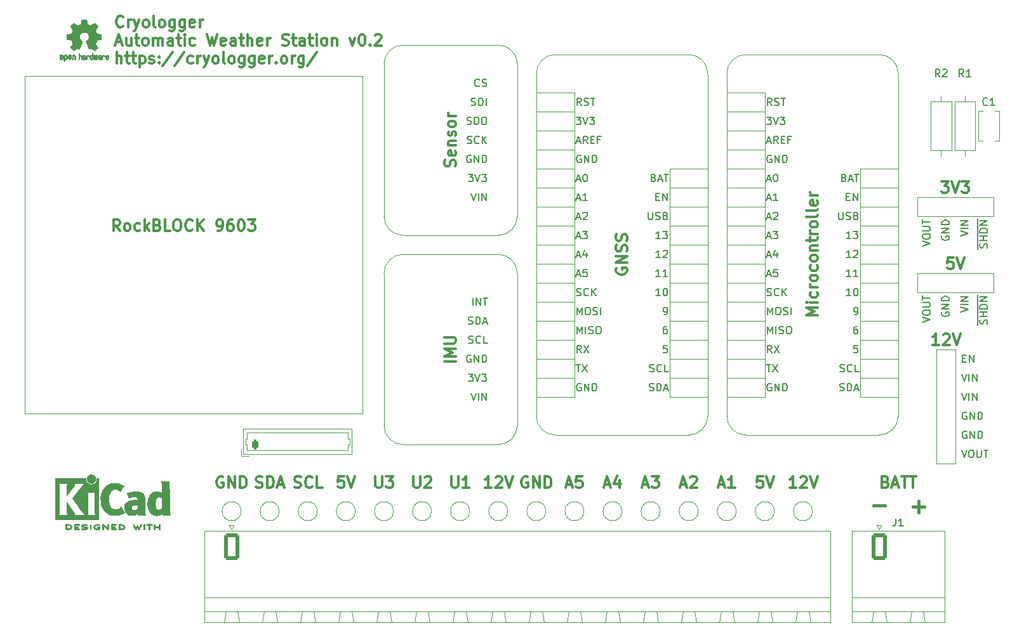
<source format=gto>
G04 #@! TF.GenerationSoftware,KiCad,Pcbnew,(6.0.5-0)*
G04 #@! TF.CreationDate,2022-06-17T11:18:33-04:00*
G04 #@! TF.ProjectId,Cryologger AWS,4372796f-6c6f-4676-9765-72204157532e,rev?*
G04 #@! TF.SameCoordinates,Original*
G04 #@! TF.FileFunction,Legend,Top*
G04 #@! TF.FilePolarity,Positive*
%FSLAX46Y46*%
G04 Gerber Fmt 4.6, Leading zero omitted, Abs format (unit mm)*
G04 Created by KiCad (PCBNEW (6.0.5-0)) date 2022-06-17 11:18:33*
%MOMM*%
%LPD*%
G01*
G04 APERTURE LIST*
G04 Aperture macros list*
%AMRoundRect*
0 Rectangle with rounded corners*
0 $1 Rounding radius*
0 $2 $3 $4 $5 $6 $7 $8 $9 X,Y pos of 4 corners*
0 Add a 4 corners polygon primitive as box body*
4,1,4,$2,$3,$4,$5,$6,$7,$8,$9,$2,$3,0*
0 Add four circle primitives for the rounded corners*
1,1,$1+$1,$2,$3*
1,1,$1+$1,$4,$5*
1,1,$1+$1,$6,$7*
1,1,$1+$1,$8,$9*
0 Add four rect primitives between the rounded corners*
20,1,$1+$1,$2,$3,$4,$5,0*
20,1,$1+$1,$4,$5,$6,$7,0*
20,1,$1+$1,$6,$7,$8,$9,0*
20,1,$1+$1,$8,$9,$2,$3,0*%
G04 Aperture macros list end*
%ADD10C,0.300000*%
%ADD11C,0.400000*%
%ADD12C,0.150000*%
%ADD13C,0.120000*%
%ADD14C,0.010000*%
%ADD15C,2.000000*%
%ADD16C,1.524000*%
%ADD17C,3.810000*%
%ADD18C,1.778000*%
%ADD19C,4.999990*%
%ADD20C,2.540000*%
%ADD21C,6.000000*%
%ADD22RoundRect,0.200000X-0.200000X-0.450000X0.200000X-0.450000X0.200000X0.450000X-0.200000X0.450000X0*%
%ADD23O,0.800000X1.300000*%
%ADD24C,1.600000*%
%ADD25O,1.600000X1.600000*%
%ADD26RoundRect,0.249999X-0.790001X-1.550001X0.790001X-1.550001X0.790001X1.550001X-0.790001X1.550001X0*%
%ADD27O,2.080000X3.600000*%
G04 APERTURE END LIST*
D10*
X137287142Y-119828571D02*
X137287142Y-121042857D01*
X137358571Y-121185714D01*
X137430000Y-121257142D01*
X137572857Y-121328571D01*
X137858571Y-121328571D01*
X138001428Y-121257142D01*
X138072857Y-121185714D01*
X138144285Y-121042857D01*
X138144285Y-119828571D01*
X138715714Y-119828571D02*
X139644285Y-119828571D01*
X139144285Y-120400000D01*
X139358571Y-120400000D01*
X139501428Y-120471428D01*
X139572857Y-120542857D01*
X139644285Y-120685714D01*
X139644285Y-121042857D01*
X139572857Y-121185714D01*
X139501428Y-121257142D01*
X139358571Y-121328571D01*
X138930000Y-121328571D01*
X138787142Y-121257142D01*
X138715714Y-121185714D01*
X142367142Y-119828571D02*
X142367142Y-121042857D01*
X142438571Y-121185714D01*
X142510000Y-121257142D01*
X142652857Y-121328571D01*
X142938571Y-121328571D01*
X143081428Y-121257142D01*
X143152857Y-121185714D01*
X143224285Y-121042857D01*
X143224285Y-119828571D01*
X143867142Y-119971428D02*
X143938571Y-119900000D01*
X144081428Y-119828571D01*
X144438571Y-119828571D01*
X144581428Y-119900000D01*
X144652857Y-119971428D01*
X144724285Y-120114285D01*
X144724285Y-120257142D01*
X144652857Y-120471428D01*
X143795714Y-121328571D01*
X144724285Y-121328571D01*
X147447142Y-119828571D02*
X147447142Y-121042857D01*
X147518571Y-121185714D01*
X147590000Y-121257142D01*
X147732857Y-121328571D01*
X148018571Y-121328571D01*
X148161428Y-121257142D01*
X148232857Y-121185714D01*
X148304285Y-121042857D01*
X148304285Y-119828571D01*
X149804285Y-121328571D02*
X148947142Y-121328571D01*
X149375714Y-121328571D02*
X149375714Y-119828571D01*
X149232857Y-120042857D01*
X149090000Y-120185714D01*
X148947142Y-120257142D01*
X147998571Y-104512857D02*
X146498571Y-104512857D01*
X147998571Y-103798571D02*
X146498571Y-103798571D01*
X147570000Y-103298571D01*
X146498571Y-102798571D01*
X147998571Y-102798571D01*
X146498571Y-102084285D02*
X147712857Y-102084285D01*
X147855714Y-102012857D01*
X147927142Y-101941428D01*
X147998571Y-101798571D01*
X147998571Y-101512857D01*
X147927142Y-101370000D01*
X147855714Y-101298571D01*
X147712857Y-101227142D01*
X146498571Y-101227142D01*
X212772857Y-80458571D02*
X213701428Y-80458571D01*
X213201428Y-81030000D01*
X213415714Y-81030000D01*
X213558571Y-81101428D01*
X213630000Y-81172857D01*
X213701428Y-81315714D01*
X213701428Y-81672857D01*
X213630000Y-81815714D01*
X213558571Y-81887142D01*
X213415714Y-81958571D01*
X212987142Y-81958571D01*
X212844285Y-81887142D01*
X212772857Y-81815714D01*
X214130000Y-80458571D02*
X214630000Y-81958571D01*
X215130000Y-80458571D01*
X215487142Y-80458571D02*
X216415714Y-80458571D01*
X215915714Y-81030000D01*
X216130000Y-81030000D01*
X216272857Y-81101428D01*
X216344285Y-81172857D01*
X216415714Y-81315714D01*
X216415714Y-81672857D01*
X216344285Y-81815714D01*
X216272857Y-81887142D01*
X216130000Y-81958571D01*
X215701428Y-81958571D01*
X215558571Y-81887142D01*
X215487142Y-81815714D01*
X214344285Y-90618571D02*
X213630000Y-90618571D01*
X213558571Y-91332857D01*
X213630000Y-91261428D01*
X213772857Y-91190000D01*
X214130000Y-91190000D01*
X214272857Y-91261428D01*
X214344285Y-91332857D01*
X214415714Y-91475714D01*
X214415714Y-91832857D01*
X214344285Y-91975714D01*
X214272857Y-92047142D01*
X214130000Y-92118571D01*
X213772857Y-92118571D01*
X213630000Y-92047142D01*
X213558571Y-91975714D01*
X214844285Y-90618571D02*
X215344285Y-92118571D01*
X215844285Y-90618571D01*
D11*
X205231904Y-123682142D02*
X203708095Y-123682142D01*
X209692857Y-124586904D02*
X209692857Y-123063095D01*
X210454761Y-123825000D02*
X208930952Y-123825000D01*
D10*
X177998571Y-120900000D02*
X178712857Y-120900000D01*
X177855714Y-121328571D02*
X178355714Y-119828571D01*
X178855714Y-121328571D01*
X179284285Y-119971428D02*
X179355714Y-119900000D01*
X179498571Y-119828571D01*
X179855714Y-119828571D01*
X179998571Y-119900000D01*
X180070000Y-119971428D01*
X180141428Y-120114285D01*
X180141428Y-120257142D01*
X180070000Y-120471428D01*
X179212857Y-121328571D01*
X180141428Y-121328571D01*
X183078571Y-120900000D02*
X183792857Y-120900000D01*
X182935714Y-121328571D02*
X183435714Y-119828571D01*
X183935714Y-121328571D01*
X185221428Y-121328571D02*
X184364285Y-121328571D01*
X184792857Y-121328571D02*
X184792857Y-119828571D01*
X184650000Y-120042857D01*
X184507142Y-120185714D01*
X184364285Y-120257142D01*
X103224285Y-87038571D02*
X102724285Y-86324285D01*
X102367142Y-87038571D02*
X102367142Y-85538571D01*
X102938571Y-85538571D01*
X103081428Y-85610000D01*
X103152857Y-85681428D01*
X103224285Y-85824285D01*
X103224285Y-86038571D01*
X103152857Y-86181428D01*
X103081428Y-86252857D01*
X102938571Y-86324285D01*
X102367142Y-86324285D01*
X104081428Y-87038571D02*
X103938571Y-86967142D01*
X103867142Y-86895714D01*
X103795714Y-86752857D01*
X103795714Y-86324285D01*
X103867142Y-86181428D01*
X103938571Y-86110000D01*
X104081428Y-86038571D01*
X104295714Y-86038571D01*
X104438571Y-86110000D01*
X104510000Y-86181428D01*
X104581428Y-86324285D01*
X104581428Y-86752857D01*
X104510000Y-86895714D01*
X104438571Y-86967142D01*
X104295714Y-87038571D01*
X104081428Y-87038571D01*
X105867142Y-86967142D02*
X105724285Y-87038571D01*
X105438571Y-87038571D01*
X105295714Y-86967142D01*
X105224285Y-86895714D01*
X105152857Y-86752857D01*
X105152857Y-86324285D01*
X105224285Y-86181428D01*
X105295714Y-86110000D01*
X105438571Y-86038571D01*
X105724285Y-86038571D01*
X105867142Y-86110000D01*
X106510000Y-87038571D02*
X106510000Y-85538571D01*
X106652857Y-86467142D02*
X107081428Y-87038571D01*
X107081428Y-86038571D02*
X106510000Y-86610000D01*
X108224285Y-86252857D02*
X108438571Y-86324285D01*
X108510000Y-86395714D01*
X108581428Y-86538571D01*
X108581428Y-86752857D01*
X108510000Y-86895714D01*
X108438571Y-86967142D01*
X108295714Y-87038571D01*
X107724285Y-87038571D01*
X107724285Y-85538571D01*
X108224285Y-85538571D01*
X108367142Y-85610000D01*
X108438571Y-85681428D01*
X108510000Y-85824285D01*
X108510000Y-85967142D01*
X108438571Y-86110000D01*
X108367142Y-86181428D01*
X108224285Y-86252857D01*
X107724285Y-86252857D01*
X109938571Y-87038571D02*
X109224285Y-87038571D01*
X109224285Y-85538571D01*
X110724285Y-85538571D02*
X111010000Y-85538571D01*
X111152857Y-85610000D01*
X111295714Y-85752857D01*
X111367142Y-86038571D01*
X111367142Y-86538571D01*
X111295714Y-86824285D01*
X111152857Y-86967142D01*
X111010000Y-87038571D01*
X110724285Y-87038571D01*
X110581428Y-86967142D01*
X110438571Y-86824285D01*
X110367142Y-86538571D01*
X110367142Y-86038571D01*
X110438571Y-85752857D01*
X110581428Y-85610000D01*
X110724285Y-85538571D01*
X112867142Y-86895714D02*
X112795714Y-86967142D01*
X112581428Y-87038571D01*
X112438571Y-87038571D01*
X112224285Y-86967142D01*
X112081428Y-86824285D01*
X112010000Y-86681428D01*
X111938571Y-86395714D01*
X111938571Y-86181428D01*
X112010000Y-85895714D01*
X112081428Y-85752857D01*
X112224285Y-85610000D01*
X112438571Y-85538571D01*
X112581428Y-85538571D01*
X112795714Y-85610000D01*
X112867142Y-85681428D01*
X113510000Y-87038571D02*
X113510000Y-85538571D01*
X114367142Y-87038571D02*
X113724285Y-86181428D01*
X114367142Y-85538571D02*
X113510000Y-86395714D01*
X116224285Y-87038571D02*
X116510000Y-87038571D01*
X116652857Y-86967142D01*
X116724285Y-86895714D01*
X116867142Y-86681428D01*
X116938571Y-86395714D01*
X116938571Y-85824285D01*
X116867142Y-85681428D01*
X116795714Y-85610000D01*
X116652857Y-85538571D01*
X116367142Y-85538571D01*
X116224285Y-85610000D01*
X116152857Y-85681428D01*
X116081428Y-85824285D01*
X116081428Y-86181428D01*
X116152857Y-86324285D01*
X116224285Y-86395714D01*
X116367142Y-86467142D01*
X116652857Y-86467142D01*
X116795714Y-86395714D01*
X116867142Y-86324285D01*
X116938571Y-86181428D01*
X118224285Y-85538571D02*
X117938571Y-85538571D01*
X117795714Y-85610000D01*
X117724285Y-85681428D01*
X117581428Y-85895714D01*
X117510000Y-86181428D01*
X117510000Y-86752857D01*
X117581428Y-86895714D01*
X117652857Y-86967142D01*
X117795714Y-87038571D01*
X118081428Y-87038571D01*
X118224285Y-86967142D01*
X118295714Y-86895714D01*
X118367142Y-86752857D01*
X118367142Y-86395714D01*
X118295714Y-86252857D01*
X118224285Y-86181428D01*
X118081428Y-86110000D01*
X117795714Y-86110000D01*
X117652857Y-86181428D01*
X117581428Y-86252857D01*
X117510000Y-86395714D01*
X119295714Y-85538571D02*
X119438571Y-85538571D01*
X119581428Y-85610000D01*
X119652857Y-85681428D01*
X119724285Y-85824285D01*
X119795714Y-86110000D01*
X119795714Y-86467142D01*
X119724285Y-86752857D01*
X119652857Y-86895714D01*
X119581428Y-86967142D01*
X119438571Y-87038571D01*
X119295714Y-87038571D01*
X119152857Y-86967142D01*
X119081428Y-86895714D01*
X119010000Y-86752857D01*
X118938571Y-86467142D01*
X118938571Y-86110000D01*
X119010000Y-85824285D01*
X119081428Y-85681428D01*
X119152857Y-85610000D01*
X119295714Y-85538571D01*
X120295714Y-85538571D02*
X121224285Y-85538571D01*
X120724285Y-86110000D01*
X120938571Y-86110000D01*
X121081428Y-86181428D01*
X121152857Y-86252857D01*
X121224285Y-86395714D01*
X121224285Y-86752857D01*
X121152857Y-86895714D01*
X121081428Y-86967142D01*
X120938571Y-87038571D01*
X120510000Y-87038571D01*
X120367142Y-86967142D01*
X120295714Y-86895714D01*
X157607142Y-119900000D02*
X157464285Y-119828571D01*
X157250000Y-119828571D01*
X157035714Y-119900000D01*
X156892857Y-120042857D01*
X156821428Y-120185714D01*
X156750000Y-120471428D01*
X156750000Y-120685714D01*
X156821428Y-120971428D01*
X156892857Y-121114285D01*
X157035714Y-121257142D01*
X157250000Y-121328571D01*
X157392857Y-121328571D01*
X157607142Y-121257142D01*
X157678571Y-121185714D01*
X157678571Y-120685714D01*
X157392857Y-120685714D01*
X158321428Y-121328571D02*
X158321428Y-119828571D01*
X159178571Y-121328571D01*
X159178571Y-119828571D01*
X159892857Y-121328571D02*
X159892857Y-119828571D01*
X160250000Y-119828571D01*
X160464285Y-119900000D01*
X160607142Y-120042857D01*
X160678571Y-120185714D01*
X160750000Y-120471428D01*
X160750000Y-120685714D01*
X160678571Y-120971428D01*
X160607142Y-121114285D01*
X160464285Y-121257142D01*
X160250000Y-121328571D01*
X159892857Y-121328571D01*
X152741428Y-121328571D02*
X151884285Y-121328571D01*
X152312857Y-121328571D02*
X152312857Y-119828571D01*
X152170000Y-120042857D01*
X152027142Y-120185714D01*
X151884285Y-120257142D01*
X153312857Y-119971428D02*
X153384285Y-119900000D01*
X153527142Y-119828571D01*
X153884285Y-119828571D01*
X154027142Y-119900000D01*
X154098571Y-119971428D01*
X154170000Y-120114285D01*
X154170000Y-120257142D01*
X154098571Y-120471428D01*
X153241428Y-121328571D01*
X154170000Y-121328571D01*
X154598571Y-119828571D02*
X155098571Y-121328571D01*
X155598571Y-119828571D01*
X116967142Y-119900000D02*
X116824285Y-119828571D01*
X116610000Y-119828571D01*
X116395714Y-119900000D01*
X116252857Y-120042857D01*
X116181428Y-120185714D01*
X116110000Y-120471428D01*
X116110000Y-120685714D01*
X116181428Y-120971428D01*
X116252857Y-121114285D01*
X116395714Y-121257142D01*
X116610000Y-121328571D01*
X116752857Y-121328571D01*
X116967142Y-121257142D01*
X117038571Y-121185714D01*
X117038571Y-120685714D01*
X116752857Y-120685714D01*
X117681428Y-121328571D02*
X117681428Y-119828571D01*
X118538571Y-121328571D01*
X118538571Y-119828571D01*
X119252857Y-121328571D02*
X119252857Y-119828571D01*
X119610000Y-119828571D01*
X119824285Y-119900000D01*
X119967142Y-120042857D01*
X120038571Y-120185714D01*
X120110000Y-120471428D01*
X120110000Y-120685714D01*
X120038571Y-120971428D01*
X119967142Y-121114285D01*
X119824285Y-121257142D01*
X119610000Y-121328571D01*
X119252857Y-121328571D01*
X147927142Y-78430000D02*
X147998571Y-78215714D01*
X147998571Y-77858571D01*
X147927142Y-77715714D01*
X147855714Y-77644285D01*
X147712857Y-77572857D01*
X147570000Y-77572857D01*
X147427142Y-77644285D01*
X147355714Y-77715714D01*
X147284285Y-77858571D01*
X147212857Y-78144285D01*
X147141428Y-78287142D01*
X147070000Y-78358571D01*
X146927142Y-78430000D01*
X146784285Y-78430000D01*
X146641428Y-78358571D01*
X146570000Y-78287142D01*
X146498571Y-78144285D01*
X146498571Y-77787142D01*
X146570000Y-77572857D01*
X147927142Y-76358571D02*
X147998571Y-76501428D01*
X147998571Y-76787142D01*
X147927142Y-76930000D01*
X147784285Y-77001428D01*
X147212857Y-77001428D01*
X147070000Y-76930000D01*
X146998571Y-76787142D01*
X146998571Y-76501428D01*
X147070000Y-76358571D01*
X147212857Y-76287142D01*
X147355714Y-76287142D01*
X147498571Y-77001428D01*
X146998571Y-75644285D02*
X147998571Y-75644285D01*
X147141428Y-75644285D02*
X147070000Y-75572857D01*
X146998571Y-75430000D01*
X146998571Y-75215714D01*
X147070000Y-75072857D01*
X147212857Y-75001428D01*
X147998571Y-75001428D01*
X147927142Y-74358571D02*
X147998571Y-74215714D01*
X147998571Y-73930000D01*
X147927142Y-73787142D01*
X147784285Y-73715714D01*
X147712857Y-73715714D01*
X147570000Y-73787142D01*
X147498571Y-73930000D01*
X147498571Y-74144285D01*
X147427142Y-74287142D01*
X147284285Y-74358571D01*
X147212857Y-74358571D01*
X147070000Y-74287142D01*
X146998571Y-74144285D01*
X146998571Y-73930000D01*
X147070000Y-73787142D01*
X147998571Y-72858571D02*
X147927142Y-73001428D01*
X147855714Y-73072857D01*
X147712857Y-73144285D01*
X147284285Y-73144285D01*
X147141428Y-73072857D01*
X147070000Y-73001428D01*
X146998571Y-72858571D01*
X146998571Y-72644285D01*
X147070000Y-72501428D01*
X147141428Y-72430000D01*
X147284285Y-72358571D01*
X147712857Y-72358571D01*
X147855714Y-72430000D01*
X147927142Y-72501428D01*
X147998571Y-72644285D01*
X147998571Y-72858571D01*
X147998571Y-71715714D02*
X146998571Y-71715714D01*
X147284285Y-71715714D02*
X147141428Y-71644285D01*
X147070000Y-71572857D01*
X146998571Y-71430000D01*
X146998571Y-71287142D01*
X121368571Y-121257142D02*
X121582857Y-121328571D01*
X121940000Y-121328571D01*
X122082857Y-121257142D01*
X122154285Y-121185714D01*
X122225714Y-121042857D01*
X122225714Y-120900000D01*
X122154285Y-120757142D01*
X122082857Y-120685714D01*
X121940000Y-120614285D01*
X121654285Y-120542857D01*
X121511428Y-120471428D01*
X121440000Y-120400000D01*
X121368571Y-120257142D01*
X121368571Y-120114285D01*
X121440000Y-119971428D01*
X121511428Y-119900000D01*
X121654285Y-119828571D01*
X122011428Y-119828571D01*
X122225714Y-119900000D01*
X122868571Y-121328571D02*
X122868571Y-119828571D01*
X123225714Y-119828571D01*
X123440000Y-119900000D01*
X123582857Y-120042857D01*
X123654285Y-120185714D01*
X123725714Y-120471428D01*
X123725714Y-120685714D01*
X123654285Y-120971428D01*
X123582857Y-121114285D01*
X123440000Y-121257142D01*
X123225714Y-121328571D01*
X122868571Y-121328571D01*
X124297142Y-120900000D02*
X125011428Y-120900000D01*
X124154285Y-121328571D02*
X124654285Y-119828571D01*
X125154285Y-121328571D01*
X188944285Y-119828571D02*
X188230000Y-119828571D01*
X188158571Y-120542857D01*
X188230000Y-120471428D01*
X188372857Y-120400000D01*
X188730000Y-120400000D01*
X188872857Y-120471428D01*
X188944285Y-120542857D01*
X189015714Y-120685714D01*
X189015714Y-121042857D01*
X188944285Y-121185714D01*
X188872857Y-121257142D01*
X188730000Y-121328571D01*
X188372857Y-121328571D01*
X188230000Y-121257142D01*
X188158571Y-121185714D01*
X189444285Y-119828571D02*
X189944285Y-121328571D01*
X190444285Y-119828571D01*
X162758571Y-120900000D02*
X163472857Y-120900000D01*
X162615714Y-121328571D02*
X163115714Y-119828571D01*
X163615714Y-121328571D01*
X164830000Y-119828571D02*
X164115714Y-119828571D01*
X164044285Y-120542857D01*
X164115714Y-120471428D01*
X164258571Y-120400000D01*
X164615714Y-120400000D01*
X164758571Y-120471428D01*
X164830000Y-120542857D01*
X164901428Y-120685714D01*
X164901428Y-121042857D01*
X164830000Y-121185714D01*
X164758571Y-121257142D01*
X164615714Y-121328571D01*
X164258571Y-121328571D01*
X164115714Y-121257142D01*
X164044285Y-121185714D01*
X196258571Y-98277142D02*
X194758571Y-98277142D01*
X195830000Y-97777142D01*
X194758571Y-97277142D01*
X196258571Y-97277142D01*
X196258571Y-96562857D02*
X195258571Y-96562857D01*
X194758571Y-96562857D02*
X194830000Y-96634285D01*
X194901428Y-96562857D01*
X194830000Y-96491428D01*
X194758571Y-96562857D01*
X194901428Y-96562857D01*
X196187142Y-95205714D02*
X196258571Y-95348571D01*
X196258571Y-95634285D01*
X196187142Y-95777142D01*
X196115714Y-95848571D01*
X195972857Y-95920000D01*
X195544285Y-95920000D01*
X195401428Y-95848571D01*
X195330000Y-95777142D01*
X195258571Y-95634285D01*
X195258571Y-95348571D01*
X195330000Y-95205714D01*
X196258571Y-94562857D02*
X195258571Y-94562857D01*
X195544285Y-94562857D02*
X195401428Y-94491428D01*
X195330000Y-94420000D01*
X195258571Y-94277142D01*
X195258571Y-94134285D01*
X196258571Y-93420000D02*
X196187142Y-93562857D01*
X196115714Y-93634285D01*
X195972857Y-93705714D01*
X195544285Y-93705714D01*
X195401428Y-93634285D01*
X195330000Y-93562857D01*
X195258571Y-93420000D01*
X195258571Y-93205714D01*
X195330000Y-93062857D01*
X195401428Y-92991428D01*
X195544285Y-92920000D01*
X195972857Y-92920000D01*
X196115714Y-92991428D01*
X196187142Y-93062857D01*
X196258571Y-93205714D01*
X196258571Y-93420000D01*
X196187142Y-91634285D02*
X196258571Y-91777142D01*
X196258571Y-92062857D01*
X196187142Y-92205714D01*
X196115714Y-92277142D01*
X195972857Y-92348571D01*
X195544285Y-92348571D01*
X195401428Y-92277142D01*
X195330000Y-92205714D01*
X195258571Y-92062857D01*
X195258571Y-91777142D01*
X195330000Y-91634285D01*
X196258571Y-90777142D02*
X196187142Y-90920000D01*
X196115714Y-90991428D01*
X195972857Y-91062857D01*
X195544285Y-91062857D01*
X195401428Y-90991428D01*
X195330000Y-90920000D01*
X195258571Y-90777142D01*
X195258571Y-90562857D01*
X195330000Y-90420000D01*
X195401428Y-90348571D01*
X195544285Y-90277142D01*
X195972857Y-90277142D01*
X196115714Y-90348571D01*
X196187142Y-90420000D01*
X196258571Y-90562857D01*
X196258571Y-90777142D01*
X195258571Y-89634285D02*
X196258571Y-89634285D01*
X195401428Y-89634285D02*
X195330000Y-89562857D01*
X195258571Y-89420000D01*
X195258571Y-89205714D01*
X195330000Y-89062857D01*
X195472857Y-88991428D01*
X196258571Y-88991428D01*
X195258571Y-88491428D02*
X195258571Y-87920000D01*
X194758571Y-88277142D02*
X196044285Y-88277142D01*
X196187142Y-88205714D01*
X196258571Y-88062857D01*
X196258571Y-87920000D01*
X196258571Y-87420000D02*
X195258571Y-87420000D01*
X195544285Y-87420000D02*
X195401428Y-87348571D01*
X195330000Y-87277142D01*
X195258571Y-87134285D01*
X195258571Y-86991428D01*
X196258571Y-86277142D02*
X196187142Y-86420000D01*
X196115714Y-86491428D01*
X195972857Y-86562857D01*
X195544285Y-86562857D01*
X195401428Y-86491428D01*
X195330000Y-86420000D01*
X195258571Y-86277142D01*
X195258571Y-86062857D01*
X195330000Y-85920000D01*
X195401428Y-85848571D01*
X195544285Y-85777142D01*
X195972857Y-85777142D01*
X196115714Y-85848571D01*
X196187142Y-85920000D01*
X196258571Y-86062857D01*
X196258571Y-86277142D01*
X196258571Y-84920000D02*
X196187142Y-85062857D01*
X196044285Y-85134285D01*
X194758571Y-85134285D01*
X196258571Y-84134285D02*
X196187142Y-84277142D01*
X196044285Y-84348571D01*
X194758571Y-84348571D01*
X196187142Y-82991428D02*
X196258571Y-83134285D01*
X196258571Y-83420000D01*
X196187142Y-83562857D01*
X196044285Y-83634285D01*
X195472857Y-83634285D01*
X195330000Y-83562857D01*
X195258571Y-83420000D01*
X195258571Y-83134285D01*
X195330000Y-82991428D01*
X195472857Y-82920000D01*
X195615714Y-82920000D01*
X195758571Y-83634285D01*
X196258571Y-82277142D02*
X195258571Y-82277142D01*
X195544285Y-82277142D02*
X195401428Y-82205714D01*
X195330000Y-82134285D01*
X195258571Y-81991428D01*
X195258571Y-81848571D01*
X167838571Y-120900000D02*
X168552857Y-120900000D01*
X167695714Y-121328571D02*
X168195714Y-119828571D01*
X168695714Y-121328571D01*
X169838571Y-120328571D02*
X169838571Y-121328571D01*
X169481428Y-119757142D02*
X169124285Y-120828571D01*
X170052857Y-120828571D01*
X169430000Y-91991428D02*
X169358571Y-92134285D01*
X169358571Y-92348571D01*
X169430000Y-92562857D01*
X169572857Y-92705714D01*
X169715714Y-92777142D01*
X170001428Y-92848571D01*
X170215714Y-92848571D01*
X170501428Y-92777142D01*
X170644285Y-92705714D01*
X170787142Y-92562857D01*
X170858571Y-92348571D01*
X170858571Y-92205714D01*
X170787142Y-91991428D01*
X170715714Y-91920000D01*
X170215714Y-91920000D01*
X170215714Y-92205714D01*
X170858571Y-91277142D02*
X169358571Y-91277142D01*
X170858571Y-90420000D01*
X169358571Y-90420000D01*
X170787142Y-89777142D02*
X170858571Y-89562857D01*
X170858571Y-89205714D01*
X170787142Y-89062857D01*
X170715714Y-88991428D01*
X170572857Y-88920000D01*
X170430000Y-88920000D01*
X170287142Y-88991428D01*
X170215714Y-89062857D01*
X170144285Y-89205714D01*
X170072857Y-89491428D01*
X170001428Y-89634285D01*
X169930000Y-89705714D01*
X169787142Y-89777142D01*
X169644285Y-89777142D01*
X169501428Y-89705714D01*
X169430000Y-89634285D01*
X169358571Y-89491428D01*
X169358571Y-89134285D01*
X169430000Y-88920000D01*
X170787142Y-88348571D02*
X170858571Y-88134285D01*
X170858571Y-87777142D01*
X170787142Y-87634285D01*
X170715714Y-87562857D01*
X170572857Y-87491428D01*
X170430000Y-87491428D01*
X170287142Y-87562857D01*
X170215714Y-87634285D01*
X170144285Y-87777142D01*
X170072857Y-88062857D01*
X170001428Y-88205714D01*
X169930000Y-88277142D01*
X169787142Y-88348571D01*
X169644285Y-88348571D01*
X169501428Y-88277142D01*
X169430000Y-88205714D01*
X169358571Y-88062857D01*
X169358571Y-87705714D01*
X169430000Y-87491428D01*
X205331428Y-120542857D02*
X205545714Y-120614285D01*
X205617142Y-120685714D01*
X205688571Y-120828571D01*
X205688571Y-121042857D01*
X205617142Y-121185714D01*
X205545714Y-121257142D01*
X205402857Y-121328571D01*
X204831428Y-121328571D01*
X204831428Y-119828571D01*
X205331428Y-119828571D01*
X205474285Y-119900000D01*
X205545714Y-119971428D01*
X205617142Y-120114285D01*
X205617142Y-120257142D01*
X205545714Y-120400000D01*
X205474285Y-120471428D01*
X205331428Y-120542857D01*
X204831428Y-120542857D01*
X206260000Y-120900000D02*
X206974285Y-120900000D01*
X206117142Y-121328571D02*
X206617142Y-119828571D01*
X207117142Y-121328571D01*
X207402857Y-119828571D02*
X208260000Y-119828571D01*
X207831428Y-121328571D02*
X207831428Y-119828571D01*
X208545714Y-119828571D02*
X209402857Y-119828571D01*
X208974285Y-121328571D02*
X208974285Y-119828571D01*
X103644285Y-59715714D02*
X103572857Y-59787142D01*
X103358571Y-59858571D01*
X103215714Y-59858571D01*
X103001428Y-59787142D01*
X102858571Y-59644285D01*
X102787142Y-59501428D01*
X102715714Y-59215714D01*
X102715714Y-59001428D01*
X102787142Y-58715714D01*
X102858571Y-58572857D01*
X103001428Y-58430000D01*
X103215714Y-58358571D01*
X103358571Y-58358571D01*
X103572857Y-58430000D01*
X103644285Y-58501428D01*
X104287142Y-59858571D02*
X104287142Y-58858571D01*
X104287142Y-59144285D02*
X104358571Y-59001428D01*
X104430000Y-58930000D01*
X104572857Y-58858571D01*
X104715714Y-58858571D01*
X105072857Y-58858571D02*
X105430000Y-59858571D01*
X105787142Y-58858571D02*
X105430000Y-59858571D01*
X105287142Y-60215714D01*
X105215714Y-60287142D01*
X105072857Y-60358571D01*
X106572857Y-59858571D02*
X106430000Y-59787142D01*
X106358571Y-59715714D01*
X106287142Y-59572857D01*
X106287142Y-59144285D01*
X106358571Y-59001428D01*
X106430000Y-58930000D01*
X106572857Y-58858571D01*
X106787142Y-58858571D01*
X106930000Y-58930000D01*
X107001428Y-59001428D01*
X107072857Y-59144285D01*
X107072857Y-59572857D01*
X107001428Y-59715714D01*
X106930000Y-59787142D01*
X106787142Y-59858571D01*
X106572857Y-59858571D01*
X107930000Y-59858571D02*
X107787142Y-59787142D01*
X107715714Y-59644285D01*
X107715714Y-58358571D01*
X108715714Y-59858571D02*
X108572857Y-59787142D01*
X108501428Y-59715714D01*
X108430000Y-59572857D01*
X108430000Y-59144285D01*
X108501428Y-59001428D01*
X108572857Y-58930000D01*
X108715714Y-58858571D01*
X108930000Y-58858571D01*
X109072857Y-58930000D01*
X109144285Y-59001428D01*
X109215714Y-59144285D01*
X109215714Y-59572857D01*
X109144285Y-59715714D01*
X109072857Y-59787142D01*
X108930000Y-59858571D01*
X108715714Y-59858571D01*
X110501428Y-58858571D02*
X110501428Y-60072857D01*
X110430000Y-60215714D01*
X110358571Y-60287142D01*
X110215714Y-60358571D01*
X110001428Y-60358571D01*
X109858571Y-60287142D01*
X110501428Y-59787142D02*
X110358571Y-59858571D01*
X110072857Y-59858571D01*
X109930000Y-59787142D01*
X109858571Y-59715714D01*
X109787142Y-59572857D01*
X109787142Y-59144285D01*
X109858571Y-59001428D01*
X109930000Y-58930000D01*
X110072857Y-58858571D01*
X110358571Y-58858571D01*
X110501428Y-58930000D01*
X111858571Y-58858571D02*
X111858571Y-60072857D01*
X111787142Y-60215714D01*
X111715714Y-60287142D01*
X111572857Y-60358571D01*
X111358571Y-60358571D01*
X111215714Y-60287142D01*
X111858571Y-59787142D02*
X111715714Y-59858571D01*
X111430000Y-59858571D01*
X111287142Y-59787142D01*
X111215714Y-59715714D01*
X111144285Y-59572857D01*
X111144285Y-59144285D01*
X111215714Y-59001428D01*
X111287142Y-58930000D01*
X111430000Y-58858571D01*
X111715714Y-58858571D01*
X111858571Y-58930000D01*
X113144285Y-59787142D02*
X113001428Y-59858571D01*
X112715714Y-59858571D01*
X112572857Y-59787142D01*
X112501428Y-59644285D01*
X112501428Y-59072857D01*
X112572857Y-58930000D01*
X112715714Y-58858571D01*
X113001428Y-58858571D01*
X113144285Y-58930000D01*
X113215714Y-59072857D01*
X113215714Y-59215714D01*
X112501428Y-59358571D01*
X113858571Y-59858571D02*
X113858571Y-58858571D01*
X113858571Y-59144285D02*
X113930000Y-59001428D01*
X114001428Y-58930000D01*
X114144285Y-58858571D01*
X114287142Y-58858571D01*
X102715714Y-61845000D02*
X103430000Y-61845000D01*
X102572857Y-62273571D02*
X103072857Y-60773571D01*
X103572857Y-62273571D01*
X104715714Y-61273571D02*
X104715714Y-62273571D01*
X104072857Y-61273571D02*
X104072857Y-62059285D01*
X104144285Y-62202142D01*
X104287142Y-62273571D01*
X104501428Y-62273571D01*
X104644285Y-62202142D01*
X104715714Y-62130714D01*
X105215714Y-61273571D02*
X105787142Y-61273571D01*
X105430000Y-60773571D02*
X105430000Y-62059285D01*
X105501428Y-62202142D01*
X105644285Y-62273571D01*
X105787142Y-62273571D01*
X106501428Y-62273571D02*
X106358571Y-62202142D01*
X106287142Y-62130714D01*
X106215714Y-61987857D01*
X106215714Y-61559285D01*
X106287142Y-61416428D01*
X106358571Y-61345000D01*
X106501428Y-61273571D01*
X106715714Y-61273571D01*
X106858571Y-61345000D01*
X106930000Y-61416428D01*
X107001428Y-61559285D01*
X107001428Y-61987857D01*
X106930000Y-62130714D01*
X106858571Y-62202142D01*
X106715714Y-62273571D01*
X106501428Y-62273571D01*
X107644285Y-62273571D02*
X107644285Y-61273571D01*
X107644285Y-61416428D02*
X107715714Y-61345000D01*
X107858571Y-61273571D01*
X108072857Y-61273571D01*
X108215714Y-61345000D01*
X108287142Y-61487857D01*
X108287142Y-62273571D01*
X108287142Y-61487857D02*
X108358571Y-61345000D01*
X108501428Y-61273571D01*
X108715714Y-61273571D01*
X108858571Y-61345000D01*
X108930000Y-61487857D01*
X108930000Y-62273571D01*
X110287142Y-62273571D02*
X110287142Y-61487857D01*
X110215714Y-61345000D01*
X110072857Y-61273571D01*
X109787142Y-61273571D01*
X109644285Y-61345000D01*
X110287142Y-62202142D02*
X110144285Y-62273571D01*
X109787142Y-62273571D01*
X109644285Y-62202142D01*
X109572857Y-62059285D01*
X109572857Y-61916428D01*
X109644285Y-61773571D01*
X109787142Y-61702142D01*
X110144285Y-61702142D01*
X110287142Y-61630714D01*
X110787142Y-61273571D02*
X111358571Y-61273571D01*
X111001428Y-60773571D02*
X111001428Y-62059285D01*
X111072857Y-62202142D01*
X111215714Y-62273571D01*
X111358571Y-62273571D01*
X111858571Y-62273571D02*
X111858571Y-61273571D01*
X111858571Y-60773571D02*
X111787142Y-60845000D01*
X111858571Y-60916428D01*
X111930000Y-60845000D01*
X111858571Y-60773571D01*
X111858571Y-60916428D01*
X113215714Y-62202142D02*
X113072857Y-62273571D01*
X112787142Y-62273571D01*
X112644285Y-62202142D01*
X112572857Y-62130714D01*
X112501428Y-61987857D01*
X112501428Y-61559285D01*
X112572857Y-61416428D01*
X112644285Y-61345000D01*
X112787142Y-61273571D01*
X113072857Y-61273571D01*
X113215714Y-61345000D01*
X114858571Y-60773571D02*
X115215714Y-62273571D01*
X115501428Y-61202142D01*
X115787142Y-62273571D01*
X116144285Y-60773571D01*
X117287142Y-62202142D02*
X117144285Y-62273571D01*
X116858571Y-62273571D01*
X116715714Y-62202142D01*
X116644285Y-62059285D01*
X116644285Y-61487857D01*
X116715714Y-61345000D01*
X116858571Y-61273571D01*
X117144285Y-61273571D01*
X117287142Y-61345000D01*
X117358571Y-61487857D01*
X117358571Y-61630714D01*
X116644285Y-61773571D01*
X118644285Y-62273571D02*
X118644285Y-61487857D01*
X118572857Y-61345000D01*
X118430000Y-61273571D01*
X118144285Y-61273571D01*
X118001428Y-61345000D01*
X118644285Y-62202142D02*
X118501428Y-62273571D01*
X118144285Y-62273571D01*
X118001428Y-62202142D01*
X117930000Y-62059285D01*
X117930000Y-61916428D01*
X118001428Y-61773571D01*
X118144285Y-61702142D01*
X118501428Y-61702142D01*
X118644285Y-61630714D01*
X119144285Y-61273571D02*
X119715714Y-61273571D01*
X119358571Y-60773571D02*
X119358571Y-62059285D01*
X119430000Y-62202142D01*
X119572857Y-62273571D01*
X119715714Y-62273571D01*
X120215714Y-62273571D02*
X120215714Y-60773571D01*
X120858571Y-62273571D02*
X120858571Y-61487857D01*
X120787142Y-61345000D01*
X120644285Y-61273571D01*
X120430000Y-61273571D01*
X120287142Y-61345000D01*
X120215714Y-61416428D01*
X122144285Y-62202142D02*
X122001428Y-62273571D01*
X121715714Y-62273571D01*
X121572857Y-62202142D01*
X121501428Y-62059285D01*
X121501428Y-61487857D01*
X121572857Y-61345000D01*
X121715714Y-61273571D01*
X122001428Y-61273571D01*
X122144285Y-61345000D01*
X122215714Y-61487857D01*
X122215714Y-61630714D01*
X121501428Y-61773571D01*
X122858571Y-62273571D02*
X122858571Y-61273571D01*
X122858571Y-61559285D02*
X122930000Y-61416428D01*
X123001428Y-61345000D01*
X123144285Y-61273571D01*
X123287142Y-61273571D01*
X124858571Y-62202142D02*
X125072857Y-62273571D01*
X125430000Y-62273571D01*
X125572857Y-62202142D01*
X125644285Y-62130714D01*
X125715714Y-61987857D01*
X125715714Y-61845000D01*
X125644285Y-61702142D01*
X125572857Y-61630714D01*
X125430000Y-61559285D01*
X125144285Y-61487857D01*
X125001428Y-61416428D01*
X124930000Y-61345000D01*
X124858571Y-61202142D01*
X124858571Y-61059285D01*
X124930000Y-60916428D01*
X125001428Y-60845000D01*
X125144285Y-60773571D01*
X125501428Y-60773571D01*
X125715714Y-60845000D01*
X126144285Y-61273571D02*
X126715714Y-61273571D01*
X126358571Y-60773571D02*
X126358571Y-62059285D01*
X126430000Y-62202142D01*
X126572857Y-62273571D01*
X126715714Y-62273571D01*
X127858571Y-62273571D02*
X127858571Y-61487857D01*
X127787142Y-61345000D01*
X127644285Y-61273571D01*
X127358571Y-61273571D01*
X127215714Y-61345000D01*
X127858571Y-62202142D02*
X127715714Y-62273571D01*
X127358571Y-62273571D01*
X127215714Y-62202142D01*
X127144285Y-62059285D01*
X127144285Y-61916428D01*
X127215714Y-61773571D01*
X127358571Y-61702142D01*
X127715714Y-61702142D01*
X127858571Y-61630714D01*
X128358571Y-61273571D02*
X128930000Y-61273571D01*
X128572857Y-60773571D02*
X128572857Y-62059285D01*
X128644285Y-62202142D01*
X128787142Y-62273571D01*
X128930000Y-62273571D01*
X129430000Y-62273571D02*
X129430000Y-61273571D01*
X129430000Y-60773571D02*
X129358571Y-60845000D01*
X129430000Y-60916428D01*
X129501428Y-60845000D01*
X129430000Y-60773571D01*
X129430000Y-60916428D01*
X130358571Y-62273571D02*
X130215714Y-62202142D01*
X130144285Y-62130714D01*
X130072857Y-61987857D01*
X130072857Y-61559285D01*
X130144285Y-61416428D01*
X130215714Y-61345000D01*
X130358571Y-61273571D01*
X130572857Y-61273571D01*
X130715714Y-61345000D01*
X130787142Y-61416428D01*
X130858571Y-61559285D01*
X130858571Y-61987857D01*
X130787142Y-62130714D01*
X130715714Y-62202142D01*
X130572857Y-62273571D01*
X130358571Y-62273571D01*
X131501428Y-61273571D02*
X131501428Y-62273571D01*
X131501428Y-61416428D02*
X131572857Y-61345000D01*
X131715714Y-61273571D01*
X131930000Y-61273571D01*
X132072857Y-61345000D01*
X132144285Y-61487857D01*
X132144285Y-62273571D01*
X133858571Y-61273571D02*
X134215714Y-62273571D01*
X134572857Y-61273571D01*
X135430000Y-60773571D02*
X135572857Y-60773571D01*
X135715714Y-60845000D01*
X135787142Y-60916428D01*
X135858571Y-61059285D01*
X135930000Y-61345000D01*
X135930000Y-61702142D01*
X135858571Y-61987857D01*
X135787142Y-62130714D01*
X135715714Y-62202142D01*
X135572857Y-62273571D01*
X135430000Y-62273571D01*
X135287142Y-62202142D01*
X135215714Y-62130714D01*
X135144285Y-61987857D01*
X135072857Y-61702142D01*
X135072857Y-61345000D01*
X135144285Y-61059285D01*
X135215714Y-60916428D01*
X135287142Y-60845000D01*
X135430000Y-60773571D01*
X136572857Y-62130714D02*
X136644285Y-62202142D01*
X136572857Y-62273571D01*
X136501428Y-62202142D01*
X136572857Y-62130714D01*
X136572857Y-62273571D01*
X137215714Y-60916428D02*
X137287142Y-60845000D01*
X137430000Y-60773571D01*
X137787142Y-60773571D01*
X137930000Y-60845000D01*
X138001428Y-60916428D01*
X138072857Y-61059285D01*
X138072857Y-61202142D01*
X138001428Y-61416428D01*
X137144285Y-62273571D01*
X138072857Y-62273571D01*
X102787142Y-64688571D02*
X102787142Y-63188571D01*
X103430000Y-64688571D02*
X103430000Y-63902857D01*
X103358571Y-63760000D01*
X103215714Y-63688571D01*
X103001428Y-63688571D01*
X102858571Y-63760000D01*
X102787142Y-63831428D01*
X103930000Y-63688571D02*
X104501428Y-63688571D01*
X104144285Y-63188571D02*
X104144285Y-64474285D01*
X104215714Y-64617142D01*
X104358571Y-64688571D01*
X104501428Y-64688571D01*
X104787142Y-63688571D02*
X105358571Y-63688571D01*
X105001428Y-63188571D02*
X105001428Y-64474285D01*
X105072857Y-64617142D01*
X105215714Y-64688571D01*
X105358571Y-64688571D01*
X105858571Y-63688571D02*
X105858571Y-65188571D01*
X105858571Y-63760000D02*
X106001428Y-63688571D01*
X106287142Y-63688571D01*
X106430000Y-63760000D01*
X106501428Y-63831428D01*
X106572857Y-63974285D01*
X106572857Y-64402857D01*
X106501428Y-64545714D01*
X106430000Y-64617142D01*
X106287142Y-64688571D01*
X106001428Y-64688571D01*
X105858571Y-64617142D01*
X107144285Y-64617142D02*
X107287142Y-64688571D01*
X107572857Y-64688571D01*
X107715714Y-64617142D01*
X107787142Y-64474285D01*
X107787142Y-64402857D01*
X107715714Y-64260000D01*
X107572857Y-64188571D01*
X107358571Y-64188571D01*
X107215714Y-64117142D01*
X107144285Y-63974285D01*
X107144285Y-63902857D01*
X107215714Y-63760000D01*
X107358571Y-63688571D01*
X107572857Y-63688571D01*
X107715714Y-63760000D01*
X108430000Y-64545714D02*
X108501428Y-64617142D01*
X108430000Y-64688571D01*
X108358571Y-64617142D01*
X108430000Y-64545714D01*
X108430000Y-64688571D01*
X108430000Y-63760000D02*
X108501428Y-63831428D01*
X108430000Y-63902857D01*
X108358571Y-63831428D01*
X108430000Y-63760000D01*
X108430000Y-63902857D01*
X110215714Y-63117142D02*
X108930000Y-65045714D01*
X111787142Y-63117142D02*
X110501428Y-65045714D01*
X112930000Y-64617142D02*
X112787142Y-64688571D01*
X112501428Y-64688571D01*
X112358571Y-64617142D01*
X112287142Y-64545714D01*
X112215714Y-64402857D01*
X112215714Y-63974285D01*
X112287142Y-63831428D01*
X112358571Y-63760000D01*
X112501428Y-63688571D01*
X112787142Y-63688571D01*
X112930000Y-63760000D01*
X113572857Y-64688571D02*
X113572857Y-63688571D01*
X113572857Y-63974285D02*
X113644285Y-63831428D01*
X113715714Y-63760000D01*
X113858571Y-63688571D01*
X114001428Y-63688571D01*
X114358571Y-63688571D02*
X114715714Y-64688571D01*
X115072857Y-63688571D02*
X114715714Y-64688571D01*
X114572857Y-65045714D01*
X114501428Y-65117142D01*
X114358571Y-65188571D01*
X115858571Y-64688571D02*
X115715714Y-64617142D01*
X115644285Y-64545714D01*
X115572857Y-64402857D01*
X115572857Y-63974285D01*
X115644285Y-63831428D01*
X115715714Y-63760000D01*
X115858571Y-63688571D01*
X116072857Y-63688571D01*
X116215714Y-63760000D01*
X116287142Y-63831428D01*
X116358571Y-63974285D01*
X116358571Y-64402857D01*
X116287142Y-64545714D01*
X116215714Y-64617142D01*
X116072857Y-64688571D01*
X115858571Y-64688571D01*
X117215714Y-64688571D02*
X117072857Y-64617142D01*
X117001428Y-64474285D01*
X117001428Y-63188571D01*
X118001428Y-64688571D02*
X117858571Y-64617142D01*
X117787142Y-64545714D01*
X117715714Y-64402857D01*
X117715714Y-63974285D01*
X117787142Y-63831428D01*
X117858571Y-63760000D01*
X118001428Y-63688571D01*
X118215714Y-63688571D01*
X118358571Y-63760000D01*
X118430000Y-63831428D01*
X118501428Y-63974285D01*
X118501428Y-64402857D01*
X118430000Y-64545714D01*
X118358571Y-64617142D01*
X118215714Y-64688571D01*
X118001428Y-64688571D01*
X119787142Y-63688571D02*
X119787142Y-64902857D01*
X119715714Y-65045714D01*
X119644285Y-65117142D01*
X119501428Y-65188571D01*
X119287142Y-65188571D01*
X119144285Y-65117142D01*
X119787142Y-64617142D02*
X119644285Y-64688571D01*
X119358571Y-64688571D01*
X119215714Y-64617142D01*
X119144285Y-64545714D01*
X119072857Y-64402857D01*
X119072857Y-63974285D01*
X119144285Y-63831428D01*
X119215714Y-63760000D01*
X119358571Y-63688571D01*
X119644285Y-63688571D01*
X119787142Y-63760000D01*
X121144285Y-63688571D02*
X121144285Y-64902857D01*
X121072857Y-65045714D01*
X121001428Y-65117142D01*
X120858571Y-65188571D01*
X120644285Y-65188571D01*
X120501428Y-65117142D01*
X121144285Y-64617142D02*
X121001428Y-64688571D01*
X120715714Y-64688571D01*
X120572857Y-64617142D01*
X120501428Y-64545714D01*
X120430000Y-64402857D01*
X120430000Y-63974285D01*
X120501428Y-63831428D01*
X120572857Y-63760000D01*
X120715714Y-63688571D01*
X121001428Y-63688571D01*
X121144285Y-63760000D01*
X122430000Y-64617142D02*
X122287142Y-64688571D01*
X122001428Y-64688571D01*
X121858571Y-64617142D01*
X121787142Y-64474285D01*
X121787142Y-63902857D01*
X121858571Y-63760000D01*
X122001428Y-63688571D01*
X122287142Y-63688571D01*
X122430000Y-63760000D01*
X122501428Y-63902857D01*
X122501428Y-64045714D01*
X121787142Y-64188571D01*
X123144285Y-64688571D02*
X123144285Y-63688571D01*
X123144285Y-63974285D02*
X123215714Y-63831428D01*
X123287142Y-63760000D01*
X123430000Y-63688571D01*
X123572857Y-63688571D01*
X124072857Y-64545714D02*
X124144285Y-64617142D01*
X124072857Y-64688571D01*
X124001428Y-64617142D01*
X124072857Y-64545714D01*
X124072857Y-64688571D01*
X125001428Y-64688571D02*
X124858571Y-64617142D01*
X124787142Y-64545714D01*
X124715714Y-64402857D01*
X124715714Y-63974285D01*
X124787142Y-63831428D01*
X124858571Y-63760000D01*
X125001428Y-63688571D01*
X125215714Y-63688571D01*
X125358571Y-63760000D01*
X125430000Y-63831428D01*
X125501428Y-63974285D01*
X125501428Y-64402857D01*
X125430000Y-64545714D01*
X125358571Y-64617142D01*
X125215714Y-64688571D01*
X125001428Y-64688571D01*
X126144285Y-64688571D02*
X126144285Y-63688571D01*
X126144285Y-63974285D02*
X126215714Y-63831428D01*
X126287142Y-63760000D01*
X126430000Y-63688571D01*
X126572857Y-63688571D01*
X127715714Y-63688571D02*
X127715714Y-64902857D01*
X127644285Y-65045714D01*
X127572857Y-65117142D01*
X127430000Y-65188571D01*
X127215714Y-65188571D01*
X127072857Y-65117142D01*
X127715714Y-64617142D02*
X127572857Y-64688571D01*
X127287142Y-64688571D01*
X127144285Y-64617142D01*
X127072857Y-64545714D01*
X127001428Y-64402857D01*
X127001428Y-63974285D01*
X127072857Y-63831428D01*
X127144285Y-63760000D01*
X127287142Y-63688571D01*
X127572857Y-63688571D01*
X127715714Y-63760000D01*
X129501428Y-63117142D02*
X128215714Y-65045714D01*
X193381428Y-121328571D02*
X192524285Y-121328571D01*
X192952857Y-121328571D02*
X192952857Y-119828571D01*
X192810000Y-120042857D01*
X192667142Y-120185714D01*
X192524285Y-120257142D01*
X193952857Y-119971428D02*
X194024285Y-119900000D01*
X194167142Y-119828571D01*
X194524285Y-119828571D01*
X194667142Y-119900000D01*
X194738571Y-119971428D01*
X194810000Y-120114285D01*
X194810000Y-120257142D01*
X194738571Y-120471428D01*
X193881428Y-121328571D01*
X194810000Y-121328571D01*
X195238571Y-119828571D02*
X195738571Y-121328571D01*
X196238571Y-119828571D01*
X133064285Y-119828571D02*
X132350000Y-119828571D01*
X132278571Y-120542857D01*
X132350000Y-120471428D01*
X132492857Y-120400000D01*
X132850000Y-120400000D01*
X132992857Y-120471428D01*
X133064285Y-120542857D01*
X133135714Y-120685714D01*
X133135714Y-121042857D01*
X133064285Y-121185714D01*
X132992857Y-121257142D01*
X132850000Y-121328571D01*
X132492857Y-121328571D01*
X132350000Y-121257142D01*
X132278571Y-121185714D01*
X133564285Y-119828571D02*
X134064285Y-121328571D01*
X134564285Y-119828571D01*
X172918571Y-120900000D02*
X173632857Y-120900000D01*
X172775714Y-121328571D02*
X173275714Y-119828571D01*
X173775714Y-121328571D01*
X174132857Y-119828571D02*
X175061428Y-119828571D01*
X174561428Y-120400000D01*
X174775714Y-120400000D01*
X174918571Y-120471428D01*
X174990000Y-120542857D01*
X175061428Y-120685714D01*
X175061428Y-121042857D01*
X174990000Y-121185714D01*
X174918571Y-121257142D01*
X174775714Y-121328571D01*
X174347142Y-121328571D01*
X174204285Y-121257142D01*
X174132857Y-121185714D01*
X126484285Y-121257142D02*
X126698571Y-121328571D01*
X127055714Y-121328571D01*
X127198571Y-121257142D01*
X127270000Y-121185714D01*
X127341428Y-121042857D01*
X127341428Y-120900000D01*
X127270000Y-120757142D01*
X127198571Y-120685714D01*
X127055714Y-120614285D01*
X126770000Y-120542857D01*
X126627142Y-120471428D01*
X126555714Y-120400000D01*
X126484285Y-120257142D01*
X126484285Y-120114285D01*
X126555714Y-119971428D01*
X126627142Y-119900000D01*
X126770000Y-119828571D01*
X127127142Y-119828571D01*
X127341428Y-119900000D01*
X128841428Y-121185714D02*
X128770000Y-121257142D01*
X128555714Y-121328571D01*
X128412857Y-121328571D01*
X128198571Y-121257142D01*
X128055714Y-121114285D01*
X127984285Y-120971428D01*
X127912857Y-120685714D01*
X127912857Y-120471428D01*
X127984285Y-120185714D01*
X128055714Y-120042857D01*
X128198571Y-119900000D01*
X128412857Y-119828571D01*
X128555714Y-119828571D01*
X128770000Y-119900000D01*
X128841428Y-119971428D01*
X130198571Y-121328571D02*
X129484285Y-121328571D01*
X129484285Y-119828571D01*
X212431428Y-102278571D02*
X211574285Y-102278571D01*
X212002857Y-102278571D02*
X212002857Y-100778571D01*
X211860000Y-100992857D01*
X211717142Y-101135714D01*
X211574285Y-101207142D01*
X213002857Y-100921428D02*
X213074285Y-100850000D01*
X213217142Y-100778571D01*
X213574285Y-100778571D01*
X213717142Y-100850000D01*
X213788571Y-100921428D01*
X213860000Y-101064285D01*
X213860000Y-101207142D01*
X213788571Y-101421428D01*
X212931428Y-102278571D01*
X213860000Y-102278571D01*
X214288571Y-100778571D02*
X214788571Y-102278571D01*
X215288571Y-100778571D01*
D12*
X215457738Y-106132380D02*
X215791071Y-107132380D01*
X216124404Y-106132380D01*
X216457738Y-107132380D02*
X216457738Y-106132380D01*
X216933928Y-107132380D02*
X216933928Y-106132380D01*
X217505357Y-107132380D01*
X217505357Y-106132380D01*
X215457738Y-108672380D02*
X215791071Y-109672380D01*
X216124404Y-108672380D01*
X216457738Y-109672380D02*
X216457738Y-108672380D01*
X216933928Y-109672380D02*
X216933928Y-108672380D01*
X217505357Y-109672380D01*
X217505357Y-108672380D01*
X215457738Y-116292380D02*
X215791071Y-117292380D01*
X216124404Y-116292380D01*
X216648214Y-116292380D02*
X216838690Y-116292380D01*
X216933928Y-116340000D01*
X217029166Y-116435238D01*
X217076785Y-116625714D01*
X217076785Y-116959047D01*
X217029166Y-117149523D01*
X216933928Y-117244761D01*
X216838690Y-117292380D01*
X216648214Y-117292380D01*
X216552976Y-117244761D01*
X216457738Y-117149523D01*
X216410119Y-116959047D01*
X216410119Y-116625714D01*
X216457738Y-116435238D01*
X216552976Y-116340000D01*
X216648214Y-116292380D01*
X217505357Y-116292380D02*
X217505357Y-117101904D01*
X217552976Y-117197142D01*
X217600595Y-117244761D01*
X217695833Y-117292380D01*
X217886309Y-117292380D01*
X217981547Y-117244761D01*
X218029166Y-117197142D01*
X218076785Y-117101904D01*
X218076785Y-116292380D01*
X218410119Y-116292380D02*
X218981547Y-116292380D01*
X218695833Y-117292380D02*
X218695833Y-116292380D01*
X216124404Y-113800000D02*
X216029166Y-113752380D01*
X215886309Y-113752380D01*
X215743452Y-113800000D01*
X215648214Y-113895238D01*
X215600595Y-113990476D01*
X215552976Y-114180952D01*
X215552976Y-114323809D01*
X215600595Y-114514285D01*
X215648214Y-114609523D01*
X215743452Y-114704761D01*
X215886309Y-114752380D01*
X215981547Y-114752380D01*
X216124404Y-114704761D01*
X216172023Y-114657142D01*
X216172023Y-114323809D01*
X215981547Y-114323809D01*
X216600595Y-114752380D02*
X216600595Y-113752380D01*
X217172023Y-114752380D01*
X217172023Y-113752380D01*
X217648214Y-114752380D02*
X217648214Y-113752380D01*
X217886309Y-113752380D01*
X218029166Y-113800000D01*
X218124404Y-113895238D01*
X218172023Y-113990476D01*
X218219642Y-114180952D01*
X218219642Y-114323809D01*
X218172023Y-114514285D01*
X218124404Y-114609523D01*
X218029166Y-114704761D01*
X217886309Y-114752380D01*
X217648214Y-114752380D01*
X215600595Y-104068571D02*
X215933928Y-104068571D01*
X216076785Y-104592380D02*
X215600595Y-104592380D01*
X215600595Y-103592380D01*
X216076785Y-103592380D01*
X216505357Y-104592380D02*
X216505357Y-103592380D01*
X217076785Y-104592380D01*
X217076785Y-103592380D01*
X216124404Y-111260000D02*
X216029166Y-111212380D01*
X215886309Y-111212380D01*
X215743452Y-111260000D01*
X215648214Y-111355238D01*
X215600595Y-111450476D01*
X215552976Y-111640952D01*
X215552976Y-111783809D01*
X215600595Y-111974285D01*
X215648214Y-112069523D01*
X215743452Y-112164761D01*
X215886309Y-112212380D01*
X215981547Y-112212380D01*
X216124404Y-112164761D01*
X216172023Y-112117142D01*
X216172023Y-111783809D01*
X215981547Y-111783809D01*
X216600595Y-112212380D02*
X216600595Y-111212380D01*
X217172023Y-112212380D01*
X217172023Y-111212380D01*
X217648214Y-112212380D02*
X217648214Y-111212380D01*
X217886309Y-111212380D01*
X218029166Y-111260000D01*
X218124404Y-111355238D01*
X218172023Y-111450476D01*
X218219642Y-111640952D01*
X218219642Y-111783809D01*
X218172023Y-111974285D01*
X218124404Y-112069523D01*
X218029166Y-112164761D01*
X217886309Y-112212380D01*
X217648214Y-112212380D01*
X215352380Y-97887214D02*
X216352380Y-97553880D01*
X215352380Y-97220547D01*
X216352380Y-96887214D02*
X215352380Y-96887214D01*
X216352380Y-96411023D02*
X215352380Y-96411023D01*
X216352380Y-95839595D01*
X215352380Y-95839595D01*
X217610000Y-99649119D02*
X217610000Y-98696738D01*
X218844761Y-99458642D02*
X218892380Y-99315785D01*
X218892380Y-99077690D01*
X218844761Y-98982452D01*
X218797142Y-98934833D01*
X218701904Y-98887214D01*
X218606666Y-98887214D01*
X218511428Y-98934833D01*
X218463809Y-98982452D01*
X218416190Y-99077690D01*
X218368571Y-99268166D01*
X218320952Y-99363404D01*
X218273333Y-99411023D01*
X218178095Y-99458642D01*
X218082857Y-99458642D01*
X217987619Y-99411023D01*
X217940000Y-99363404D01*
X217892380Y-99268166D01*
X217892380Y-99030071D01*
X217940000Y-98887214D01*
X217610000Y-98696738D02*
X217610000Y-97649119D01*
X218892380Y-98458642D02*
X217892380Y-98458642D01*
X218368571Y-98458642D02*
X218368571Y-97887214D01*
X218892380Y-97887214D02*
X217892380Y-97887214D01*
X217610000Y-97649119D02*
X217610000Y-96649119D01*
X218892380Y-97411023D02*
X217892380Y-97411023D01*
X217892380Y-97172928D01*
X217940000Y-97030071D01*
X218035238Y-96934833D01*
X218130476Y-96887214D01*
X218320952Y-96839595D01*
X218463809Y-96839595D01*
X218654285Y-96887214D01*
X218749523Y-96934833D01*
X218844761Y-97030071D01*
X218892380Y-97172928D01*
X218892380Y-97411023D01*
X217610000Y-96649119D02*
X217610000Y-95601500D01*
X218892380Y-96411023D02*
X217892380Y-96411023D01*
X218892380Y-95839595D01*
X217892380Y-95839595D01*
X210272380Y-99220547D02*
X211272380Y-98887214D01*
X210272380Y-98553880D01*
X210272380Y-98030071D02*
X210272380Y-97839595D01*
X210320000Y-97744357D01*
X210415238Y-97649119D01*
X210605714Y-97601500D01*
X210939047Y-97601500D01*
X211129523Y-97649119D01*
X211224761Y-97744357D01*
X211272380Y-97839595D01*
X211272380Y-98030071D01*
X211224761Y-98125309D01*
X211129523Y-98220547D01*
X210939047Y-98268166D01*
X210605714Y-98268166D01*
X210415238Y-98220547D01*
X210320000Y-98125309D01*
X210272380Y-98030071D01*
X210272380Y-97172928D02*
X211081904Y-97172928D01*
X211177142Y-97125309D01*
X211224761Y-97077690D01*
X211272380Y-96982452D01*
X211272380Y-96791976D01*
X211224761Y-96696738D01*
X211177142Y-96649119D01*
X211081904Y-96601500D01*
X210272380Y-96601500D01*
X210272380Y-96268166D02*
X210272380Y-95696738D01*
X211272380Y-95982452D02*
X210272380Y-95982452D01*
X212860000Y-97887214D02*
X212812380Y-97982452D01*
X212812380Y-98125309D01*
X212860000Y-98268166D01*
X212955238Y-98363404D01*
X213050476Y-98411023D01*
X213240952Y-98458642D01*
X213383809Y-98458642D01*
X213574285Y-98411023D01*
X213669523Y-98363404D01*
X213764761Y-98268166D01*
X213812380Y-98125309D01*
X213812380Y-98030071D01*
X213764761Y-97887214D01*
X213717142Y-97839595D01*
X213383809Y-97839595D01*
X213383809Y-98030071D01*
X213812380Y-97411023D02*
X212812380Y-97411023D01*
X213812380Y-96839595D01*
X212812380Y-96839595D01*
X213812380Y-96363404D02*
X212812380Y-96363404D01*
X212812380Y-96125309D01*
X212860000Y-95982452D01*
X212955238Y-95887214D01*
X213050476Y-95839595D01*
X213240952Y-95791976D01*
X213383809Y-95791976D01*
X213574285Y-95839595D01*
X213669523Y-95887214D01*
X213764761Y-95982452D01*
X213812380Y-96125309D01*
X213812380Y-96363404D01*
X212860000Y-87727214D02*
X212812380Y-87822452D01*
X212812380Y-87965309D01*
X212860000Y-88108166D01*
X212955238Y-88203404D01*
X213050476Y-88251023D01*
X213240952Y-88298642D01*
X213383809Y-88298642D01*
X213574285Y-88251023D01*
X213669523Y-88203404D01*
X213764761Y-88108166D01*
X213812380Y-87965309D01*
X213812380Y-87870071D01*
X213764761Y-87727214D01*
X213717142Y-87679595D01*
X213383809Y-87679595D01*
X213383809Y-87870071D01*
X213812380Y-87251023D02*
X212812380Y-87251023D01*
X213812380Y-86679595D01*
X212812380Y-86679595D01*
X213812380Y-86203404D02*
X212812380Y-86203404D01*
X212812380Y-85965309D01*
X212860000Y-85822452D01*
X212955238Y-85727214D01*
X213050476Y-85679595D01*
X213240952Y-85631976D01*
X213383809Y-85631976D01*
X213574285Y-85679595D01*
X213669523Y-85727214D01*
X213764761Y-85822452D01*
X213812380Y-85965309D01*
X213812380Y-86203404D01*
X210272380Y-89060547D02*
X211272380Y-88727214D01*
X210272380Y-88393880D01*
X210272380Y-87870071D02*
X210272380Y-87679595D01*
X210320000Y-87584357D01*
X210415238Y-87489119D01*
X210605714Y-87441500D01*
X210939047Y-87441500D01*
X211129523Y-87489119D01*
X211224761Y-87584357D01*
X211272380Y-87679595D01*
X211272380Y-87870071D01*
X211224761Y-87965309D01*
X211129523Y-88060547D01*
X210939047Y-88108166D01*
X210605714Y-88108166D01*
X210415238Y-88060547D01*
X210320000Y-87965309D01*
X210272380Y-87870071D01*
X210272380Y-87012928D02*
X211081904Y-87012928D01*
X211177142Y-86965309D01*
X211224761Y-86917690D01*
X211272380Y-86822452D01*
X211272380Y-86631976D01*
X211224761Y-86536738D01*
X211177142Y-86489119D01*
X211081904Y-86441500D01*
X210272380Y-86441500D01*
X210272380Y-86108166D02*
X210272380Y-85536738D01*
X211272380Y-85822452D02*
X210272380Y-85822452D01*
X217610000Y-89489119D02*
X217610000Y-88536738D01*
X218844761Y-89298642D02*
X218892380Y-89155785D01*
X218892380Y-88917690D01*
X218844761Y-88822452D01*
X218797142Y-88774833D01*
X218701904Y-88727214D01*
X218606666Y-88727214D01*
X218511428Y-88774833D01*
X218463809Y-88822452D01*
X218416190Y-88917690D01*
X218368571Y-89108166D01*
X218320952Y-89203404D01*
X218273333Y-89251023D01*
X218178095Y-89298642D01*
X218082857Y-89298642D01*
X217987619Y-89251023D01*
X217940000Y-89203404D01*
X217892380Y-89108166D01*
X217892380Y-88870071D01*
X217940000Y-88727214D01*
X217610000Y-88536738D02*
X217610000Y-87489119D01*
X218892380Y-88298642D02*
X217892380Y-88298642D01*
X218368571Y-88298642D02*
X218368571Y-87727214D01*
X218892380Y-87727214D02*
X217892380Y-87727214D01*
X217610000Y-87489119D02*
X217610000Y-86489119D01*
X218892380Y-87251023D02*
X217892380Y-87251023D01*
X217892380Y-87012928D01*
X217940000Y-86870071D01*
X218035238Y-86774833D01*
X218130476Y-86727214D01*
X218320952Y-86679595D01*
X218463809Y-86679595D01*
X218654285Y-86727214D01*
X218749523Y-86774833D01*
X218844761Y-86870071D01*
X218892380Y-87012928D01*
X218892380Y-87251023D01*
X217610000Y-86489119D02*
X217610000Y-85441500D01*
X218892380Y-86251023D02*
X217892380Y-86251023D01*
X218892380Y-85679595D01*
X217892380Y-85679595D01*
X215352380Y-87727214D02*
X216352380Y-87393880D01*
X215352380Y-87060547D01*
X216352380Y-86727214D02*
X215352380Y-86727214D01*
X216352380Y-86251023D02*
X215352380Y-86251023D01*
X216352380Y-85679595D01*
X215352380Y-85679595D01*
X150016785Y-108672380D02*
X150350119Y-109672380D01*
X150683452Y-108672380D01*
X151016785Y-109672380D02*
X151016785Y-108672380D01*
X151492976Y-109672380D02*
X151492976Y-108672380D01*
X152064404Y-109672380D01*
X152064404Y-108672380D01*
X149683452Y-99464761D02*
X149826309Y-99512380D01*
X150064404Y-99512380D01*
X150159642Y-99464761D01*
X150207261Y-99417142D01*
X150254880Y-99321904D01*
X150254880Y-99226666D01*
X150207261Y-99131428D01*
X150159642Y-99083809D01*
X150064404Y-99036190D01*
X149873928Y-98988571D01*
X149778690Y-98940952D01*
X149731071Y-98893333D01*
X149683452Y-98798095D01*
X149683452Y-98702857D01*
X149731071Y-98607619D01*
X149778690Y-98560000D01*
X149873928Y-98512380D01*
X150112023Y-98512380D01*
X150254880Y-98560000D01*
X150683452Y-99512380D02*
X150683452Y-98512380D01*
X150921547Y-98512380D01*
X151064404Y-98560000D01*
X151159642Y-98655238D01*
X151207261Y-98750476D01*
X151254880Y-98940952D01*
X151254880Y-99083809D01*
X151207261Y-99274285D01*
X151159642Y-99369523D01*
X151064404Y-99464761D01*
X150921547Y-99512380D01*
X150683452Y-99512380D01*
X151635833Y-99226666D02*
X152112023Y-99226666D01*
X151540595Y-99512380D02*
X151873928Y-98512380D01*
X152207261Y-99512380D01*
X149683452Y-106132380D02*
X150302500Y-106132380D01*
X149969166Y-106513333D01*
X150112023Y-106513333D01*
X150207261Y-106560952D01*
X150254880Y-106608571D01*
X150302500Y-106703809D01*
X150302500Y-106941904D01*
X150254880Y-107037142D01*
X150207261Y-107084761D01*
X150112023Y-107132380D01*
X149826309Y-107132380D01*
X149731071Y-107084761D01*
X149683452Y-107037142D01*
X150588214Y-106132380D02*
X150921547Y-107132380D01*
X151254880Y-106132380D01*
X151492976Y-106132380D02*
X152112023Y-106132380D01*
X151778690Y-106513333D01*
X151921547Y-106513333D01*
X152016785Y-106560952D01*
X152064404Y-106608571D01*
X152112023Y-106703809D01*
X152112023Y-106941904D01*
X152064404Y-107037142D01*
X152016785Y-107084761D01*
X151921547Y-107132380D01*
X151635833Y-107132380D01*
X151540595Y-107084761D01*
X151492976Y-107037142D01*
X149731071Y-102004761D02*
X149873928Y-102052380D01*
X150112023Y-102052380D01*
X150207261Y-102004761D01*
X150254880Y-101957142D01*
X150302500Y-101861904D01*
X150302500Y-101766666D01*
X150254880Y-101671428D01*
X150207261Y-101623809D01*
X150112023Y-101576190D01*
X149921547Y-101528571D01*
X149826309Y-101480952D01*
X149778690Y-101433333D01*
X149731071Y-101338095D01*
X149731071Y-101242857D01*
X149778690Y-101147619D01*
X149826309Y-101100000D01*
X149921547Y-101052380D01*
X150159642Y-101052380D01*
X150302500Y-101100000D01*
X151302500Y-101957142D02*
X151254880Y-102004761D01*
X151112023Y-102052380D01*
X151016785Y-102052380D01*
X150873928Y-102004761D01*
X150778690Y-101909523D01*
X150731071Y-101814285D01*
X150683452Y-101623809D01*
X150683452Y-101480952D01*
X150731071Y-101290476D01*
X150778690Y-101195238D01*
X150873928Y-101100000D01*
X151016785Y-101052380D01*
X151112023Y-101052380D01*
X151254880Y-101100000D01*
X151302500Y-101147619D01*
X152207261Y-102052380D02*
X151731071Y-102052380D01*
X151731071Y-101052380D01*
X150254880Y-96972380D02*
X150254880Y-95972380D01*
X150731071Y-96972380D02*
X150731071Y-95972380D01*
X151302500Y-96972380D01*
X151302500Y-95972380D01*
X151635833Y-95972380D02*
X152207261Y-95972380D01*
X151921547Y-96972380D02*
X151921547Y-95972380D01*
X150016785Y-103640000D02*
X149921547Y-103592380D01*
X149778690Y-103592380D01*
X149635833Y-103640000D01*
X149540595Y-103735238D01*
X149492976Y-103830476D01*
X149445357Y-104020952D01*
X149445357Y-104163809D01*
X149492976Y-104354285D01*
X149540595Y-104449523D01*
X149635833Y-104544761D01*
X149778690Y-104592380D01*
X149873928Y-104592380D01*
X150016785Y-104544761D01*
X150064404Y-104497142D01*
X150064404Y-104163809D01*
X149873928Y-104163809D01*
X150492976Y-104592380D02*
X150492976Y-103592380D01*
X151064404Y-104592380D01*
X151064404Y-103592380D01*
X151540595Y-104592380D02*
X151540595Y-103592380D01*
X151778690Y-103592380D01*
X151921547Y-103640000D01*
X152016785Y-103735238D01*
X152064404Y-103830476D01*
X152112023Y-104020952D01*
X152112023Y-104163809D01*
X152064404Y-104354285D01*
X152016785Y-104449523D01*
X151921547Y-104544761D01*
X151778690Y-104592380D01*
X151540595Y-104592380D01*
X149492976Y-72794761D02*
X149635833Y-72842380D01*
X149873928Y-72842380D01*
X149969166Y-72794761D01*
X150016785Y-72747142D01*
X150064404Y-72651904D01*
X150064404Y-72556666D01*
X150016785Y-72461428D01*
X149969166Y-72413809D01*
X149873928Y-72366190D01*
X149683452Y-72318571D01*
X149588214Y-72270952D01*
X149540595Y-72223333D01*
X149492976Y-72128095D01*
X149492976Y-72032857D01*
X149540595Y-71937619D01*
X149588214Y-71890000D01*
X149683452Y-71842380D01*
X149921547Y-71842380D01*
X150064404Y-71890000D01*
X150492976Y-72842380D02*
X150492976Y-71842380D01*
X150731071Y-71842380D01*
X150873928Y-71890000D01*
X150969166Y-71985238D01*
X151016785Y-72080476D01*
X151064404Y-72270952D01*
X151064404Y-72413809D01*
X151016785Y-72604285D01*
X150969166Y-72699523D01*
X150873928Y-72794761D01*
X150731071Y-72842380D01*
X150492976Y-72842380D01*
X151683452Y-71842380D02*
X151873928Y-71842380D01*
X151969166Y-71890000D01*
X152064404Y-71985238D01*
X152112023Y-72175714D01*
X152112023Y-72509047D01*
X152064404Y-72699523D01*
X151969166Y-72794761D01*
X151873928Y-72842380D01*
X151683452Y-72842380D01*
X151588214Y-72794761D01*
X151492976Y-72699523D01*
X151445357Y-72509047D01*
X151445357Y-72175714D01*
X151492976Y-71985238D01*
X151588214Y-71890000D01*
X151683452Y-71842380D01*
X149683452Y-79462380D02*
X150302500Y-79462380D01*
X149969166Y-79843333D01*
X150112023Y-79843333D01*
X150207261Y-79890952D01*
X150254880Y-79938571D01*
X150302500Y-80033809D01*
X150302500Y-80271904D01*
X150254880Y-80367142D01*
X150207261Y-80414761D01*
X150112023Y-80462380D01*
X149826309Y-80462380D01*
X149731071Y-80414761D01*
X149683452Y-80367142D01*
X150588214Y-79462380D02*
X150921547Y-80462380D01*
X151254880Y-79462380D01*
X151492976Y-79462380D02*
X152112023Y-79462380D01*
X151778690Y-79843333D01*
X151921547Y-79843333D01*
X152016785Y-79890952D01*
X152064404Y-79938571D01*
X152112023Y-80033809D01*
X152112023Y-80271904D01*
X152064404Y-80367142D01*
X152016785Y-80414761D01*
X151921547Y-80462380D01*
X151635833Y-80462380D01*
X151540595Y-80414761D01*
X151492976Y-80367142D01*
X150064404Y-70254761D02*
X150207261Y-70302380D01*
X150445357Y-70302380D01*
X150540595Y-70254761D01*
X150588214Y-70207142D01*
X150635833Y-70111904D01*
X150635833Y-70016666D01*
X150588214Y-69921428D01*
X150540595Y-69873809D01*
X150445357Y-69826190D01*
X150254880Y-69778571D01*
X150159642Y-69730952D01*
X150112023Y-69683333D01*
X150064404Y-69588095D01*
X150064404Y-69492857D01*
X150112023Y-69397619D01*
X150159642Y-69350000D01*
X150254880Y-69302380D01*
X150492976Y-69302380D01*
X150635833Y-69350000D01*
X151064404Y-70302380D02*
X151064404Y-69302380D01*
X151302500Y-69302380D01*
X151445357Y-69350000D01*
X151540595Y-69445238D01*
X151588214Y-69540476D01*
X151635833Y-69730952D01*
X151635833Y-69873809D01*
X151588214Y-70064285D01*
X151540595Y-70159523D01*
X151445357Y-70254761D01*
X151302500Y-70302380D01*
X151064404Y-70302380D01*
X152064404Y-70302380D02*
X152064404Y-69302380D01*
X149540595Y-75334761D02*
X149683452Y-75382380D01*
X149921547Y-75382380D01*
X150016785Y-75334761D01*
X150064404Y-75287142D01*
X150112023Y-75191904D01*
X150112023Y-75096666D01*
X150064404Y-75001428D01*
X150016785Y-74953809D01*
X149921547Y-74906190D01*
X149731071Y-74858571D01*
X149635833Y-74810952D01*
X149588214Y-74763333D01*
X149540595Y-74668095D01*
X149540595Y-74572857D01*
X149588214Y-74477619D01*
X149635833Y-74430000D01*
X149731071Y-74382380D01*
X149969166Y-74382380D01*
X150112023Y-74430000D01*
X151112023Y-75287142D02*
X151064404Y-75334761D01*
X150921547Y-75382380D01*
X150826309Y-75382380D01*
X150683452Y-75334761D01*
X150588214Y-75239523D01*
X150540595Y-75144285D01*
X150492976Y-74953809D01*
X150492976Y-74810952D01*
X150540595Y-74620476D01*
X150588214Y-74525238D01*
X150683452Y-74430000D01*
X150826309Y-74382380D01*
X150921547Y-74382380D01*
X151064404Y-74430000D01*
X151112023Y-74477619D01*
X151540595Y-75382380D02*
X151540595Y-74382380D01*
X152112023Y-75382380D02*
X151683452Y-74810952D01*
X152112023Y-74382380D02*
X151540595Y-74953809D01*
X151159642Y-67667142D02*
X151112023Y-67714761D01*
X150969166Y-67762380D01*
X150873928Y-67762380D01*
X150731071Y-67714761D01*
X150635833Y-67619523D01*
X150588214Y-67524285D01*
X150540595Y-67333809D01*
X150540595Y-67190952D01*
X150588214Y-67000476D01*
X150635833Y-66905238D01*
X150731071Y-66810000D01*
X150873928Y-66762380D01*
X150969166Y-66762380D01*
X151112023Y-66810000D01*
X151159642Y-66857619D01*
X151540595Y-67714761D02*
X151683452Y-67762380D01*
X151921547Y-67762380D01*
X152016785Y-67714761D01*
X152064404Y-67667142D01*
X152112023Y-67571904D01*
X152112023Y-67476666D01*
X152064404Y-67381428D01*
X152016785Y-67333809D01*
X151921547Y-67286190D01*
X151731071Y-67238571D01*
X151635833Y-67190952D01*
X151588214Y-67143333D01*
X151540595Y-67048095D01*
X151540595Y-66952857D01*
X151588214Y-66857619D01*
X151635833Y-66810000D01*
X151731071Y-66762380D01*
X151969166Y-66762380D01*
X152112023Y-66810000D01*
X150016785Y-76970000D02*
X149921547Y-76922380D01*
X149778690Y-76922380D01*
X149635833Y-76970000D01*
X149540595Y-77065238D01*
X149492976Y-77160476D01*
X149445357Y-77350952D01*
X149445357Y-77493809D01*
X149492976Y-77684285D01*
X149540595Y-77779523D01*
X149635833Y-77874761D01*
X149778690Y-77922380D01*
X149873928Y-77922380D01*
X150016785Y-77874761D01*
X150064404Y-77827142D01*
X150064404Y-77493809D01*
X149873928Y-77493809D01*
X150492976Y-77922380D02*
X150492976Y-76922380D01*
X151064404Y-77922380D01*
X151064404Y-76922380D01*
X151540595Y-77922380D02*
X151540595Y-76922380D01*
X151778690Y-76922380D01*
X151921547Y-76970000D01*
X152016785Y-77065238D01*
X152064404Y-77160476D01*
X152112023Y-77350952D01*
X152112023Y-77493809D01*
X152064404Y-77684285D01*
X152016785Y-77779523D01*
X151921547Y-77874761D01*
X151778690Y-77922380D01*
X151540595Y-77922380D01*
X150016785Y-82002380D02*
X150350119Y-83002380D01*
X150683452Y-82002380D01*
X151016785Y-83002380D02*
X151016785Y-82002380D01*
X151492976Y-83002380D02*
X151492976Y-82002380D01*
X152064404Y-83002380D01*
X152064404Y-82002380D01*
X164689404Y-76970000D02*
X164594166Y-76922380D01*
X164451309Y-76922380D01*
X164308452Y-76970000D01*
X164213214Y-77065238D01*
X164165595Y-77160476D01*
X164117976Y-77350952D01*
X164117976Y-77493809D01*
X164165595Y-77684285D01*
X164213214Y-77779523D01*
X164308452Y-77874761D01*
X164451309Y-77922380D01*
X164546547Y-77922380D01*
X164689404Y-77874761D01*
X164737023Y-77827142D01*
X164737023Y-77493809D01*
X164546547Y-77493809D01*
X165165595Y-77922380D02*
X165165595Y-76922380D01*
X165737023Y-77922380D01*
X165737023Y-76922380D01*
X166213214Y-77922380D02*
X166213214Y-76922380D01*
X166451309Y-76922380D01*
X166594166Y-76970000D01*
X166689404Y-77065238D01*
X166737023Y-77160476D01*
X166784642Y-77350952D01*
X166784642Y-77493809D01*
X166737023Y-77684285D01*
X166689404Y-77779523D01*
X166594166Y-77874761D01*
X166451309Y-77922380D01*
X166213214Y-77922380D01*
X164022738Y-104862380D02*
X164594166Y-104862380D01*
X164308452Y-105862380D02*
X164308452Y-104862380D01*
X164832261Y-104862380D02*
X165498928Y-105862380D01*
X165498928Y-104862380D02*
X164832261Y-105862380D01*
X173813452Y-108354761D02*
X173956309Y-108402380D01*
X174194404Y-108402380D01*
X174289642Y-108354761D01*
X174337261Y-108307142D01*
X174384880Y-108211904D01*
X174384880Y-108116666D01*
X174337261Y-108021428D01*
X174289642Y-107973809D01*
X174194404Y-107926190D01*
X174003928Y-107878571D01*
X173908690Y-107830952D01*
X173861071Y-107783333D01*
X173813452Y-107688095D01*
X173813452Y-107592857D01*
X173861071Y-107497619D01*
X173908690Y-107450000D01*
X174003928Y-107402380D01*
X174242023Y-107402380D01*
X174384880Y-107450000D01*
X174813452Y-108402380D02*
X174813452Y-107402380D01*
X175051547Y-107402380D01*
X175194404Y-107450000D01*
X175289642Y-107545238D01*
X175337261Y-107640476D01*
X175384880Y-107830952D01*
X175384880Y-107973809D01*
X175337261Y-108164285D01*
X175289642Y-108259523D01*
X175194404Y-108354761D01*
X175051547Y-108402380D01*
X174813452Y-108402380D01*
X175765833Y-108116666D02*
X176242023Y-108116666D01*
X175670595Y-108402380D02*
X176003928Y-107402380D01*
X176337261Y-108402380D01*
X164737023Y-70302380D02*
X164403690Y-69826190D01*
X164165595Y-70302380D02*
X164165595Y-69302380D01*
X164546547Y-69302380D01*
X164641785Y-69350000D01*
X164689404Y-69397619D01*
X164737023Y-69492857D01*
X164737023Y-69635714D01*
X164689404Y-69730952D01*
X164641785Y-69778571D01*
X164546547Y-69826190D01*
X164165595Y-69826190D01*
X165117976Y-70254761D02*
X165260833Y-70302380D01*
X165498928Y-70302380D01*
X165594166Y-70254761D01*
X165641785Y-70207142D01*
X165689404Y-70111904D01*
X165689404Y-70016666D01*
X165641785Y-69921428D01*
X165594166Y-69873809D01*
X165498928Y-69826190D01*
X165308452Y-69778571D01*
X165213214Y-69730952D01*
X165165595Y-69683333D01*
X165117976Y-69588095D01*
X165117976Y-69492857D01*
X165165595Y-69397619D01*
X165213214Y-69350000D01*
X165308452Y-69302380D01*
X165546547Y-69302380D01*
X165689404Y-69350000D01*
X165975119Y-69302380D02*
X166546547Y-69302380D01*
X166260833Y-70302380D02*
X166260833Y-69302380D01*
X164165595Y-98242380D02*
X164165595Y-97242380D01*
X164498928Y-97956666D01*
X164832261Y-97242380D01*
X164832261Y-98242380D01*
X165498928Y-97242380D02*
X165689404Y-97242380D01*
X165784642Y-97290000D01*
X165879880Y-97385238D01*
X165927500Y-97575714D01*
X165927500Y-97909047D01*
X165879880Y-98099523D01*
X165784642Y-98194761D01*
X165689404Y-98242380D01*
X165498928Y-98242380D01*
X165403690Y-98194761D01*
X165308452Y-98099523D01*
X165260833Y-97909047D01*
X165260833Y-97575714D01*
X165308452Y-97385238D01*
X165403690Y-97290000D01*
X165498928Y-97242380D01*
X166308452Y-98194761D02*
X166451309Y-98242380D01*
X166689404Y-98242380D01*
X166784642Y-98194761D01*
X166832261Y-98147142D01*
X166879880Y-98051904D01*
X166879880Y-97956666D01*
X166832261Y-97861428D01*
X166784642Y-97813809D01*
X166689404Y-97766190D01*
X166498928Y-97718571D01*
X166403690Y-97670952D01*
X166356071Y-97623333D01*
X166308452Y-97528095D01*
X166308452Y-97432857D01*
X166356071Y-97337619D01*
X166403690Y-97290000D01*
X166498928Y-97242380D01*
X166737023Y-97242380D01*
X166879880Y-97290000D01*
X167308452Y-98242380D02*
X167308452Y-97242380D01*
X164117976Y-87796666D02*
X164594166Y-87796666D01*
X164022738Y-88082380D02*
X164356071Y-87082380D01*
X164689404Y-88082380D01*
X164927500Y-87082380D02*
X165546547Y-87082380D01*
X165213214Y-87463333D01*
X165356071Y-87463333D01*
X165451309Y-87510952D01*
X165498928Y-87558571D01*
X165546547Y-87653809D01*
X165546547Y-87891904D01*
X165498928Y-87987142D01*
X165451309Y-88034761D01*
X165356071Y-88082380D01*
X165070357Y-88082380D01*
X164975119Y-88034761D01*
X164927500Y-87987142D01*
X164117976Y-75096666D02*
X164594166Y-75096666D01*
X164022738Y-75382380D02*
X164356071Y-74382380D01*
X164689404Y-75382380D01*
X165594166Y-75382380D02*
X165260833Y-74906190D01*
X165022738Y-75382380D02*
X165022738Y-74382380D01*
X165403690Y-74382380D01*
X165498928Y-74430000D01*
X165546547Y-74477619D01*
X165594166Y-74572857D01*
X165594166Y-74715714D01*
X165546547Y-74810952D01*
X165498928Y-74858571D01*
X165403690Y-74906190D01*
X165022738Y-74906190D01*
X166022738Y-74858571D02*
X166356071Y-74858571D01*
X166498928Y-75382380D02*
X166022738Y-75382380D01*
X166022738Y-74382380D01*
X166498928Y-74382380D01*
X167260833Y-74858571D02*
X166927500Y-74858571D01*
X166927500Y-75382380D02*
X166927500Y-74382380D01*
X167403690Y-74382380D01*
X164117976Y-82716666D02*
X164594166Y-82716666D01*
X164022738Y-83002380D02*
X164356071Y-82002380D01*
X164689404Y-83002380D01*
X165546547Y-83002380D02*
X164975119Y-83002380D01*
X165260833Y-83002380D02*
X165260833Y-82002380D01*
X165165595Y-82145238D01*
X165070357Y-82240476D01*
X164975119Y-82288095D01*
X164689404Y-107450000D02*
X164594166Y-107402380D01*
X164451309Y-107402380D01*
X164308452Y-107450000D01*
X164213214Y-107545238D01*
X164165595Y-107640476D01*
X164117976Y-107830952D01*
X164117976Y-107973809D01*
X164165595Y-108164285D01*
X164213214Y-108259523D01*
X164308452Y-108354761D01*
X164451309Y-108402380D01*
X164546547Y-108402380D01*
X164689404Y-108354761D01*
X164737023Y-108307142D01*
X164737023Y-107973809D01*
X164546547Y-107973809D01*
X165165595Y-108402380D02*
X165165595Y-107402380D01*
X165737023Y-108402380D01*
X165737023Y-107402380D01*
X166213214Y-108402380D02*
X166213214Y-107402380D01*
X166451309Y-107402380D01*
X166594166Y-107450000D01*
X166689404Y-107545238D01*
X166737023Y-107640476D01*
X166784642Y-107830952D01*
X166784642Y-107973809D01*
X166737023Y-108164285D01*
X166689404Y-108259523D01*
X166594166Y-108354761D01*
X166451309Y-108402380D01*
X166213214Y-108402380D01*
X164117976Y-95654761D02*
X164260833Y-95702380D01*
X164498928Y-95702380D01*
X164594166Y-95654761D01*
X164641785Y-95607142D01*
X164689404Y-95511904D01*
X164689404Y-95416666D01*
X164641785Y-95321428D01*
X164594166Y-95273809D01*
X164498928Y-95226190D01*
X164308452Y-95178571D01*
X164213214Y-95130952D01*
X164165595Y-95083333D01*
X164117976Y-94988095D01*
X164117976Y-94892857D01*
X164165595Y-94797619D01*
X164213214Y-94750000D01*
X164308452Y-94702380D01*
X164546547Y-94702380D01*
X164689404Y-94750000D01*
X165689404Y-95607142D02*
X165641785Y-95654761D01*
X165498928Y-95702380D01*
X165403690Y-95702380D01*
X165260833Y-95654761D01*
X165165595Y-95559523D01*
X165117976Y-95464285D01*
X165070357Y-95273809D01*
X165070357Y-95130952D01*
X165117976Y-94940476D01*
X165165595Y-94845238D01*
X165260833Y-94750000D01*
X165403690Y-94702380D01*
X165498928Y-94702380D01*
X165641785Y-94750000D01*
X165689404Y-94797619D01*
X166117976Y-95702380D02*
X166117976Y-94702380D01*
X166689404Y-95702380D02*
X166260833Y-95130952D01*
X166689404Y-94702380D02*
X166117976Y-95273809D01*
X173861071Y-105814761D02*
X174003928Y-105862380D01*
X174242023Y-105862380D01*
X174337261Y-105814761D01*
X174384880Y-105767142D01*
X174432500Y-105671904D01*
X174432500Y-105576666D01*
X174384880Y-105481428D01*
X174337261Y-105433809D01*
X174242023Y-105386190D01*
X174051547Y-105338571D01*
X173956309Y-105290952D01*
X173908690Y-105243333D01*
X173861071Y-105148095D01*
X173861071Y-105052857D01*
X173908690Y-104957619D01*
X173956309Y-104910000D01*
X174051547Y-104862380D01*
X174289642Y-104862380D01*
X174432500Y-104910000D01*
X175432500Y-105767142D02*
X175384880Y-105814761D01*
X175242023Y-105862380D01*
X175146785Y-105862380D01*
X175003928Y-105814761D01*
X174908690Y-105719523D01*
X174861071Y-105624285D01*
X174813452Y-105433809D01*
X174813452Y-105290952D01*
X174861071Y-105100476D01*
X174908690Y-105005238D01*
X175003928Y-104910000D01*
X175146785Y-104862380D01*
X175242023Y-104862380D01*
X175384880Y-104910000D01*
X175432500Y-104957619D01*
X176337261Y-105862380D02*
X175861071Y-105862380D01*
X175861071Y-104862380D01*
X175289642Y-90622380D02*
X174718214Y-90622380D01*
X175003928Y-90622380D02*
X175003928Y-89622380D01*
X174908690Y-89765238D01*
X174813452Y-89860476D01*
X174718214Y-89908095D01*
X175670595Y-89717619D02*
X175718214Y-89670000D01*
X175813452Y-89622380D01*
X176051547Y-89622380D01*
X176146785Y-89670000D01*
X176194404Y-89717619D01*
X176242023Y-89812857D01*
X176242023Y-89908095D01*
X176194404Y-90050952D01*
X175622976Y-90622380D01*
X176242023Y-90622380D01*
X174384880Y-79938571D02*
X174527738Y-79986190D01*
X174575357Y-80033809D01*
X174622976Y-80129047D01*
X174622976Y-80271904D01*
X174575357Y-80367142D01*
X174527738Y-80414761D01*
X174432500Y-80462380D01*
X174051547Y-80462380D01*
X174051547Y-79462380D01*
X174384880Y-79462380D01*
X174480119Y-79510000D01*
X174527738Y-79557619D01*
X174575357Y-79652857D01*
X174575357Y-79748095D01*
X174527738Y-79843333D01*
X174480119Y-79890952D01*
X174384880Y-79938571D01*
X174051547Y-79938571D01*
X175003928Y-80176666D02*
X175480119Y-80176666D01*
X174908690Y-80462380D02*
X175242023Y-79462380D01*
X175575357Y-80462380D01*
X175765833Y-79462380D02*
X176337261Y-79462380D01*
X176051547Y-80462380D02*
X176051547Y-79462380D01*
X175289642Y-95702380D02*
X174718214Y-95702380D01*
X175003928Y-95702380D02*
X175003928Y-94702380D01*
X174908690Y-94845238D01*
X174813452Y-94940476D01*
X174718214Y-94988095D01*
X175908690Y-94702380D02*
X176003928Y-94702380D01*
X176099166Y-94750000D01*
X176146785Y-94797619D01*
X176194404Y-94892857D01*
X176242023Y-95083333D01*
X176242023Y-95321428D01*
X176194404Y-95511904D01*
X176146785Y-95607142D01*
X176099166Y-95654761D01*
X176003928Y-95702380D01*
X175908690Y-95702380D01*
X175813452Y-95654761D01*
X175765833Y-95607142D01*
X175718214Y-95511904D01*
X175670595Y-95321428D01*
X175670595Y-95083333D01*
X175718214Y-94892857D01*
X175765833Y-94797619D01*
X175813452Y-94750000D01*
X175908690Y-94702380D01*
X164117976Y-85256666D02*
X164594166Y-85256666D01*
X164022738Y-85542380D02*
X164356071Y-84542380D01*
X164689404Y-85542380D01*
X164975119Y-84637619D02*
X165022738Y-84590000D01*
X165117976Y-84542380D01*
X165356071Y-84542380D01*
X165451309Y-84590000D01*
X165498928Y-84637619D01*
X165546547Y-84732857D01*
X165546547Y-84828095D01*
X165498928Y-84970952D01*
X164927500Y-85542380D01*
X165546547Y-85542380D01*
X175765833Y-98242380D02*
X175956309Y-98242380D01*
X176051547Y-98194761D01*
X176099166Y-98147142D01*
X176194404Y-98004285D01*
X176242023Y-97813809D01*
X176242023Y-97432857D01*
X176194404Y-97337619D01*
X176146785Y-97290000D01*
X176051547Y-97242380D01*
X175861071Y-97242380D01*
X175765833Y-97290000D01*
X175718214Y-97337619D01*
X175670595Y-97432857D01*
X175670595Y-97670952D01*
X175718214Y-97766190D01*
X175765833Y-97813809D01*
X175861071Y-97861428D01*
X176051547Y-97861428D01*
X176146785Y-97813809D01*
X176194404Y-97766190D01*
X176242023Y-97670952D01*
X175289642Y-93162380D02*
X174718214Y-93162380D01*
X175003928Y-93162380D02*
X175003928Y-92162380D01*
X174908690Y-92305238D01*
X174813452Y-92400476D01*
X174718214Y-92448095D01*
X176242023Y-93162380D02*
X175670595Y-93162380D01*
X175956309Y-93162380D02*
X175956309Y-92162380D01*
X175861071Y-92305238D01*
X175765833Y-92400476D01*
X175670595Y-92448095D01*
X176194404Y-102322380D02*
X175718214Y-102322380D01*
X175670595Y-102798571D01*
X175718214Y-102750952D01*
X175813452Y-102703333D01*
X176051547Y-102703333D01*
X176146785Y-102750952D01*
X176194404Y-102798571D01*
X176242023Y-102893809D01*
X176242023Y-103131904D01*
X176194404Y-103227142D01*
X176146785Y-103274761D01*
X176051547Y-103322380D01*
X175813452Y-103322380D01*
X175718214Y-103274761D01*
X175670595Y-103227142D01*
X164737023Y-103322380D02*
X164403690Y-102846190D01*
X164165595Y-103322380D02*
X164165595Y-102322380D01*
X164546547Y-102322380D01*
X164641785Y-102370000D01*
X164689404Y-102417619D01*
X164737023Y-102512857D01*
X164737023Y-102655714D01*
X164689404Y-102750952D01*
X164641785Y-102798571D01*
X164546547Y-102846190D01*
X164165595Y-102846190D01*
X165070357Y-102322380D02*
X165737023Y-103322380D01*
X165737023Y-102322380D02*
X165070357Y-103322380D01*
X175289642Y-88082380D02*
X174718214Y-88082380D01*
X175003928Y-88082380D02*
X175003928Y-87082380D01*
X174908690Y-87225238D01*
X174813452Y-87320476D01*
X174718214Y-87368095D01*
X175622976Y-87082380D02*
X176242023Y-87082380D01*
X175908690Y-87463333D01*
X176051547Y-87463333D01*
X176146785Y-87510952D01*
X176194404Y-87558571D01*
X176242023Y-87653809D01*
X176242023Y-87891904D01*
X176194404Y-87987142D01*
X176146785Y-88034761D01*
X176051547Y-88082380D01*
X175765833Y-88082380D01*
X175670595Y-88034761D01*
X175622976Y-87987142D01*
X164070357Y-71842380D02*
X164689404Y-71842380D01*
X164356071Y-72223333D01*
X164498928Y-72223333D01*
X164594166Y-72270952D01*
X164641785Y-72318571D01*
X164689404Y-72413809D01*
X164689404Y-72651904D01*
X164641785Y-72747142D01*
X164594166Y-72794761D01*
X164498928Y-72842380D01*
X164213214Y-72842380D01*
X164117976Y-72794761D01*
X164070357Y-72747142D01*
X164975119Y-71842380D02*
X165308452Y-72842380D01*
X165641785Y-71842380D01*
X165879880Y-71842380D02*
X166498928Y-71842380D01*
X166165595Y-72223333D01*
X166308452Y-72223333D01*
X166403690Y-72270952D01*
X166451309Y-72318571D01*
X166498928Y-72413809D01*
X166498928Y-72651904D01*
X166451309Y-72747142D01*
X166403690Y-72794761D01*
X166308452Y-72842380D01*
X166022738Y-72842380D01*
X165927500Y-72794761D01*
X165879880Y-72747142D01*
X173670595Y-84542380D02*
X173670595Y-85351904D01*
X173718214Y-85447142D01*
X173765833Y-85494761D01*
X173861071Y-85542380D01*
X174051547Y-85542380D01*
X174146785Y-85494761D01*
X174194404Y-85447142D01*
X174242023Y-85351904D01*
X174242023Y-84542380D01*
X174670595Y-85494761D02*
X174813452Y-85542380D01*
X175051547Y-85542380D01*
X175146785Y-85494761D01*
X175194404Y-85447142D01*
X175242023Y-85351904D01*
X175242023Y-85256666D01*
X175194404Y-85161428D01*
X175146785Y-85113809D01*
X175051547Y-85066190D01*
X174861071Y-85018571D01*
X174765833Y-84970952D01*
X174718214Y-84923333D01*
X174670595Y-84828095D01*
X174670595Y-84732857D01*
X174718214Y-84637619D01*
X174765833Y-84590000D01*
X174861071Y-84542380D01*
X175099166Y-84542380D01*
X175242023Y-84590000D01*
X176003928Y-85018571D02*
X176146785Y-85066190D01*
X176194404Y-85113809D01*
X176242023Y-85209047D01*
X176242023Y-85351904D01*
X176194404Y-85447142D01*
X176146785Y-85494761D01*
X176051547Y-85542380D01*
X175670595Y-85542380D01*
X175670595Y-84542380D01*
X176003928Y-84542380D01*
X176099166Y-84590000D01*
X176146785Y-84637619D01*
X176194404Y-84732857D01*
X176194404Y-84828095D01*
X176146785Y-84923333D01*
X176099166Y-84970952D01*
X176003928Y-85018571D01*
X175670595Y-85018571D01*
X174718214Y-82478571D02*
X175051547Y-82478571D01*
X175194404Y-83002380D02*
X174718214Y-83002380D01*
X174718214Y-82002380D01*
X175194404Y-82002380D01*
X175622976Y-83002380D02*
X175622976Y-82002380D01*
X176194404Y-83002380D01*
X176194404Y-82002380D01*
X164117976Y-90336666D02*
X164594166Y-90336666D01*
X164022738Y-90622380D02*
X164356071Y-89622380D01*
X164689404Y-90622380D01*
X165451309Y-89955714D02*
X165451309Y-90622380D01*
X165213214Y-89574761D02*
X164975119Y-90289047D01*
X165594166Y-90289047D01*
X164117976Y-92876666D02*
X164594166Y-92876666D01*
X164022738Y-93162380D02*
X164356071Y-92162380D01*
X164689404Y-93162380D01*
X165498928Y-92162380D02*
X165022738Y-92162380D01*
X164975119Y-92638571D01*
X165022738Y-92590952D01*
X165117976Y-92543333D01*
X165356071Y-92543333D01*
X165451309Y-92590952D01*
X165498928Y-92638571D01*
X165546547Y-92733809D01*
X165546547Y-92971904D01*
X165498928Y-93067142D01*
X165451309Y-93114761D01*
X165356071Y-93162380D01*
X165117976Y-93162380D01*
X165022738Y-93114761D01*
X164975119Y-93067142D01*
X164165595Y-100782380D02*
X164165595Y-99782380D01*
X164498928Y-100496666D01*
X164832261Y-99782380D01*
X164832261Y-100782380D01*
X165308452Y-100782380D02*
X165308452Y-99782380D01*
X165737023Y-100734761D02*
X165879880Y-100782380D01*
X166117976Y-100782380D01*
X166213214Y-100734761D01*
X166260833Y-100687142D01*
X166308452Y-100591904D01*
X166308452Y-100496666D01*
X166260833Y-100401428D01*
X166213214Y-100353809D01*
X166117976Y-100306190D01*
X165927500Y-100258571D01*
X165832261Y-100210952D01*
X165784642Y-100163333D01*
X165737023Y-100068095D01*
X165737023Y-99972857D01*
X165784642Y-99877619D01*
X165832261Y-99830000D01*
X165927500Y-99782380D01*
X166165595Y-99782380D01*
X166308452Y-99830000D01*
X166927500Y-99782380D02*
X167117976Y-99782380D01*
X167213214Y-99830000D01*
X167308452Y-99925238D01*
X167356071Y-100115714D01*
X167356071Y-100449047D01*
X167308452Y-100639523D01*
X167213214Y-100734761D01*
X167117976Y-100782380D01*
X166927500Y-100782380D01*
X166832261Y-100734761D01*
X166737023Y-100639523D01*
X166689404Y-100449047D01*
X166689404Y-100115714D01*
X166737023Y-99925238D01*
X166832261Y-99830000D01*
X166927500Y-99782380D01*
X164117976Y-80176666D02*
X164594166Y-80176666D01*
X164022738Y-80462380D02*
X164356071Y-79462380D01*
X164689404Y-80462380D01*
X165213214Y-79462380D02*
X165308452Y-79462380D01*
X165403690Y-79510000D01*
X165451309Y-79557619D01*
X165498928Y-79652857D01*
X165546547Y-79843333D01*
X165546547Y-80081428D01*
X165498928Y-80271904D01*
X165451309Y-80367142D01*
X165403690Y-80414761D01*
X165308452Y-80462380D01*
X165213214Y-80462380D01*
X165117976Y-80414761D01*
X165070357Y-80367142D01*
X165022738Y-80271904D01*
X164975119Y-80081428D01*
X164975119Y-79843333D01*
X165022738Y-79652857D01*
X165070357Y-79557619D01*
X165117976Y-79510000D01*
X165213214Y-79462380D01*
X176146785Y-99782380D02*
X175956309Y-99782380D01*
X175861071Y-99830000D01*
X175813452Y-99877619D01*
X175718214Y-100020476D01*
X175670595Y-100210952D01*
X175670595Y-100591904D01*
X175718214Y-100687142D01*
X175765833Y-100734761D01*
X175861071Y-100782380D01*
X176051547Y-100782380D01*
X176146785Y-100734761D01*
X176194404Y-100687142D01*
X176242023Y-100591904D01*
X176242023Y-100353809D01*
X176194404Y-100258571D01*
X176146785Y-100210952D01*
X176051547Y-100163333D01*
X175861071Y-100163333D01*
X175765833Y-100210952D01*
X175718214Y-100258571D01*
X175670595Y-100353809D01*
X190137023Y-70302380D02*
X189803690Y-69826190D01*
X189565595Y-70302380D02*
X189565595Y-69302380D01*
X189946547Y-69302380D01*
X190041785Y-69350000D01*
X190089404Y-69397619D01*
X190137023Y-69492857D01*
X190137023Y-69635714D01*
X190089404Y-69730952D01*
X190041785Y-69778571D01*
X189946547Y-69826190D01*
X189565595Y-69826190D01*
X190517976Y-70254761D02*
X190660833Y-70302380D01*
X190898928Y-70302380D01*
X190994166Y-70254761D01*
X191041785Y-70207142D01*
X191089404Y-70111904D01*
X191089404Y-70016666D01*
X191041785Y-69921428D01*
X190994166Y-69873809D01*
X190898928Y-69826190D01*
X190708452Y-69778571D01*
X190613214Y-69730952D01*
X190565595Y-69683333D01*
X190517976Y-69588095D01*
X190517976Y-69492857D01*
X190565595Y-69397619D01*
X190613214Y-69350000D01*
X190708452Y-69302380D01*
X190946547Y-69302380D01*
X191089404Y-69350000D01*
X191375119Y-69302380D02*
X191946547Y-69302380D01*
X191660833Y-70302380D02*
X191660833Y-69302380D01*
X190089404Y-107450000D02*
X189994166Y-107402380D01*
X189851309Y-107402380D01*
X189708452Y-107450000D01*
X189613214Y-107545238D01*
X189565595Y-107640476D01*
X189517976Y-107830952D01*
X189517976Y-107973809D01*
X189565595Y-108164285D01*
X189613214Y-108259523D01*
X189708452Y-108354761D01*
X189851309Y-108402380D01*
X189946547Y-108402380D01*
X190089404Y-108354761D01*
X190137023Y-108307142D01*
X190137023Y-107973809D01*
X189946547Y-107973809D01*
X190565595Y-108402380D02*
X190565595Y-107402380D01*
X191137023Y-108402380D01*
X191137023Y-107402380D01*
X191613214Y-108402380D02*
X191613214Y-107402380D01*
X191851309Y-107402380D01*
X191994166Y-107450000D01*
X192089404Y-107545238D01*
X192137023Y-107640476D01*
X192184642Y-107830952D01*
X192184642Y-107973809D01*
X192137023Y-108164285D01*
X192089404Y-108259523D01*
X191994166Y-108354761D01*
X191851309Y-108402380D01*
X191613214Y-108402380D01*
X200689642Y-95702380D02*
X200118214Y-95702380D01*
X200403928Y-95702380D02*
X200403928Y-94702380D01*
X200308690Y-94845238D01*
X200213452Y-94940476D01*
X200118214Y-94988095D01*
X201308690Y-94702380D02*
X201403928Y-94702380D01*
X201499166Y-94750000D01*
X201546785Y-94797619D01*
X201594404Y-94892857D01*
X201642023Y-95083333D01*
X201642023Y-95321428D01*
X201594404Y-95511904D01*
X201546785Y-95607142D01*
X201499166Y-95654761D01*
X201403928Y-95702380D01*
X201308690Y-95702380D01*
X201213452Y-95654761D01*
X201165833Y-95607142D01*
X201118214Y-95511904D01*
X201070595Y-95321428D01*
X201070595Y-95083333D01*
X201118214Y-94892857D01*
X201165833Y-94797619D01*
X201213452Y-94750000D01*
X201308690Y-94702380D01*
X189517976Y-82716666D02*
X189994166Y-82716666D01*
X189422738Y-83002380D02*
X189756071Y-82002380D01*
X190089404Y-83002380D01*
X190946547Y-83002380D02*
X190375119Y-83002380D01*
X190660833Y-83002380D02*
X190660833Y-82002380D01*
X190565595Y-82145238D01*
X190470357Y-82240476D01*
X190375119Y-82288095D01*
X189422738Y-104862380D02*
X189994166Y-104862380D01*
X189708452Y-105862380D02*
X189708452Y-104862380D01*
X190232261Y-104862380D02*
X190898928Y-105862380D01*
X190898928Y-104862380D02*
X190232261Y-105862380D01*
X201546785Y-99782380D02*
X201356309Y-99782380D01*
X201261071Y-99830000D01*
X201213452Y-99877619D01*
X201118214Y-100020476D01*
X201070595Y-100210952D01*
X201070595Y-100591904D01*
X201118214Y-100687142D01*
X201165833Y-100734761D01*
X201261071Y-100782380D01*
X201451547Y-100782380D01*
X201546785Y-100734761D01*
X201594404Y-100687142D01*
X201642023Y-100591904D01*
X201642023Y-100353809D01*
X201594404Y-100258571D01*
X201546785Y-100210952D01*
X201451547Y-100163333D01*
X201261071Y-100163333D01*
X201165833Y-100210952D01*
X201118214Y-100258571D01*
X201070595Y-100353809D01*
X190089404Y-76970000D02*
X189994166Y-76922380D01*
X189851309Y-76922380D01*
X189708452Y-76970000D01*
X189613214Y-77065238D01*
X189565595Y-77160476D01*
X189517976Y-77350952D01*
X189517976Y-77493809D01*
X189565595Y-77684285D01*
X189613214Y-77779523D01*
X189708452Y-77874761D01*
X189851309Y-77922380D01*
X189946547Y-77922380D01*
X190089404Y-77874761D01*
X190137023Y-77827142D01*
X190137023Y-77493809D01*
X189946547Y-77493809D01*
X190565595Y-77922380D02*
X190565595Y-76922380D01*
X191137023Y-77922380D01*
X191137023Y-76922380D01*
X191613214Y-77922380D02*
X191613214Y-76922380D01*
X191851309Y-76922380D01*
X191994166Y-76970000D01*
X192089404Y-77065238D01*
X192137023Y-77160476D01*
X192184642Y-77350952D01*
X192184642Y-77493809D01*
X192137023Y-77684285D01*
X192089404Y-77779523D01*
X191994166Y-77874761D01*
X191851309Y-77922380D01*
X191613214Y-77922380D01*
X190137023Y-103322380D02*
X189803690Y-102846190D01*
X189565595Y-103322380D02*
X189565595Y-102322380D01*
X189946547Y-102322380D01*
X190041785Y-102370000D01*
X190089404Y-102417619D01*
X190137023Y-102512857D01*
X190137023Y-102655714D01*
X190089404Y-102750952D01*
X190041785Y-102798571D01*
X189946547Y-102846190D01*
X189565595Y-102846190D01*
X190470357Y-102322380D02*
X191137023Y-103322380D01*
X191137023Y-102322380D02*
X190470357Y-103322380D01*
X201165833Y-98242380D02*
X201356309Y-98242380D01*
X201451547Y-98194761D01*
X201499166Y-98147142D01*
X201594404Y-98004285D01*
X201642023Y-97813809D01*
X201642023Y-97432857D01*
X201594404Y-97337619D01*
X201546785Y-97290000D01*
X201451547Y-97242380D01*
X201261071Y-97242380D01*
X201165833Y-97290000D01*
X201118214Y-97337619D01*
X201070595Y-97432857D01*
X201070595Y-97670952D01*
X201118214Y-97766190D01*
X201165833Y-97813809D01*
X201261071Y-97861428D01*
X201451547Y-97861428D01*
X201546785Y-97813809D01*
X201594404Y-97766190D01*
X201642023Y-97670952D01*
X200689642Y-93162380D02*
X200118214Y-93162380D01*
X200403928Y-93162380D02*
X200403928Y-92162380D01*
X200308690Y-92305238D01*
X200213452Y-92400476D01*
X200118214Y-92448095D01*
X201642023Y-93162380D02*
X201070595Y-93162380D01*
X201356309Y-93162380D02*
X201356309Y-92162380D01*
X201261071Y-92305238D01*
X201165833Y-92400476D01*
X201070595Y-92448095D01*
X200118214Y-82478571D02*
X200451547Y-82478571D01*
X200594404Y-83002380D02*
X200118214Y-83002380D01*
X200118214Y-82002380D01*
X200594404Y-82002380D01*
X201022976Y-83002380D02*
X201022976Y-82002380D01*
X201594404Y-83002380D01*
X201594404Y-82002380D01*
X189470357Y-71842380D02*
X190089404Y-71842380D01*
X189756071Y-72223333D01*
X189898928Y-72223333D01*
X189994166Y-72270952D01*
X190041785Y-72318571D01*
X190089404Y-72413809D01*
X190089404Y-72651904D01*
X190041785Y-72747142D01*
X189994166Y-72794761D01*
X189898928Y-72842380D01*
X189613214Y-72842380D01*
X189517976Y-72794761D01*
X189470357Y-72747142D01*
X190375119Y-71842380D02*
X190708452Y-72842380D01*
X191041785Y-71842380D01*
X191279880Y-71842380D02*
X191898928Y-71842380D01*
X191565595Y-72223333D01*
X191708452Y-72223333D01*
X191803690Y-72270952D01*
X191851309Y-72318571D01*
X191898928Y-72413809D01*
X191898928Y-72651904D01*
X191851309Y-72747142D01*
X191803690Y-72794761D01*
X191708452Y-72842380D01*
X191422738Y-72842380D01*
X191327500Y-72794761D01*
X191279880Y-72747142D01*
X199070595Y-84542380D02*
X199070595Y-85351904D01*
X199118214Y-85447142D01*
X199165833Y-85494761D01*
X199261071Y-85542380D01*
X199451547Y-85542380D01*
X199546785Y-85494761D01*
X199594404Y-85447142D01*
X199642023Y-85351904D01*
X199642023Y-84542380D01*
X200070595Y-85494761D02*
X200213452Y-85542380D01*
X200451547Y-85542380D01*
X200546785Y-85494761D01*
X200594404Y-85447142D01*
X200642023Y-85351904D01*
X200642023Y-85256666D01*
X200594404Y-85161428D01*
X200546785Y-85113809D01*
X200451547Y-85066190D01*
X200261071Y-85018571D01*
X200165833Y-84970952D01*
X200118214Y-84923333D01*
X200070595Y-84828095D01*
X200070595Y-84732857D01*
X200118214Y-84637619D01*
X200165833Y-84590000D01*
X200261071Y-84542380D01*
X200499166Y-84542380D01*
X200642023Y-84590000D01*
X201403928Y-85018571D02*
X201546785Y-85066190D01*
X201594404Y-85113809D01*
X201642023Y-85209047D01*
X201642023Y-85351904D01*
X201594404Y-85447142D01*
X201546785Y-85494761D01*
X201451547Y-85542380D01*
X201070595Y-85542380D01*
X201070595Y-84542380D01*
X201403928Y-84542380D01*
X201499166Y-84590000D01*
X201546785Y-84637619D01*
X201594404Y-84732857D01*
X201594404Y-84828095D01*
X201546785Y-84923333D01*
X201499166Y-84970952D01*
X201403928Y-85018571D01*
X201070595Y-85018571D01*
X200689642Y-90622380D02*
X200118214Y-90622380D01*
X200403928Y-90622380D02*
X200403928Y-89622380D01*
X200308690Y-89765238D01*
X200213452Y-89860476D01*
X200118214Y-89908095D01*
X201070595Y-89717619D02*
X201118214Y-89670000D01*
X201213452Y-89622380D01*
X201451547Y-89622380D01*
X201546785Y-89670000D01*
X201594404Y-89717619D01*
X201642023Y-89812857D01*
X201642023Y-89908095D01*
X201594404Y-90050952D01*
X201022976Y-90622380D01*
X201642023Y-90622380D01*
X201594404Y-102322380D02*
X201118214Y-102322380D01*
X201070595Y-102798571D01*
X201118214Y-102750952D01*
X201213452Y-102703333D01*
X201451547Y-102703333D01*
X201546785Y-102750952D01*
X201594404Y-102798571D01*
X201642023Y-102893809D01*
X201642023Y-103131904D01*
X201594404Y-103227142D01*
X201546785Y-103274761D01*
X201451547Y-103322380D01*
X201213452Y-103322380D01*
X201118214Y-103274761D01*
X201070595Y-103227142D01*
X199213452Y-108354761D02*
X199356309Y-108402380D01*
X199594404Y-108402380D01*
X199689642Y-108354761D01*
X199737261Y-108307142D01*
X199784880Y-108211904D01*
X199784880Y-108116666D01*
X199737261Y-108021428D01*
X199689642Y-107973809D01*
X199594404Y-107926190D01*
X199403928Y-107878571D01*
X199308690Y-107830952D01*
X199261071Y-107783333D01*
X199213452Y-107688095D01*
X199213452Y-107592857D01*
X199261071Y-107497619D01*
X199308690Y-107450000D01*
X199403928Y-107402380D01*
X199642023Y-107402380D01*
X199784880Y-107450000D01*
X200213452Y-108402380D02*
X200213452Y-107402380D01*
X200451547Y-107402380D01*
X200594404Y-107450000D01*
X200689642Y-107545238D01*
X200737261Y-107640476D01*
X200784880Y-107830952D01*
X200784880Y-107973809D01*
X200737261Y-108164285D01*
X200689642Y-108259523D01*
X200594404Y-108354761D01*
X200451547Y-108402380D01*
X200213452Y-108402380D01*
X201165833Y-108116666D02*
X201642023Y-108116666D01*
X201070595Y-108402380D02*
X201403928Y-107402380D01*
X201737261Y-108402380D01*
X189565595Y-100782380D02*
X189565595Y-99782380D01*
X189898928Y-100496666D01*
X190232261Y-99782380D01*
X190232261Y-100782380D01*
X190708452Y-100782380D02*
X190708452Y-99782380D01*
X191137023Y-100734761D02*
X191279880Y-100782380D01*
X191517976Y-100782380D01*
X191613214Y-100734761D01*
X191660833Y-100687142D01*
X191708452Y-100591904D01*
X191708452Y-100496666D01*
X191660833Y-100401428D01*
X191613214Y-100353809D01*
X191517976Y-100306190D01*
X191327500Y-100258571D01*
X191232261Y-100210952D01*
X191184642Y-100163333D01*
X191137023Y-100068095D01*
X191137023Y-99972857D01*
X191184642Y-99877619D01*
X191232261Y-99830000D01*
X191327500Y-99782380D01*
X191565595Y-99782380D01*
X191708452Y-99830000D01*
X192327500Y-99782380D02*
X192517976Y-99782380D01*
X192613214Y-99830000D01*
X192708452Y-99925238D01*
X192756071Y-100115714D01*
X192756071Y-100449047D01*
X192708452Y-100639523D01*
X192613214Y-100734761D01*
X192517976Y-100782380D01*
X192327500Y-100782380D01*
X192232261Y-100734761D01*
X192137023Y-100639523D01*
X192089404Y-100449047D01*
X192089404Y-100115714D01*
X192137023Y-99925238D01*
X192232261Y-99830000D01*
X192327500Y-99782380D01*
X189517976Y-92876666D02*
X189994166Y-92876666D01*
X189422738Y-93162380D02*
X189756071Y-92162380D01*
X190089404Y-93162380D01*
X190898928Y-92162380D02*
X190422738Y-92162380D01*
X190375119Y-92638571D01*
X190422738Y-92590952D01*
X190517976Y-92543333D01*
X190756071Y-92543333D01*
X190851309Y-92590952D01*
X190898928Y-92638571D01*
X190946547Y-92733809D01*
X190946547Y-92971904D01*
X190898928Y-93067142D01*
X190851309Y-93114761D01*
X190756071Y-93162380D01*
X190517976Y-93162380D01*
X190422738Y-93114761D01*
X190375119Y-93067142D01*
X189517976Y-85256666D02*
X189994166Y-85256666D01*
X189422738Y-85542380D02*
X189756071Y-84542380D01*
X190089404Y-85542380D01*
X190375119Y-84637619D02*
X190422738Y-84590000D01*
X190517976Y-84542380D01*
X190756071Y-84542380D01*
X190851309Y-84590000D01*
X190898928Y-84637619D01*
X190946547Y-84732857D01*
X190946547Y-84828095D01*
X190898928Y-84970952D01*
X190327500Y-85542380D01*
X190946547Y-85542380D01*
X189517976Y-75096666D02*
X189994166Y-75096666D01*
X189422738Y-75382380D02*
X189756071Y-74382380D01*
X190089404Y-75382380D01*
X190994166Y-75382380D02*
X190660833Y-74906190D01*
X190422738Y-75382380D02*
X190422738Y-74382380D01*
X190803690Y-74382380D01*
X190898928Y-74430000D01*
X190946547Y-74477619D01*
X190994166Y-74572857D01*
X190994166Y-74715714D01*
X190946547Y-74810952D01*
X190898928Y-74858571D01*
X190803690Y-74906190D01*
X190422738Y-74906190D01*
X191422738Y-74858571D02*
X191756071Y-74858571D01*
X191898928Y-75382380D02*
X191422738Y-75382380D01*
X191422738Y-74382380D01*
X191898928Y-74382380D01*
X192660833Y-74858571D02*
X192327500Y-74858571D01*
X192327500Y-75382380D02*
X192327500Y-74382380D01*
X192803690Y-74382380D01*
X199261071Y-105814761D02*
X199403928Y-105862380D01*
X199642023Y-105862380D01*
X199737261Y-105814761D01*
X199784880Y-105767142D01*
X199832500Y-105671904D01*
X199832500Y-105576666D01*
X199784880Y-105481428D01*
X199737261Y-105433809D01*
X199642023Y-105386190D01*
X199451547Y-105338571D01*
X199356309Y-105290952D01*
X199308690Y-105243333D01*
X199261071Y-105148095D01*
X199261071Y-105052857D01*
X199308690Y-104957619D01*
X199356309Y-104910000D01*
X199451547Y-104862380D01*
X199689642Y-104862380D01*
X199832500Y-104910000D01*
X200832500Y-105767142D02*
X200784880Y-105814761D01*
X200642023Y-105862380D01*
X200546785Y-105862380D01*
X200403928Y-105814761D01*
X200308690Y-105719523D01*
X200261071Y-105624285D01*
X200213452Y-105433809D01*
X200213452Y-105290952D01*
X200261071Y-105100476D01*
X200308690Y-105005238D01*
X200403928Y-104910000D01*
X200546785Y-104862380D01*
X200642023Y-104862380D01*
X200784880Y-104910000D01*
X200832500Y-104957619D01*
X201737261Y-105862380D02*
X201261071Y-105862380D01*
X201261071Y-104862380D01*
X200689642Y-88082380D02*
X200118214Y-88082380D01*
X200403928Y-88082380D02*
X200403928Y-87082380D01*
X200308690Y-87225238D01*
X200213452Y-87320476D01*
X200118214Y-87368095D01*
X201022976Y-87082380D02*
X201642023Y-87082380D01*
X201308690Y-87463333D01*
X201451547Y-87463333D01*
X201546785Y-87510952D01*
X201594404Y-87558571D01*
X201642023Y-87653809D01*
X201642023Y-87891904D01*
X201594404Y-87987142D01*
X201546785Y-88034761D01*
X201451547Y-88082380D01*
X201165833Y-88082380D01*
X201070595Y-88034761D01*
X201022976Y-87987142D01*
X189517976Y-87796666D02*
X189994166Y-87796666D01*
X189422738Y-88082380D02*
X189756071Y-87082380D01*
X190089404Y-88082380D01*
X190327500Y-87082380D02*
X190946547Y-87082380D01*
X190613214Y-87463333D01*
X190756071Y-87463333D01*
X190851309Y-87510952D01*
X190898928Y-87558571D01*
X190946547Y-87653809D01*
X190946547Y-87891904D01*
X190898928Y-87987142D01*
X190851309Y-88034761D01*
X190756071Y-88082380D01*
X190470357Y-88082380D01*
X190375119Y-88034761D01*
X190327500Y-87987142D01*
X189517976Y-95654761D02*
X189660833Y-95702380D01*
X189898928Y-95702380D01*
X189994166Y-95654761D01*
X190041785Y-95607142D01*
X190089404Y-95511904D01*
X190089404Y-95416666D01*
X190041785Y-95321428D01*
X189994166Y-95273809D01*
X189898928Y-95226190D01*
X189708452Y-95178571D01*
X189613214Y-95130952D01*
X189565595Y-95083333D01*
X189517976Y-94988095D01*
X189517976Y-94892857D01*
X189565595Y-94797619D01*
X189613214Y-94750000D01*
X189708452Y-94702380D01*
X189946547Y-94702380D01*
X190089404Y-94750000D01*
X191089404Y-95607142D02*
X191041785Y-95654761D01*
X190898928Y-95702380D01*
X190803690Y-95702380D01*
X190660833Y-95654761D01*
X190565595Y-95559523D01*
X190517976Y-95464285D01*
X190470357Y-95273809D01*
X190470357Y-95130952D01*
X190517976Y-94940476D01*
X190565595Y-94845238D01*
X190660833Y-94750000D01*
X190803690Y-94702380D01*
X190898928Y-94702380D01*
X191041785Y-94750000D01*
X191089404Y-94797619D01*
X191517976Y-95702380D02*
X191517976Y-94702380D01*
X192089404Y-95702380D02*
X191660833Y-95130952D01*
X192089404Y-94702380D02*
X191517976Y-95273809D01*
X189517976Y-80176666D02*
X189994166Y-80176666D01*
X189422738Y-80462380D02*
X189756071Y-79462380D01*
X190089404Y-80462380D01*
X190613214Y-79462380D02*
X190708452Y-79462380D01*
X190803690Y-79510000D01*
X190851309Y-79557619D01*
X190898928Y-79652857D01*
X190946547Y-79843333D01*
X190946547Y-80081428D01*
X190898928Y-80271904D01*
X190851309Y-80367142D01*
X190803690Y-80414761D01*
X190708452Y-80462380D01*
X190613214Y-80462380D01*
X190517976Y-80414761D01*
X190470357Y-80367142D01*
X190422738Y-80271904D01*
X190375119Y-80081428D01*
X190375119Y-79843333D01*
X190422738Y-79652857D01*
X190470357Y-79557619D01*
X190517976Y-79510000D01*
X190613214Y-79462380D01*
X189517976Y-90336666D02*
X189994166Y-90336666D01*
X189422738Y-90622380D02*
X189756071Y-89622380D01*
X190089404Y-90622380D01*
X190851309Y-89955714D02*
X190851309Y-90622380D01*
X190613214Y-89574761D02*
X190375119Y-90289047D01*
X190994166Y-90289047D01*
X189565595Y-98242380D02*
X189565595Y-97242380D01*
X189898928Y-97956666D01*
X190232261Y-97242380D01*
X190232261Y-98242380D01*
X190898928Y-97242380D02*
X191089404Y-97242380D01*
X191184642Y-97290000D01*
X191279880Y-97385238D01*
X191327500Y-97575714D01*
X191327500Y-97909047D01*
X191279880Y-98099523D01*
X191184642Y-98194761D01*
X191089404Y-98242380D01*
X190898928Y-98242380D01*
X190803690Y-98194761D01*
X190708452Y-98099523D01*
X190660833Y-97909047D01*
X190660833Y-97575714D01*
X190708452Y-97385238D01*
X190803690Y-97290000D01*
X190898928Y-97242380D01*
X191708452Y-98194761D02*
X191851309Y-98242380D01*
X192089404Y-98242380D01*
X192184642Y-98194761D01*
X192232261Y-98147142D01*
X192279880Y-98051904D01*
X192279880Y-97956666D01*
X192232261Y-97861428D01*
X192184642Y-97813809D01*
X192089404Y-97766190D01*
X191898928Y-97718571D01*
X191803690Y-97670952D01*
X191756071Y-97623333D01*
X191708452Y-97528095D01*
X191708452Y-97432857D01*
X191756071Y-97337619D01*
X191803690Y-97290000D01*
X191898928Y-97242380D01*
X192137023Y-97242380D01*
X192279880Y-97290000D01*
X192708452Y-98242380D02*
X192708452Y-97242380D01*
X199784880Y-79938571D02*
X199927738Y-79986190D01*
X199975357Y-80033809D01*
X200022976Y-80129047D01*
X200022976Y-80271904D01*
X199975357Y-80367142D01*
X199927738Y-80414761D01*
X199832500Y-80462380D01*
X199451547Y-80462380D01*
X199451547Y-79462380D01*
X199784880Y-79462380D01*
X199880119Y-79510000D01*
X199927738Y-79557619D01*
X199975357Y-79652857D01*
X199975357Y-79748095D01*
X199927738Y-79843333D01*
X199880119Y-79890952D01*
X199784880Y-79938571D01*
X199451547Y-79938571D01*
X200403928Y-80176666D02*
X200880119Y-80176666D01*
X200308690Y-80462380D02*
X200642023Y-79462380D01*
X200975357Y-80462380D01*
X201165833Y-79462380D02*
X201737261Y-79462380D01*
X201451547Y-80462380D02*
X201451547Y-79462380D01*
X215733333Y-66472380D02*
X215400000Y-65996190D01*
X215161904Y-66472380D02*
X215161904Y-65472380D01*
X215542857Y-65472380D01*
X215638095Y-65520000D01*
X215685714Y-65567619D01*
X215733333Y-65662857D01*
X215733333Y-65805714D01*
X215685714Y-65900952D01*
X215638095Y-65948571D01*
X215542857Y-65996190D01*
X215161904Y-65996190D01*
X216685714Y-66472380D02*
X216114285Y-66472380D01*
X216400000Y-66472380D02*
X216400000Y-65472380D01*
X216304761Y-65615238D01*
X216209523Y-65710476D01*
X216114285Y-65758095D01*
X218908333Y-70187142D02*
X218860714Y-70234761D01*
X218717857Y-70282380D01*
X218622619Y-70282380D01*
X218479761Y-70234761D01*
X218384523Y-70139523D01*
X218336904Y-70044285D01*
X218289285Y-69853809D01*
X218289285Y-69710952D01*
X218336904Y-69520476D01*
X218384523Y-69425238D01*
X218479761Y-69330000D01*
X218622619Y-69282380D01*
X218717857Y-69282380D01*
X218860714Y-69330000D01*
X218908333Y-69377619D01*
X219860714Y-70282380D02*
X219289285Y-70282380D01*
X219575000Y-70282380D02*
X219575000Y-69282380D01*
X219479761Y-69425238D01*
X219384523Y-69520476D01*
X219289285Y-69568095D01*
X212558333Y-66472380D02*
X212225000Y-65996190D01*
X211986904Y-66472380D02*
X211986904Y-65472380D01*
X212367857Y-65472380D01*
X212463095Y-65520000D01*
X212510714Y-65567619D01*
X212558333Y-65662857D01*
X212558333Y-65805714D01*
X212510714Y-65900952D01*
X212463095Y-65948571D01*
X212367857Y-65996190D01*
X211986904Y-65996190D01*
X212939285Y-65567619D02*
X212986904Y-65520000D01*
X213082142Y-65472380D01*
X213320238Y-65472380D01*
X213415476Y-65520000D01*
X213463095Y-65567619D01*
X213510714Y-65662857D01*
X213510714Y-65758095D01*
X213463095Y-65900952D01*
X212891666Y-66472380D01*
X213510714Y-66472380D01*
X206676666Y-125443880D02*
X206676666Y-126158166D01*
X206629047Y-126301023D01*
X206533809Y-126396261D01*
X206390952Y-126443880D01*
X206295714Y-126443880D01*
X207676666Y-126443880D02*
X207105238Y-126443880D01*
X207390952Y-126443880D02*
X207390952Y-125443880D01*
X207295714Y-125586738D01*
X207200476Y-125681976D01*
X207105238Y-125729595D01*
D13*
X149860000Y-124460000D02*
G75*
G03*
X149860000Y-124460000I-1270000J0D01*
G01*
X170180000Y-124460000D02*
G75*
G03*
X170180000Y-124460000I-1270000J0D01*
G01*
X165100000Y-124460000D02*
G75*
G03*
X165100000Y-124460000I-1270000J0D01*
G01*
X180340000Y-124460000D02*
G75*
G03*
X180340000Y-124460000I-1270000J0D01*
G01*
X119380000Y-124460000D02*
G75*
G03*
X119380000Y-124460000I-1270000J0D01*
G01*
X175260000Y-124460000D02*
G75*
G03*
X175260000Y-124460000I-1270000J0D01*
G01*
X154940000Y-124460000D02*
G75*
G03*
X154940000Y-124460000I-1270000J0D01*
G01*
X134620000Y-124460000D02*
G75*
G03*
X134620000Y-124460000I-1270000J0D01*
G01*
X185420000Y-124460000D02*
G75*
G03*
X185420000Y-124460000I-1270000J0D01*
G01*
X129540000Y-124460000D02*
G75*
G03*
X129540000Y-124460000I-1270000J0D01*
G01*
X124460000Y-124460000D02*
G75*
G03*
X124460000Y-124460000I-1270000J0D01*
G01*
X160020000Y-124460000D02*
G75*
G03*
X160020000Y-124460000I-1270000J0D01*
G01*
X190500000Y-124460000D02*
G75*
G03*
X190500000Y-124460000I-1270000J0D01*
G01*
X144780000Y-124460000D02*
G75*
G03*
X144780000Y-124460000I-1270000J0D01*
G01*
X195580000Y-124460000D02*
G75*
G03*
X195580000Y-124460000I-1270000J0D01*
G01*
X139700000Y-124460000D02*
G75*
G03*
X139700000Y-124460000I-1270000J0D01*
G01*
G36*
X108475531Y-126195725D02*
G01*
X108506910Y-126217968D01*
X108534619Y-126245677D01*
X108534619Y-126555112D01*
X108534546Y-126646991D01*
X108534203Y-126719032D01*
X108533400Y-126773972D01*
X108531949Y-126814552D01*
X108529660Y-126843509D01*
X108526344Y-126863583D01*
X108521813Y-126877513D01*
X108515877Y-126888037D01*
X108511222Y-126894292D01*
X108480491Y-126918865D01*
X108445204Y-126921533D01*
X108412953Y-126906463D01*
X108402296Y-126897566D01*
X108395172Y-126885749D01*
X108390875Y-126866718D01*
X108388699Y-126836184D01*
X108387936Y-126789854D01*
X108387863Y-126754063D01*
X108387863Y-126619237D01*
X107891152Y-126619237D01*
X107891152Y-126741892D01*
X107890639Y-126797979D01*
X107888584Y-126836525D01*
X107884216Y-126862553D01*
X107876764Y-126881089D01*
X107867755Y-126894292D01*
X107836852Y-126918796D01*
X107801904Y-126921698D01*
X107768446Y-126904281D01*
X107759312Y-126895151D01*
X107752860Y-126883047D01*
X107748605Y-126864193D01*
X107746060Y-126834812D01*
X107744737Y-126791129D01*
X107744151Y-126729367D01*
X107744083Y-126715192D01*
X107743599Y-126598823D01*
X107743349Y-126502919D01*
X107743431Y-126425369D01*
X107743939Y-126364061D01*
X107744970Y-126316882D01*
X107746621Y-126281722D01*
X107748987Y-126256468D01*
X107752165Y-126239009D01*
X107756252Y-126227233D01*
X107761342Y-126219027D01*
X107766974Y-126212837D01*
X107798836Y-126193036D01*
X107832065Y-126195725D01*
X107863443Y-126217968D01*
X107876141Y-126232318D01*
X107884234Y-126248170D01*
X107888750Y-126270746D01*
X107890714Y-126305270D01*
X107891152Y-126356968D01*
X107891152Y-126472481D01*
X108387863Y-126472481D01*
X108387863Y-126353948D01*
X108388370Y-126299340D01*
X108390406Y-126262467D01*
X108394743Y-126238499D01*
X108402155Y-126222607D01*
X108410441Y-126212837D01*
X108442302Y-126193036D01*
X108475531Y-126195725D01*
G37*
D14*
X108475531Y-126195725D02*
X108506910Y-126217968D01*
X108534619Y-126245677D01*
X108534619Y-126555112D01*
X108534546Y-126646991D01*
X108534203Y-126719032D01*
X108533400Y-126773972D01*
X108531949Y-126814552D01*
X108529660Y-126843509D01*
X108526344Y-126863583D01*
X108521813Y-126877513D01*
X108515877Y-126888037D01*
X108511222Y-126894292D01*
X108480491Y-126918865D01*
X108445204Y-126921533D01*
X108412953Y-126906463D01*
X108402296Y-126897566D01*
X108395172Y-126885749D01*
X108390875Y-126866718D01*
X108388699Y-126836184D01*
X108387936Y-126789854D01*
X108387863Y-126754063D01*
X108387863Y-126619237D01*
X107891152Y-126619237D01*
X107891152Y-126741892D01*
X107890639Y-126797979D01*
X107888584Y-126836525D01*
X107884216Y-126862553D01*
X107876764Y-126881089D01*
X107867755Y-126894292D01*
X107836852Y-126918796D01*
X107801904Y-126921698D01*
X107768446Y-126904281D01*
X107759312Y-126895151D01*
X107752860Y-126883047D01*
X107748605Y-126864193D01*
X107746060Y-126834812D01*
X107744737Y-126791129D01*
X107744151Y-126729367D01*
X107744083Y-126715192D01*
X107743599Y-126598823D01*
X107743349Y-126502919D01*
X107743431Y-126425369D01*
X107743939Y-126364061D01*
X107744970Y-126316882D01*
X107746621Y-126281722D01*
X107748987Y-126256468D01*
X107752165Y-126239009D01*
X107756252Y-126227233D01*
X107761342Y-126219027D01*
X107766974Y-126212837D01*
X107798836Y-126193036D01*
X107832065Y-126195725D01*
X107863443Y-126217968D01*
X107876141Y-126232318D01*
X107884234Y-126248170D01*
X107888750Y-126270746D01*
X107890714Y-126305270D01*
X107891152Y-126356968D01*
X107891152Y-126472481D01*
X108387863Y-126472481D01*
X108387863Y-126353948D01*
X108388370Y-126299340D01*
X108390406Y-126262467D01*
X108394743Y-126238499D01*
X108402155Y-126222607D01*
X108410441Y-126212837D01*
X108442302Y-126193036D01*
X108475531Y-126195725D01*
G36*
X94575107Y-124723090D02*
G01*
X94574502Y-124565539D01*
X94574095Y-124388691D01*
X94573850Y-124191410D01*
X94573733Y-123972560D01*
X94573705Y-123731007D01*
X94573733Y-123465615D01*
X94573780Y-123175249D01*
X94573810Y-122858773D01*
X94573811Y-122795946D01*
X94573828Y-122476137D01*
X94573888Y-122182661D01*
X94573998Y-121914390D01*
X94574167Y-121670198D01*
X94574403Y-121448957D01*
X94574716Y-121249540D01*
X94575115Y-121070820D01*
X94575607Y-120911671D01*
X94576203Y-120770966D01*
X94576910Y-120647576D01*
X94577737Y-120540376D01*
X94578693Y-120448238D01*
X94579787Y-120370035D01*
X94581027Y-120304641D01*
X94582422Y-120250928D01*
X94583982Y-120207769D01*
X94585714Y-120174037D01*
X94587628Y-120148605D01*
X94589732Y-120130347D01*
X94592034Y-120118134D01*
X94594545Y-120110841D01*
X94594637Y-120110659D01*
X94599808Y-120099518D01*
X94604115Y-120089431D01*
X94608879Y-120080346D01*
X94615422Y-120072212D01*
X94625065Y-120064976D01*
X94639129Y-120058586D01*
X94658937Y-120052989D01*
X94685809Y-120048133D01*
X94721067Y-120043966D01*
X94766032Y-120040436D01*
X94822026Y-120037491D01*
X94890371Y-120035077D01*
X94972386Y-120033144D01*
X95069395Y-120031638D01*
X95182718Y-120030508D01*
X95313677Y-120029702D01*
X95463593Y-120029166D01*
X95633787Y-120028849D01*
X95825582Y-120028699D01*
X96040298Y-120028663D01*
X96279257Y-120028689D01*
X96543780Y-120028725D01*
X96666912Y-120028730D01*
X98637811Y-120028730D01*
X98637811Y-120144910D01*
X98650211Y-120286291D01*
X98687636Y-120416684D01*
X98750423Y-120536862D01*
X98838906Y-120647602D01*
X98868843Y-120677511D01*
X98976534Y-120762348D01*
X99095275Y-120824221D01*
X99221540Y-120863159D01*
X99351803Y-120879190D01*
X99482535Y-120872342D01*
X99610212Y-120842643D01*
X99731305Y-120790120D01*
X99842288Y-120714803D01*
X99892132Y-120669363D01*
X99985017Y-120557952D01*
X100053127Y-120435435D01*
X100095871Y-120303215D01*
X100112653Y-120162692D01*
X100112876Y-120148867D01*
X100113756Y-120028734D01*
X100166557Y-120028732D01*
X100213396Y-120035089D01*
X100256183Y-120050556D01*
X100259011Y-120052154D01*
X100268675Y-120057168D01*
X100277549Y-120061073D01*
X100285665Y-120065007D01*
X100293057Y-120070106D01*
X100299755Y-120077508D01*
X100305792Y-120088351D01*
X100311199Y-120103772D01*
X100316010Y-120124909D01*
X100320255Y-120152899D01*
X100323968Y-120188879D01*
X100327179Y-120233987D01*
X100329922Y-120289360D01*
X100332228Y-120356137D01*
X100334129Y-120435453D01*
X100335658Y-120528447D01*
X100336846Y-120636257D01*
X100337726Y-120760019D01*
X100338330Y-120900871D01*
X100338689Y-121059950D01*
X100338835Y-121238395D01*
X100338802Y-121437342D01*
X100338620Y-121657929D01*
X100338323Y-121901293D01*
X100337941Y-122168572D01*
X100337508Y-122460903D01*
X100337055Y-122779424D01*
X100337002Y-122818230D01*
X100336596Y-123138782D01*
X100336251Y-123433012D01*
X100335931Y-123702056D01*
X100335600Y-123947052D01*
X100335221Y-124169137D01*
X100334757Y-124369447D01*
X100334172Y-124549119D01*
X100333430Y-124709290D01*
X100332494Y-124851098D01*
X100331327Y-124975679D01*
X100329893Y-125084170D01*
X100328156Y-125177707D01*
X100326078Y-125257429D01*
X100323624Y-125324472D01*
X100320756Y-125379973D01*
X100317439Y-125425068D01*
X100313636Y-125460895D01*
X100309310Y-125488591D01*
X100304425Y-125509293D01*
X100298945Y-125524137D01*
X100292832Y-125534260D01*
X100286050Y-125540800D01*
X100278563Y-125544893D01*
X100270334Y-125547676D01*
X100261327Y-125550287D01*
X100251505Y-125553862D01*
X100249106Y-125554950D01*
X100241565Y-125557396D01*
X100228944Y-125559642D01*
X100210141Y-125561698D01*
X100184053Y-125563572D01*
X100149578Y-125565271D01*
X100105615Y-125566803D01*
X100051061Y-125568177D01*
X99984815Y-125569400D01*
X99905774Y-125570481D01*
X99812837Y-125571427D01*
X99704901Y-125572247D01*
X99580864Y-125572947D01*
X99439624Y-125573538D01*
X99280079Y-125574025D01*
X99101128Y-125574419D01*
X98901668Y-125574725D01*
X98680596Y-125574953D01*
X98436812Y-125575110D01*
X98169213Y-125575205D01*
X97876697Y-125575245D01*
X97558161Y-125575238D01*
X97454979Y-125575228D01*
X97129377Y-125575176D01*
X96830119Y-125575091D01*
X96556091Y-125574963D01*
X96306176Y-125574785D01*
X96079260Y-125574548D01*
X95874227Y-125574242D01*
X95689962Y-125573860D01*
X95525350Y-125573392D01*
X95379275Y-125572830D01*
X95250624Y-125572165D01*
X95138279Y-125571388D01*
X95041126Y-125570491D01*
X94958050Y-125569465D01*
X94887936Y-125568301D01*
X94829668Y-125566991D01*
X94782131Y-125565525D01*
X94744210Y-125563896D01*
X94714790Y-125562093D01*
X94692755Y-125560110D01*
X94676990Y-125557936D01*
X94666380Y-125555563D01*
X94660596Y-125553391D01*
X94650316Y-125549056D01*
X94640878Y-125545859D01*
X94632245Y-125542665D01*
X94624381Y-125538338D01*
X94617252Y-125531744D01*
X94610821Y-125521747D01*
X94605053Y-125507212D01*
X94599911Y-125487003D01*
X94595360Y-125459985D01*
X94591365Y-125425023D01*
X94587889Y-125380981D01*
X94584898Y-125326724D01*
X94582354Y-125261117D01*
X94580223Y-125183024D01*
X94578468Y-125091310D01*
X94577055Y-124984840D01*
X94576685Y-124943973D01*
X94943116Y-124943973D01*
X96238266Y-124943973D01*
X96213345Y-124906217D01*
X96188553Y-124867417D01*
X96167560Y-124830469D01*
X96150065Y-124792788D01*
X96135770Y-124751788D01*
X96124377Y-124704883D01*
X96115587Y-124649487D01*
X96109102Y-124583016D01*
X96104623Y-124502883D01*
X96101850Y-124406502D01*
X96100487Y-124291289D01*
X96100233Y-124154657D01*
X96100791Y-123994020D01*
X96101107Y-123934382D01*
X96104675Y-123295041D01*
X96509702Y-123846449D01*
X96624446Y-124002876D01*
X96723857Y-124139088D01*
X96809010Y-124256890D01*
X96880978Y-124358084D01*
X96940834Y-124444477D01*
X96989652Y-124517874D01*
X97028505Y-124580077D01*
X97058466Y-124632893D01*
X97080609Y-124678125D01*
X97096007Y-124717578D01*
X97105734Y-124753058D01*
X97110863Y-124786368D01*
X97112468Y-124819313D01*
X97111621Y-124853697D01*
X97111405Y-124858019D01*
X97106946Y-124944031D01*
X98526308Y-124943973D01*
X98420735Y-124837522D01*
X98392087Y-124808406D01*
X98364910Y-124780076D01*
X98338011Y-124750968D01*
X98310197Y-124719520D01*
X98280275Y-124684169D01*
X98247054Y-124643354D01*
X98209339Y-124595511D01*
X98165940Y-124539079D01*
X98115662Y-124472494D01*
X98057312Y-124394195D01*
X97989700Y-124302619D01*
X97911631Y-124196204D01*
X97821912Y-124073387D01*
X97719352Y-123932605D01*
X97602758Y-123772297D01*
X97507191Y-123640798D01*
X97387251Y-123475596D01*
X97282620Y-123331152D01*
X97192352Y-123206094D01*
X97115497Y-123099052D01*
X97051109Y-123008654D01*
X96998239Y-122933529D01*
X96955940Y-122872304D01*
X96923264Y-122823610D01*
X96899262Y-122786074D01*
X96882987Y-122758325D01*
X96873492Y-122738992D01*
X96869827Y-122726703D01*
X96870929Y-122720242D01*
X96884276Y-122703048D01*
X96913134Y-122666655D01*
X96955760Y-122613224D01*
X97010415Y-122544919D01*
X97075356Y-122463903D01*
X97148842Y-122372340D01*
X97229132Y-122272392D01*
X97314485Y-122166224D01*
X97403160Y-122055997D01*
X97493414Y-121943876D01*
X97543056Y-121882244D01*
X98775627Y-121882244D01*
X98826854Y-121974919D01*
X98878081Y-122067595D01*
X98878081Y-124758622D01*
X98826854Y-124851298D01*
X98775627Y-124943973D01*
X99381604Y-124943973D01*
X99526266Y-124943931D01*
X99645756Y-124943741D01*
X99742358Y-124943308D01*
X99818358Y-124942536D01*
X99876043Y-124941330D01*
X99917699Y-124939594D01*
X99945611Y-124937232D01*
X99962065Y-124934150D01*
X99969348Y-124930251D01*
X99969745Y-124925440D01*
X99965542Y-124919622D01*
X99965499Y-124919574D01*
X99948187Y-124894532D01*
X99925264Y-124853815D01*
X99905019Y-124813168D01*
X99866621Y-124731162D01*
X99858789Y-121882244D01*
X98775627Y-121882244D01*
X97543056Y-121882244D01*
X97583507Y-121832024D01*
X97671698Y-121722604D01*
X97756246Y-121617778D01*
X97835408Y-121519711D01*
X97907444Y-121430566D01*
X97970613Y-121352505D01*
X98023173Y-121287692D01*
X98063383Y-121238290D01*
X98087000Y-121209487D01*
X98178710Y-121101778D01*
X98266940Y-121004580D01*
X98348597Y-120921076D01*
X98420590Y-120854448D01*
X98471681Y-120813599D01*
X98532093Y-120770135D01*
X97142702Y-120770135D01*
X97143092Y-120851666D01*
X97139209Y-120911606D01*
X97124610Y-120967177D01*
X97102012Y-121019855D01*
X97087322Y-121049615D01*
X97071528Y-121079103D01*
X97053186Y-121110276D01*
X97030855Y-121145093D01*
X97003091Y-121185510D01*
X96968451Y-121233486D01*
X96925493Y-121290978D01*
X96872773Y-121359943D01*
X96808849Y-121442339D01*
X96732279Y-121540124D01*
X96641619Y-121655255D01*
X96535426Y-121789690D01*
X96523432Y-121804859D01*
X96104675Y-122334412D01*
X96100622Y-121747922D01*
X96099805Y-121572251D01*
X96099979Y-121423532D01*
X96101151Y-121301275D01*
X96103331Y-121204989D01*
X96106526Y-121134183D01*
X96110744Y-121088369D01*
X96112162Y-121079679D01*
X96134409Y-120988135D01*
X96163557Y-120905608D01*
X96196818Y-120839253D01*
X96216800Y-120811110D01*
X96251278Y-120770135D01*
X95597086Y-120770135D01*
X95441031Y-120770269D01*
X95310533Y-120770703D01*
X95203690Y-120771489D01*
X95118602Y-120772676D01*
X95053365Y-120774317D01*
X95006079Y-120776461D01*
X94974843Y-120779159D01*
X94957754Y-120782462D01*
X94952912Y-120786421D01*
X94953247Y-120787298D01*
X94967115Y-120808231D01*
X94990268Y-120841412D01*
X95002246Y-120858193D01*
X95014631Y-120874940D01*
X95025763Y-120889915D01*
X95035712Y-120904594D01*
X95044549Y-120920449D01*
X95052343Y-120938955D01*
X95059165Y-120961585D01*
X95065084Y-120989813D01*
X95070171Y-121025113D01*
X95074496Y-121068958D01*
X95078129Y-121122822D01*
X95081140Y-121188180D01*
X95083599Y-121266504D01*
X95085577Y-121359268D01*
X95087142Y-121467947D01*
X95088366Y-121594013D01*
X95089319Y-121738942D01*
X95090070Y-121904206D01*
X95090689Y-122091279D01*
X95091248Y-122301635D01*
X95091815Y-122536748D01*
X95092345Y-122752741D01*
X95092845Y-122993535D01*
X95093105Y-123223274D01*
X95093132Y-123440493D01*
X95092933Y-123643722D01*
X95092514Y-123831496D01*
X95091882Y-124002345D01*
X95091044Y-124154803D01*
X95090008Y-124287403D01*
X95088780Y-124398676D01*
X95087367Y-124487156D01*
X95085775Y-124551375D01*
X95084013Y-124589865D01*
X95083679Y-124593933D01*
X95071534Y-124687248D01*
X95052573Y-124762190D01*
X95023698Y-124827594D01*
X94981810Y-124892293D01*
X94976571Y-124899352D01*
X94943116Y-124943973D01*
X94576685Y-124943973D01*
X94575946Y-124862479D01*
X94575107Y-124723090D01*
G37*
X94575107Y-124723090D02*
X94574502Y-124565539D01*
X94574095Y-124388691D01*
X94573850Y-124191410D01*
X94573733Y-123972560D01*
X94573705Y-123731007D01*
X94573733Y-123465615D01*
X94573780Y-123175249D01*
X94573810Y-122858773D01*
X94573811Y-122795946D01*
X94573828Y-122476137D01*
X94573888Y-122182661D01*
X94573998Y-121914390D01*
X94574167Y-121670198D01*
X94574403Y-121448957D01*
X94574716Y-121249540D01*
X94575115Y-121070820D01*
X94575607Y-120911671D01*
X94576203Y-120770966D01*
X94576910Y-120647576D01*
X94577737Y-120540376D01*
X94578693Y-120448238D01*
X94579787Y-120370035D01*
X94581027Y-120304641D01*
X94582422Y-120250928D01*
X94583982Y-120207769D01*
X94585714Y-120174037D01*
X94587628Y-120148605D01*
X94589732Y-120130347D01*
X94592034Y-120118134D01*
X94594545Y-120110841D01*
X94594637Y-120110659D01*
X94599808Y-120099518D01*
X94604115Y-120089431D01*
X94608879Y-120080346D01*
X94615422Y-120072212D01*
X94625065Y-120064976D01*
X94639129Y-120058586D01*
X94658937Y-120052989D01*
X94685809Y-120048133D01*
X94721067Y-120043966D01*
X94766032Y-120040436D01*
X94822026Y-120037491D01*
X94890371Y-120035077D01*
X94972386Y-120033144D01*
X95069395Y-120031638D01*
X95182718Y-120030508D01*
X95313677Y-120029702D01*
X95463593Y-120029166D01*
X95633787Y-120028849D01*
X95825582Y-120028699D01*
X96040298Y-120028663D01*
X96279257Y-120028689D01*
X96543780Y-120028725D01*
X96666912Y-120028730D01*
X98637811Y-120028730D01*
X98637811Y-120144910D01*
X98650211Y-120286291D01*
X98687636Y-120416684D01*
X98750423Y-120536862D01*
X98838906Y-120647602D01*
X98868843Y-120677511D01*
X98976534Y-120762348D01*
X99095275Y-120824221D01*
X99221540Y-120863159D01*
X99351803Y-120879190D01*
X99482535Y-120872342D01*
X99610212Y-120842643D01*
X99731305Y-120790120D01*
X99842288Y-120714803D01*
X99892132Y-120669363D01*
X99985017Y-120557952D01*
X100053127Y-120435435D01*
X100095871Y-120303215D01*
X100112653Y-120162692D01*
X100112876Y-120148867D01*
X100113756Y-120028734D01*
X100166557Y-120028732D01*
X100213396Y-120035089D01*
X100256183Y-120050556D01*
X100259011Y-120052154D01*
X100268675Y-120057168D01*
X100277549Y-120061073D01*
X100285665Y-120065007D01*
X100293057Y-120070106D01*
X100299755Y-120077508D01*
X100305792Y-120088351D01*
X100311199Y-120103772D01*
X100316010Y-120124909D01*
X100320255Y-120152899D01*
X100323968Y-120188879D01*
X100327179Y-120233987D01*
X100329922Y-120289360D01*
X100332228Y-120356137D01*
X100334129Y-120435453D01*
X100335658Y-120528447D01*
X100336846Y-120636257D01*
X100337726Y-120760019D01*
X100338330Y-120900871D01*
X100338689Y-121059950D01*
X100338835Y-121238395D01*
X100338802Y-121437342D01*
X100338620Y-121657929D01*
X100338323Y-121901293D01*
X100337941Y-122168572D01*
X100337508Y-122460903D01*
X100337055Y-122779424D01*
X100337002Y-122818230D01*
X100336596Y-123138782D01*
X100336251Y-123433012D01*
X100335931Y-123702056D01*
X100335600Y-123947052D01*
X100335221Y-124169137D01*
X100334757Y-124369447D01*
X100334172Y-124549119D01*
X100333430Y-124709290D01*
X100332494Y-124851098D01*
X100331327Y-124975679D01*
X100329893Y-125084170D01*
X100328156Y-125177707D01*
X100326078Y-125257429D01*
X100323624Y-125324472D01*
X100320756Y-125379973D01*
X100317439Y-125425068D01*
X100313636Y-125460895D01*
X100309310Y-125488591D01*
X100304425Y-125509293D01*
X100298945Y-125524137D01*
X100292832Y-125534260D01*
X100286050Y-125540800D01*
X100278563Y-125544893D01*
X100270334Y-125547676D01*
X100261327Y-125550287D01*
X100251505Y-125553862D01*
X100249106Y-125554950D01*
X100241565Y-125557396D01*
X100228944Y-125559642D01*
X100210141Y-125561698D01*
X100184053Y-125563572D01*
X100149578Y-125565271D01*
X100105615Y-125566803D01*
X100051061Y-125568177D01*
X99984815Y-125569400D01*
X99905774Y-125570481D01*
X99812837Y-125571427D01*
X99704901Y-125572247D01*
X99580864Y-125572947D01*
X99439624Y-125573538D01*
X99280079Y-125574025D01*
X99101128Y-125574419D01*
X98901668Y-125574725D01*
X98680596Y-125574953D01*
X98436812Y-125575110D01*
X98169213Y-125575205D01*
X97876697Y-125575245D01*
X97558161Y-125575238D01*
X97454979Y-125575228D01*
X97129377Y-125575176D01*
X96830119Y-125575091D01*
X96556091Y-125574963D01*
X96306176Y-125574785D01*
X96079260Y-125574548D01*
X95874227Y-125574242D01*
X95689962Y-125573860D01*
X95525350Y-125573392D01*
X95379275Y-125572830D01*
X95250624Y-125572165D01*
X95138279Y-125571388D01*
X95041126Y-125570491D01*
X94958050Y-125569465D01*
X94887936Y-125568301D01*
X94829668Y-125566991D01*
X94782131Y-125565525D01*
X94744210Y-125563896D01*
X94714790Y-125562093D01*
X94692755Y-125560110D01*
X94676990Y-125557936D01*
X94666380Y-125555563D01*
X94660596Y-125553391D01*
X94650316Y-125549056D01*
X94640878Y-125545859D01*
X94632245Y-125542665D01*
X94624381Y-125538338D01*
X94617252Y-125531744D01*
X94610821Y-125521747D01*
X94605053Y-125507212D01*
X94599911Y-125487003D01*
X94595360Y-125459985D01*
X94591365Y-125425023D01*
X94587889Y-125380981D01*
X94584898Y-125326724D01*
X94582354Y-125261117D01*
X94580223Y-125183024D01*
X94578468Y-125091310D01*
X94577055Y-124984840D01*
X94576685Y-124943973D01*
X94943116Y-124943973D01*
X96238266Y-124943973D01*
X96213345Y-124906217D01*
X96188553Y-124867417D01*
X96167560Y-124830469D01*
X96150065Y-124792788D01*
X96135770Y-124751788D01*
X96124377Y-124704883D01*
X96115587Y-124649487D01*
X96109102Y-124583016D01*
X96104623Y-124502883D01*
X96101850Y-124406502D01*
X96100487Y-124291289D01*
X96100233Y-124154657D01*
X96100791Y-123994020D01*
X96101107Y-123934382D01*
X96104675Y-123295041D01*
X96509702Y-123846449D01*
X96624446Y-124002876D01*
X96723857Y-124139088D01*
X96809010Y-124256890D01*
X96880978Y-124358084D01*
X96940834Y-124444477D01*
X96989652Y-124517874D01*
X97028505Y-124580077D01*
X97058466Y-124632893D01*
X97080609Y-124678125D01*
X97096007Y-124717578D01*
X97105734Y-124753058D01*
X97110863Y-124786368D01*
X97112468Y-124819313D01*
X97111621Y-124853697D01*
X97111405Y-124858019D01*
X97106946Y-124944031D01*
X98526308Y-124943973D01*
X98420735Y-124837522D01*
X98392087Y-124808406D01*
X98364910Y-124780076D01*
X98338011Y-124750968D01*
X98310197Y-124719520D01*
X98280275Y-124684169D01*
X98247054Y-124643354D01*
X98209339Y-124595511D01*
X98165940Y-124539079D01*
X98115662Y-124472494D01*
X98057312Y-124394195D01*
X97989700Y-124302619D01*
X97911631Y-124196204D01*
X97821912Y-124073387D01*
X97719352Y-123932605D01*
X97602758Y-123772297D01*
X97507191Y-123640798D01*
X97387251Y-123475596D01*
X97282620Y-123331152D01*
X97192352Y-123206094D01*
X97115497Y-123099052D01*
X97051109Y-123008654D01*
X96998239Y-122933529D01*
X96955940Y-122872304D01*
X96923264Y-122823610D01*
X96899262Y-122786074D01*
X96882987Y-122758325D01*
X96873492Y-122738992D01*
X96869827Y-122726703D01*
X96870929Y-122720242D01*
X96884276Y-122703048D01*
X96913134Y-122666655D01*
X96955760Y-122613224D01*
X97010415Y-122544919D01*
X97075356Y-122463903D01*
X97148842Y-122372340D01*
X97229132Y-122272392D01*
X97314485Y-122166224D01*
X97403160Y-122055997D01*
X97493414Y-121943876D01*
X97543056Y-121882244D01*
X98775627Y-121882244D01*
X98826854Y-121974919D01*
X98878081Y-122067595D01*
X98878081Y-124758622D01*
X98826854Y-124851298D01*
X98775627Y-124943973D01*
X99381604Y-124943973D01*
X99526266Y-124943931D01*
X99645756Y-124943741D01*
X99742358Y-124943308D01*
X99818358Y-124942536D01*
X99876043Y-124941330D01*
X99917699Y-124939594D01*
X99945611Y-124937232D01*
X99962065Y-124934150D01*
X99969348Y-124930251D01*
X99969745Y-124925440D01*
X99965542Y-124919622D01*
X99965499Y-124919574D01*
X99948187Y-124894532D01*
X99925264Y-124853815D01*
X99905019Y-124813168D01*
X99866621Y-124731162D01*
X99858789Y-121882244D01*
X98775627Y-121882244D01*
X97543056Y-121882244D01*
X97583507Y-121832024D01*
X97671698Y-121722604D01*
X97756246Y-121617778D01*
X97835408Y-121519711D01*
X97907444Y-121430566D01*
X97970613Y-121352505D01*
X98023173Y-121287692D01*
X98063383Y-121238290D01*
X98087000Y-121209487D01*
X98178710Y-121101778D01*
X98266940Y-121004580D01*
X98348597Y-120921076D01*
X98420590Y-120854448D01*
X98471681Y-120813599D01*
X98532093Y-120770135D01*
X97142702Y-120770135D01*
X97143092Y-120851666D01*
X97139209Y-120911606D01*
X97124610Y-120967177D01*
X97102012Y-121019855D01*
X97087322Y-121049615D01*
X97071528Y-121079103D01*
X97053186Y-121110276D01*
X97030855Y-121145093D01*
X97003091Y-121185510D01*
X96968451Y-121233486D01*
X96925493Y-121290978D01*
X96872773Y-121359943D01*
X96808849Y-121442339D01*
X96732279Y-121540124D01*
X96641619Y-121655255D01*
X96535426Y-121789690D01*
X96523432Y-121804859D01*
X96104675Y-122334412D01*
X96100622Y-121747922D01*
X96099805Y-121572251D01*
X96099979Y-121423532D01*
X96101151Y-121301275D01*
X96103331Y-121204989D01*
X96106526Y-121134183D01*
X96110744Y-121088369D01*
X96112162Y-121079679D01*
X96134409Y-120988135D01*
X96163557Y-120905608D01*
X96196818Y-120839253D01*
X96216800Y-120811110D01*
X96251278Y-120770135D01*
X95597086Y-120770135D01*
X95441031Y-120770269D01*
X95310533Y-120770703D01*
X95203690Y-120771489D01*
X95118602Y-120772676D01*
X95053365Y-120774317D01*
X95006079Y-120776461D01*
X94974843Y-120779159D01*
X94957754Y-120782462D01*
X94952912Y-120786421D01*
X94953247Y-120787298D01*
X94967115Y-120808231D01*
X94990268Y-120841412D01*
X95002246Y-120858193D01*
X95014631Y-120874940D01*
X95025763Y-120889915D01*
X95035712Y-120904594D01*
X95044549Y-120920449D01*
X95052343Y-120938955D01*
X95059165Y-120961585D01*
X95065084Y-120989813D01*
X95070171Y-121025113D01*
X95074496Y-121068958D01*
X95078129Y-121122822D01*
X95081140Y-121188180D01*
X95083599Y-121266504D01*
X95085577Y-121359268D01*
X95087142Y-121467947D01*
X95088366Y-121594013D01*
X95089319Y-121738942D01*
X95090070Y-121904206D01*
X95090689Y-122091279D01*
X95091248Y-122301635D01*
X95091815Y-122536748D01*
X95092345Y-122752741D01*
X95092845Y-122993535D01*
X95093105Y-123223274D01*
X95093132Y-123440493D01*
X95092933Y-123643722D01*
X95092514Y-123831496D01*
X95091882Y-124002345D01*
X95091044Y-124154803D01*
X95090008Y-124287403D01*
X95088780Y-124398676D01*
X95087367Y-124487156D01*
X95085775Y-124551375D01*
X95084013Y-124589865D01*
X95083679Y-124593933D01*
X95071534Y-124687248D01*
X95052573Y-124762190D01*
X95023698Y-124827594D01*
X94981810Y-124892293D01*
X94976571Y-124899352D01*
X94943116Y-124943973D01*
X94576685Y-124943973D01*
X94575946Y-124862479D01*
X94575107Y-124723090D01*
G36*
X100296627Y-126195791D02*
G01*
X100365143Y-126207287D01*
X100417765Y-126225159D01*
X100452000Y-126248691D01*
X100461329Y-126262116D01*
X100470815Y-126293340D01*
X100464431Y-126321587D01*
X100444278Y-126348374D01*
X100412963Y-126360905D01*
X100367525Y-126359888D01*
X100332382Y-126353098D01*
X100254289Y-126340163D01*
X100174482Y-126338934D01*
X100085153Y-126349433D01*
X100060479Y-126353882D01*
X99977417Y-126377300D01*
X99912435Y-126412137D01*
X99866247Y-126457796D01*
X99839563Y-126513686D01*
X99834045Y-126542580D01*
X99837657Y-126601204D01*
X99860979Y-126653071D01*
X99901884Y-126697170D01*
X99958249Y-126732491D01*
X100027948Y-126758021D01*
X100108856Y-126772751D01*
X100198848Y-126775670D01*
X100295798Y-126765767D01*
X100301272Y-126764833D01*
X100339833Y-126757651D01*
X100361214Y-126750713D01*
X100370481Y-126740419D01*
X100372702Y-126723168D01*
X100372752Y-126714033D01*
X100372752Y-126675681D01*
X100304277Y-126675681D01*
X100243808Y-126671539D01*
X100202543Y-126658339D01*
X100178533Y-126634922D01*
X100169831Y-126600128D01*
X100169725Y-126595586D01*
X100174816Y-126565846D01*
X100192275Y-126544611D01*
X100224769Y-126530558D01*
X100274965Y-126522365D01*
X100323585Y-126519353D01*
X100394252Y-126517625D01*
X100445510Y-126520262D01*
X100480469Y-126529992D01*
X100502238Y-126549545D01*
X100513928Y-126581648D01*
X100518648Y-126629030D01*
X100519508Y-126691263D01*
X100518099Y-126760727D01*
X100513860Y-126807978D01*
X100506772Y-126833204D01*
X100505397Y-126835180D01*
X100466480Y-126866700D01*
X100409422Y-126891662D01*
X100337839Y-126909532D01*
X100255350Y-126919778D01*
X100165569Y-126921865D01*
X100072116Y-126915260D01*
X100017152Y-126907148D01*
X99930942Y-126882746D01*
X99850816Y-126842854D01*
X99783731Y-126791079D01*
X99773535Y-126780731D01*
X99740406Y-126737227D01*
X99710514Y-126683310D01*
X99687351Y-126626784D01*
X99674410Y-126575451D01*
X99672850Y-126555736D01*
X99679490Y-126514611D01*
X99697140Y-126463444D01*
X99722411Y-126409586D01*
X99751919Y-126360387D01*
X99777989Y-126327526D01*
X99838943Y-126278644D01*
X99917739Y-126239737D01*
X100011551Y-126211686D01*
X100117558Y-126195371D01*
X100214708Y-126191384D01*
X100296627Y-126195791D01*
G37*
X100296627Y-126195791D02*
X100365143Y-126207287D01*
X100417765Y-126225159D01*
X100452000Y-126248691D01*
X100461329Y-126262116D01*
X100470815Y-126293340D01*
X100464431Y-126321587D01*
X100444278Y-126348374D01*
X100412963Y-126360905D01*
X100367525Y-126359888D01*
X100332382Y-126353098D01*
X100254289Y-126340163D01*
X100174482Y-126338934D01*
X100085153Y-126349433D01*
X100060479Y-126353882D01*
X99977417Y-126377300D01*
X99912435Y-126412137D01*
X99866247Y-126457796D01*
X99839563Y-126513686D01*
X99834045Y-126542580D01*
X99837657Y-126601204D01*
X99860979Y-126653071D01*
X99901884Y-126697170D01*
X99958249Y-126732491D01*
X100027948Y-126758021D01*
X100108856Y-126772751D01*
X100198848Y-126775670D01*
X100295798Y-126765767D01*
X100301272Y-126764833D01*
X100339833Y-126757651D01*
X100361214Y-126750713D01*
X100370481Y-126740419D01*
X100372702Y-126723168D01*
X100372752Y-126714033D01*
X100372752Y-126675681D01*
X100304277Y-126675681D01*
X100243808Y-126671539D01*
X100202543Y-126658339D01*
X100178533Y-126634922D01*
X100169831Y-126600128D01*
X100169725Y-126595586D01*
X100174816Y-126565846D01*
X100192275Y-126544611D01*
X100224769Y-126530558D01*
X100274965Y-126522365D01*
X100323585Y-126519353D01*
X100394252Y-126517625D01*
X100445510Y-126520262D01*
X100480469Y-126529992D01*
X100502238Y-126549545D01*
X100513928Y-126581648D01*
X100518648Y-126629030D01*
X100519508Y-126691263D01*
X100518099Y-126760727D01*
X100513860Y-126807978D01*
X100506772Y-126833204D01*
X100505397Y-126835180D01*
X100466480Y-126866700D01*
X100409422Y-126891662D01*
X100337839Y-126909532D01*
X100255350Y-126919778D01*
X100165569Y-126921865D01*
X100072116Y-126915260D01*
X100017152Y-126907148D01*
X99930942Y-126882746D01*
X99850816Y-126842854D01*
X99783731Y-126791079D01*
X99773535Y-126780731D01*
X99740406Y-126737227D01*
X99710514Y-126683310D01*
X99687351Y-126626784D01*
X99674410Y-126575451D01*
X99672850Y-126555736D01*
X99679490Y-126514611D01*
X99697140Y-126463444D01*
X99722411Y-126409586D01*
X99751919Y-126360387D01*
X99777989Y-126327526D01*
X99838943Y-126278644D01*
X99917739Y-126239737D01*
X100011551Y-126211686D01*
X100117558Y-126195371D01*
X100214708Y-126191384D01*
X100296627Y-126195791D01*
G36*
X103059758Y-126695503D02*
G01*
X103059533Y-126616718D01*
X103059508Y-126555112D01*
X103059508Y-126245677D01*
X103087217Y-126217968D01*
X103099514Y-126206736D01*
X103112811Y-126199045D01*
X103131380Y-126194232D01*
X103159494Y-126191638D01*
X103201425Y-126190602D01*
X103261445Y-126190462D01*
X103265017Y-126190467D01*
X103393996Y-126194828D01*
X103503699Y-126208053D01*
X103595934Y-126230933D01*
X103672510Y-126264262D01*
X103735235Y-126308830D01*
X103785920Y-126365428D01*
X103826371Y-126434850D01*
X103827167Y-126436543D01*
X103851309Y-126498675D01*
X103859911Y-126553701D01*
X103852939Y-126609079D01*
X103830362Y-126672265D01*
X103826080Y-126681881D01*
X103796880Y-126738158D01*
X103764064Y-126781643D01*
X103721710Y-126818609D01*
X103663898Y-126855327D01*
X103660539Y-126857244D01*
X103610212Y-126881419D01*
X103553329Y-126899474D01*
X103486235Y-126912031D01*
X103405273Y-126919714D01*
X103306790Y-126923145D01*
X103271994Y-126923443D01*
X103106302Y-126924037D01*
X103082905Y-126894292D01*
X103075965Y-126884511D01*
X103070550Y-126873089D01*
X103066473Y-126857287D01*
X103063545Y-126834367D01*
X103061575Y-126801588D01*
X103060933Y-126777281D01*
X103217552Y-126777281D01*
X103311434Y-126777281D01*
X103366372Y-126775675D01*
X103422768Y-126771447D01*
X103469053Y-126765484D01*
X103471847Y-126764982D01*
X103554056Y-126742928D01*
X103617822Y-126709792D01*
X103665160Y-126664039D01*
X103698090Y-126604131D01*
X103703816Y-126588253D01*
X103709429Y-126563525D01*
X103706999Y-126539094D01*
X103695175Y-126506592D01*
X103688048Y-126490626D01*
X103664708Y-126448198D01*
X103636588Y-126418432D01*
X103605648Y-126397703D01*
X103543674Y-126370729D01*
X103464359Y-126351190D01*
X103371961Y-126339938D01*
X103305041Y-126337462D01*
X103217552Y-126337014D01*
X103217552Y-126777281D01*
X103060933Y-126777281D01*
X103060376Y-126756213D01*
X103059758Y-126695503D01*
G37*
X103059758Y-126695503D02*
X103059533Y-126616718D01*
X103059508Y-126555112D01*
X103059508Y-126245677D01*
X103087217Y-126217968D01*
X103099514Y-126206736D01*
X103112811Y-126199045D01*
X103131380Y-126194232D01*
X103159494Y-126191638D01*
X103201425Y-126190602D01*
X103261445Y-126190462D01*
X103265017Y-126190467D01*
X103393996Y-126194828D01*
X103503699Y-126208053D01*
X103595934Y-126230933D01*
X103672510Y-126264262D01*
X103735235Y-126308830D01*
X103785920Y-126365428D01*
X103826371Y-126434850D01*
X103827167Y-126436543D01*
X103851309Y-126498675D01*
X103859911Y-126553701D01*
X103852939Y-126609079D01*
X103830362Y-126672265D01*
X103826080Y-126681881D01*
X103796880Y-126738158D01*
X103764064Y-126781643D01*
X103721710Y-126818609D01*
X103663898Y-126855327D01*
X103660539Y-126857244D01*
X103610212Y-126881419D01*
X103553329Y-126899474D01*
X103486235Y-126912031D01*
X103405273Y-126919714D01*
X103306790Y-126923145D01*
X103271994Y-126923443D01*
X103106302Y-126924037D01*
X103082905Y-126894292D01*
X103075965Y-126884511D01*
X103070550Y-126873089D01*
X103066473Y-126857287D01*
X103063545Y-126834367D01*
X103061575Y-126801588D01*
X103060933Y-126777281D01*
X103217552Y-126777281D01*
X103311434Y-126777281D01*
X103366372Y-126775675D01*
X103422768Y-126771447D01*
X103469053Y-126765484D01*
X103471847Y-126764982D01*
X103554056Y-126742928D01*
X103617822Y-126709792D01*
X103665160Y-126664039D01*
X103698090Y-126604131D01*
X103703816Y-126588253D01*
X103709429Y-126563525D01*
X103706999Y-126539094D01*
X103695175Y-126506592D01*
X103688048Y-126490626D01*
X103664708Y-126448198D01*
X103636588Y-126418432D01*
X103605648Y-126397703D01*
X103543674Y-126370729D01*
X103464359Y-126351190D01*
X103371961Y-126339938D01*
X103305041Y-126337462D01*
X103217552Y-126337014D01*
X103217552Y-126777281D01*
X103060933Y-126777281D01*
X103060376Y-126756213D01*
X103059758Y-126695503D01*
G36*
X100946594Y-126194640D02*
G01*
X100970160Y-126208465D01*
X101000973Y-126231073D01*
X101040630Y-126263530D01*
X101090728Y-126306900D01*
X101152865Y-126362250D01*
X101228636Y-126430643D01*
X101315374Y-126509276D01*
X101495997Y-126673070D01*
X101501641Y-126453221D01*
X101503679Y-126377543D01*
X101505645Y-126321186D01*
X101507974Y-126280898D01*
X101511102Y-126253427D01*
X101515463Y-126235521D01*
X101521492Y-126223929D01*
X101529624Y-126215400D01*
X101533936Y-126211815D01*
X101568467Y-126192862D01*
X101601325Y-126195633D01*
X101627390Y-126211825D01*
X101654041Y-126233391D01*
X101657356Y-126548343D01*
X101658273Y-126640971D01*
X101658740Y-126713736D01*
X101658595Y-126769353D01*
X101657676Y-126810534D01*
X101655821Y-126839995D01*
X101652869Y-126860447D01*
X101648658Y-126874605D01*
X101643026Y-126885183D01*
X101636781Y-126893666D01*
X101623269Y-126909399D01*
X101609825Y-126919828D01*
X101594584Y-126923831D01*
X101575682Y-126920286D01*
X101551253Y-126908071D01*
X101519435Y-126886063D01*
X101478360Y-126853141D01*
X101426166Y-126808183D01*
X101360986Y-126750067D01*
X101287152Y-126683291D01*
X101021863Y-126442650D01*
X101016219Y-126661781D01*
X101014177Y-126737320D01*
X101012206Y-126793546D01*
X101009869Y-126833716D01*
X101006727Y-126861088D01*
X101002344Y-126878920D01*
X100996284Y-126890471D01*
X100988108Y-126898999D01*
X100983924Y-126902474D01*
X100946943Y-126921564D01*
X100912000Y-126918685D01*
X100881572Y-126894292D01*
X100874611Y-126884478D01*
X100869185Y-126873018D01*
X100865105Y-126857160D01*
X100862179Y-126834155D01*
X100860216Y-126801254D01*
X100859025Y-126755708D01*
X100858416Y-126694765D01*
X100858197Y-126615678D01*
X100858174Y-126557148D01*
X100858248Y-126465599D01*
X100858595Y-126393879D01*
X100859407Y-126339237D01*
X100860875Y-126298924D01*
X100863189Y-126270190D01*
X100866541Y-126250285D01*
X100871120Y-126236460D01*
X100877119Y-126225964D01*
X100881572Y-126220003D01*
X100892858Y-126205883D01*
X100903407Y-126195221D01*
X100914815Y-126189084D01*
X100928678Y-126188535D01*
X100946594Y-126194640D01*
G37*
X100946594Y-126194640D02*
X100970160Y-126208465D01*
X101000973Y-126231073D01*
X101040630Y-126263530D01*
X101090728Y-126306900D01*
X101152865Y-126362250D01*
X101228636Y-126430643D01*
X101315374Y-126509276D01*
X101495997Y-126673070D01*
X101501641Y-126453221D01*
X101503679Y-126377543D01*
X101505645Y-126321186D01*
X101507974Y-126280898D01*
X101511102Y-126253427D01*
X101515463Y-126235521D01*
X101521492Y-126223929D01*
X101529624Y-126215400D01*
X101533936Y-126211815D01*
X101568467Y-126192862D01*
X101601325Y-126195633D01*
X101627390Y-126211825D01*
X101654041Y-126233391D01*
X101657356Y-126548343D01*
X101658273Y-126640971D01*
X101658740Y-126713736D01*
X101658595Y-126769353D01*
X101657676Y-126810534D01*
X101655821Y-126839995D01*
X101652869Y-126860447D01*
X101648658Y-126874605D01*
X101643026Y-126885183D01*
X101636781Y-126893666D01*
X101623269Y-126909399D01*
X101609825Y-126919828D01*
X101594584Y-126923831D01*
X101575682Y-126920286D01*
X101551253Y-126908071D01*
X101519435Y-126886063D01*
X101478360Y-126853141D01*
X101426166Y-126808183D01*
X101360986Y-126750067D01*
X101287152Y-126683291D01*
X101021863Y-126442650D01*
X101016219Y-126661781D01*
X101014177Y-126737320D01*
X101012206Y-126793546D01*
X101009869Y-126833716D01*
X101006727Y-126861088D01*
X101002344Y-126878920D01*
X100996284Y-126890471D01*
X100988108Y-126898999D01*
X100983924Y-126902474D01*
X100946943Y-126921564D01*
X100912000Y-126918685D01*
X100881572Y-126894292D01*
X100874611Y-126884478D01*
X100869185Y-126873018D01*
X100865105Y-126857160D01*
X100862179Y-126834155D01*
X100860216Y-126801254D01*
X100859025Y-126755708D01*
X100858416Y-126694765D01*
X100858197Y-126615678D01*
X100858174Y-126557148D01*
X100858248Y-126465599D01*
X100858595Y-126393879D01*
X100859407Y-126339237D01*
X100860875Y-126298924D01*
X100863189Y-126270190D01*
X100866541Y-126250285D01*
X100871120Y-126236460D01*
X100877119Y-126225964D01*
X100881572Y-126220003D01*
X100892858Y-126205883D01*
X100903407Y-126195221D01*
X100914815Y-126189084D01*
X100928678Y-126188535D01*
X100946594Y-126194640D01*
G36*
X106904647Y-123201053D02*
G01*
X106927920Y-122997192D01*
X106963504Y-122812513D01*
X107012013Y-122644048D01*
X107074060Y-122488826D01*
X107096201Y-122442808D01*
X107185385Y-122292739D01*
X107293159Y-122159377D01*
X107416990Y-122044877D01*
X107554342Y-121951389D01*
X107702683Y-121881068D01*
X107791604Y-121852060D01*
X107878933Y-121834840D01*
X107984011Y-121824594D01*
X108098029Y-121821318D01*
X108212177Y-121825009D01*
X108317648Y-121835660D01*
X108402334Y-121852370D01*
X108503128Y-121885140D01*
X108600822Y-121927279D01*
X108686296Y-121974519D01*
X108731789Y-122006581D01*
X108763169Y-122030422D01*
X108785142Y-122044939D01*
X108790141Y-122047000D01*
X108791690Y-122033718D01*
X108793135Y-121995663D01*
X108794443Y-121935519D01*
X108795583Y-121855973D01*
X108796521Y-121759711D01*
X108797226Y-121649419D01*
X108797667Y-121527781D01*
X108797811Y-121403885D01*
X108797730Y-121245196D01*
X108797335Y-121111408D01*
X108796395Y-120999960D01*
X108794680Y-120908295D01*
X108791957Y-120833853D01*
X108787997Y-120774075D01*
X108782569Y-120726402D01*
X108775441Y-120688274D01*
X108766384Y-120657134D01*
X108755167Y-120630421D01*
X108741558Y-120605577D01*
X108725328Y-120580043D01*
X108723240Y-120576881D01*
X108702306Y-120543810D01*
X108689667Y-120521069D01*
X108687973Y-120516272D01*
X108701216Y-120514759D01*
X108739002Y-120513528D01*
X108798416Y-120512599D01*
X108876542Y-120511992D01*
X108970465Y-120511727D01*
X109077270Y-120511825D01*
X109194041Y-120512304D01*
X109233729Y-120512545D01*
X109779486Y-120516135D01*
X109786351Y-122609919D01*
X109787258Y-122893842D01*
X109788062Y-123151640D01*
X109788815Y-123384646D01*
X109789569Y-123594194D01*
X109790375Y-123781618D01*
X109791285Y-123948250D01*
X109792351Y-124095425D01*
X109793624Y-124224477D01*
X109795156Y-124336739D01*
X109796998Y-124433544D01*
X109799203Y-124516226D01*
X109801822Y-124586119D01*
X109804906Y-124644557D01*
X109808508Y-124692872D01*
X109812678Y-124732400D01*
X109817469Y-124764473D01*
X109822931Y-124790424D01*
X109829118Y-124811589D01*
X109836080Y-124829299D01*
X109843869Y-124844889D01*
X109852537Y-124859693D01*
X109862135Y-124875044D01*
X109872715Y-124892276D01*
X109874884Y-124895946D01*
X109911268Y-124958031D01*
X109385431Y-124954434D01*
X108859594Y-124950838D01*
X108852729Y-124835331D01*
X108848992Y-124779899D01*
X108845097Y-124747851D01*
X108839811Y-124735135D01*
X108831903Y-124737696D01*
X108825270Y-124745024D01*
X108796374Y-124771714D01*
X108749279Y-124806021D01*
X108690620Y-124843846D01*
X108627031Y-124881090D01*
X108565149Y-124913653D01*
X108517634Y-124935077D01*
X108406316Y-124970283D01*
X108278596Y-124995222D01*
X108143901Y-125008941D01*
X108011663Y-125010486D01*
X107891308Y-124998906D01*
X107889326Y-124998574D01*
X107724641Y-124957250D01*
X107570479Y-124891412D01*
X107428328Y-124802474D01*
X107299675Y-124691852D01*
X107186007Y-124560961D01*
X107088810Y-124411216D01*
X107009572Y-124244033D01*
X106966430Y-124120190D01*
X106937979Y-124016581D01*
X106916880Y-123916252D01*
X106902488Y-123813109D01*
X106894158Y-123701057D01*
X106891245Y-123574001D01*
X106892535Y-123470252D01*
X107905650Y-123470252D01*
X107910444Y-123644222D01*
X107925568Y-123793895D01*
X107951485Y-123920597D01*
X107988663Y-124025658D01*
X108037565Y-124110406D01*
X108098658Y-124176169D01*
X108169177Y-124222659D01*
X108205871Y-124240014D01*
X108237696Y-124250419D01*
X108273177Y-124255179D01*
X108320841Y-124255601D01*
X108372189Y-124253748D01*
X108473169Y-124244841D01*
X108553035Y-124227398D01*
X108578135Y-124218661D01*
X108635448Y-124192857D01*
X108695897Y-124160453D01*
X108722297Y-124144233D01*
X108790946Y-124099205D01*
X108790946Y-122671982D01*
X108715432Y-122626718D01*
X108610121Y-122575572D01*
X108502525Y-122545324D01*
X108396581Y-122535795D01*
X108296224Y-122546807D01*
X108205387Y-122578181D01*
X108128007Y-122629740D01*
X108103039Y-122654488D01*
X108042856Y-122735577D01*
X107994145Y-122833734D01*
X107956499Y-122950643D01*
X107929512Y-123087985D01*
X107912775Y-123247444D01*
X107905883Y-123430700D01*
X107905650Y-123470252D01*
X106892535Y-123470252D01*
X106893073Y-123427067D01*
X106904647Y-123201053D01*
G37*
X106904647Y-123201053D02*
X106927920Y-122997192D01*
X106963504Y-122812513D01*
X107012013Y-122644048D01*
X107074060Y-122488826D01*
X107096201Y-122442808D01*
X107185385Y-122292739D01*
X107293159Y-122159377D01*
X107416990Y-122044877D01*
X107554342Y-121951389D01*
X107702683Y-121881068D01*
X107791604Y-121852060D01*
X107878933Y-121834840D01*
X107984011Y-121824594D01*
X108098029Y-121821318D01*
X108212177Y-121825009D01*
X108317648Y-121835660D01*
X108402334Y-121852370D01*
X108503128Y-121885140D01*
X108600822Y-121927279D01*
X108686296Y-121974519D01*
X108731789Y-122006581D01*
X108763169Y-122030422D01*
X108785142Y-122044939D01*
X108790141Y-122047000D01*
X108791690Y-122033718D01*
X108793135Y-121995663D01*
X108794443Y-121935519D01*
X108795583Y-121855973D01*
X108796521Y-121759711D01*
X108797226Y-121649419D01*
X108797667Y-121527781D01*
X108797811Y-121403885D01*
X108797730Y-121245196D01*
X108797335Y-121111408D01*
X108796395Y-120999960D01*
X108794680Y-120908295D01*
X108791957Y-120833853D01*
X108787997Y-120774075D01*
X108782569Y-120726402D01*
X108775441Y-120688274D01*
X108766384Y-120657134D01*
X108755167Y-120630421D01*
X108741558Y-120605577D01*
X108725328Y-120580043D01*
X108723240Y-120576881D01*
X108702306Y-120543810D01*
X108689667Y-120521069D01*
X108687973Y-120516272D01*
X108701216Y-120514759D01*
X108739002Y-120513528D01*
X108798416Y-120512599D01*
X108876542Y-120511992D01*
X108970465Y-120511727D01*
X109077270Y-120511825D01*
X109194041Y-120512304D01*
X109233729Y-120512545D01*
X109779486Y-120516135D01*
X109786351Y-122609919D01*
X109787258Y-122893842D01*
X109788062Y-123151640D01*
X109788815Y-123384646D01*
X109789569Y-123594194D01*
X109790375Y-123781618D01*
X109791285Y-123948250D01*
X109792351Y-124095425D01*
X109793624Y-124224477D01*
X109795156Y-124336739D01*
X109796998Y-124433544D01*
X109799203Y-124516226D01*
X109801822Y-124586119D01*
X109804906Y-124644557D01*
X109808508Y-124692872D01*
X109812678Y-124732400D01*
X109817469Y-124764473D01*
X109822931Y-124790424D01*
X109829118Y-124811589D01*
X109836080Y-124829299D01*
X109843869Y-124844889D01*
X109852537Y-124859693D01*
X109862135Y-124875044D01*
X109872715Y-124892276D01*
X109874884Y-124895946D01*
X109911268Y-124958031D01*
X109385431Y-124954434D01*
X108859594Y-124950838D01*
X108852729Y-124835331D01*
X108848992Y-124779899D01*
X108845097Y-124747851D01*
X108839811Y-124735135D01*
X108831903Y-124737696D01*
X108825270Y-124745024D01*
X108796374Y-124771714D01*
X108749279Y-124806021D01*
X108690620Y-124843846D01*
X108627031Y-124881090D01*
X108565149Y-124913653D01*
X108517634Y-124935077D01*
X108406316Y-124970283D01*
X108278596Y-124995222D01*
X108143901Y-125008941D01*
X108011663Y-125010486D01*
X107891308Y-124998906D01*
X107889326Y-124998574D01*
X107724641Y-124957250D01*
X107570479Y-124891412D01*
X107428328Y-124802474D01*
X107299675Y-124691852D01*
X107186007Y-124560961D01*
X107088810Y-124411216D01*
X107009572Y-124244033D01*
X106966430Y-124120190D01*
X106937979Y-124016581D01*
X106916880Y-123916252D01*
X106902488Y-123813109D01*
X106894158Y-123701057D01*
X106891245Y-123574001D01*
X106892535Y-123470252D01*
X107905650Y-123470252D01*
X107910444Y-123644222D01*
X107925568Y-123793895D01*
X107951485Y-123920597D01*
X107988663Y-124025658D01*
X108037565Y-124110406D01*
X108098658Y-124176169D01*
X108169177Y-124222659D01*
X108205871Y-124240014D01*
X108237696Y-124250419D01*
X108273177Y-124255179D01*
X108320841Y-124255601D01*
X108372189Y-124253748D01*
X108473169Y-124244841D01*
X108553035Y-124227398D01*
X108578135Y-124218661D01*
X108635448Y-124192857D01*
X108695897Y-124160453D01*
X108722297Y-124144233D01*
X108790946Y-124099205D01*
X108790946Y-122671982D01*
X108715432Y-122626718D01*
X108610121Y-122575572D01*
X108502525Y-122545324D01*
X108396581Y-122535795D01*
X108296224Y-122546807D01*
X108205387Y-122578181D01*
X108128007Y-122629740D01*
X108103039Y-122654488D01*
X108042856Y-122735577D01*
X107994145Y-122833734D01*
X107956499Y-122950643D01*
X107929512Y-123087985D01*
X107912775Y-123247444D01*
X107905883Y-123430700D01*
X107905650Y-123470252D01*
X106892535Y-123470252D01*
X106893073Y-123427067D01*
X106904647Y-123201053D01*
G36*
X107209773Y-126190355D02*
G01*
X107288480Y-126190734D01*
X107349571Y-126191525D01*
X107395525Y-126192862D01*
X107428822Y-126194875D01*
X107451944Y-126197698D01*
X107467370Y-126201461D01*
X107477579Y-126206297D01*
X107482521Y-126210014D01*
X107508165Y-126242550D01*
X107511267Y-126276330D01*
X107495419Y-126307018D01*
X107485056Y-126319281D01*
X107473904Y-126327642D01*
X107457743Y-126332849D01*
X107432350Y-126335649D01*
X107393506Y-126336788D01*
X107336988Y-126337013D01*
X107325888Y-126337014D01*
X107179952Y-126337014D01*
X107179952Y-126607948D01*
X107179856Y-126693346D01*
X107179419Y-126759056D01*
X107178420Y-126807966D01*
X107176636Y-126842965D01*
X107173845Y-126866941D01*
X107169825Y-126882785D01*
X107164353Y-126893383D01*
X107157374Y-126901459D01*
X107124442Y-126921304D01*
X107090062Y-126919740D01*
X107058884Y-126897098D01*
X107056594Y-126894292D01*
X107049137Y-126883684D01*
X107043455Y-126871273D01*
X107039309Y-126854042D01*
X107036458Y-126828976D01*
X107034662Y-126793059D01*
X107033680Y-126743275D01*
X107033272Y-126676609D01*
X107033197Y-126600781D01*
X107033197Y-126337014D01*
X106893835Y-126337014D01*
X106834030Y-126336610D01*
X106792626Y-126335032D01*
X106765456Y-126331739D01*
X106748354Y-126326184D01*
X106737151Y-126317823D01*
X106735791Y-126316370D01*
X106719433Y-126283131D01*
X106720880Y-126245554D01*
X106739686Y-126212837D01*
X106746958Y-126206490D01*
X106756335Y-126201458D01*
X106770317Y-126197588D01*
X106791404Y-126194729D01*
X106822097Y-126192727D01*
X106864897Y-126191431D01*
X106922303Y-126190690D01*
X106996818Y-126190350D01*
X107090941Y-126190260D01*
X107110968Y-126190259D01*
X107209773Y-126190355D01*
G37*
X107209773Y-126190355D02*
X107288480Y-126190734D01*
X107349571Y-126191525D01*
X107395525Y-126192862D01*
X107428822Y-126194875D01*
X107451944Y-126197698D01*
X107467370Y-126201461D01*
X107477579Y-126206297D01*
X107482521Y-126210014D01*
X107508165Y-126242550D01*
X107511267Y-126276330D01*
X107495419Y-126307018D01*
X107485056Y-126319281D01*
X107473904Y-126327642D01*
X107457743Y-126332849D01*
X107432350Y-126335649D01*
X107393506Y-126336788D01*
X107336988Y-126337013D01*
X107325888Y-126337014D01*
X107179952Y-126337014D01*
X107179952Y-126607948D01*
X107179856Y-126693346D01*
X107179419Y-126759056D01*
X107178420Y-126807966D01*
X107176636Y-126842965D01*
X107173845Y-126866941D01*
X107169825Y-126882785D01*
X107164353Y-126893383D01*
X107157374Y-126901459D01*
X107124442Y-126921304D01*
X107090062Y-126919740D01*
X107058884Y-126897098D01*
X107056594Y-126894292D01*
X107049137Y-126883684D01*
X107043455Y-126871273D01*
X107039309Y-126854042D01*
X107036458Y-126828976D01*
X107034662Y-126793059D01*
X107033680Y-126743275D01*
X107033272Y-126676609D01*
X107033197Y-126600781D01*
X107033197Y-126337014D01*
X106893835Y-126337014D01*
X106834030Y-126336610D01*
X106792626Y-126335032D01*
X106765456Y-126331739D01*
X106748354Y-126326184D01*
X106737151Y-126317823D01*
X106735791Y-126316370D01*
X106719433Y-126283131D01*
X106720880Y-126245554D01*
X106739686Y-126212837D01*
X106746958Y-126206490D01*
X106756335Y-126201458D01*
X106770317Y-126197588D01*
X106791404Y-126194729D01*
X106822097Y-126192727D01*
X106864897Y-126191431D01*
X106922303Y-126190690D01*
X106996818Y-126190350D01*
X107090941Y-126190260D01*
X107110968Y-126190259D01*
X107209773Y-126190355D01*
G36*
X106435322Y-126197069D02*
G01*
X106459035Y-126211839D01*
X106485686Y-126233419D01*
X106485686Y-126554965D01*
X106485601Y-126649022D01*
X106485237Y-126723124D01*
X106484432Y-126779896D01*
X106483021Y-126821960D01*
X106480841Y-126851940D01*
X106477729Y-126872459D01*
X106473522Y-126886141D01*
X106468056Y-126895608D01*
X106464180Y-126900274D01*
X106432742Y-126920767D01*
X106396941Y-126919931D01*
X106365581Y-126902456D01*
X106338930Y-126880876D01*
X106338930Y-126233419D01*
X106365581Y-126211839D01*
X106391302Y-126196141D01*
X106412308Y-126190259D01*
X106435322Y-126197069D01*
G37*
X106435322Y-126197069D02*
X106459035Y-126211839D01*
X106485686Y-126233419D01*
X106485686Y-126554965D01*
X106485601Y-126649022D01*
X106485237Y-126723124D01*
X106484432Y-126779896D01*
X106483021Y-126821960D01*
X106480841Y-126851940D01*
X106477729Y-126872459D01*
X106473522Y-126886141D01*
X106468056Y-126895608D01*
X106464180Y-126900274D01*
X106432742Y-126920767D01*
X106396941Y-126919931D01*
X106365581Y-126902456D01*
X106338930Y-126880876D01*
X106338930Y-126233419D01*
X106365581Y-126211839D01*
X106391302Y-126196141D01*
X106412308Y-126190259D01*
X106435322Y-126197069D01*
G36*
X97533914Y-126190338D02*
G01*
X97603322Y-126190710D01*
X97655711Y-126191577D01*
X97693861Y-126193138D01*
X97720549Y-126195595D01*
X97738555Y-126199149D01*
X97750659Y-126204002D01*
X97759639Y-126210353D01*
X97762890Y-126213276D01*
X97782665Y-126244334D01*
X97786226Y-126280020D01*
X97773217Y-126311702D01*
X97767202Y-126318105D01*
X97757473Y-126324313D01*
X97741807Y-126329102D01*
X97717300Y-126332706D01*
X97681047Y-126335356D01*
X97630143Y-126337287D01*
X97561682Y-126338731D01*
X97499091Y-126339610D01*
X97251374Y-126342659D01*
X97247989Y-126407570D01*
X97244603Y-126472481D01*
X97412750Y-126472481D01*
X97485749Y-126473111D01*
X97539191Y-126475745D01*
X97576080Y-126481501D01*
X97599420Y-126491496D01*
X97612214Y-126506848D01*
X97617466Y-126528674D01*
X97618263Y-126548930D01*
X97615785Y-126573784D01*
X97606431Y-126592098D01*
X97587325Y-126604829D01*
X97555590Y-126612933D01*
X97508349Y-126617368D01*
X97442725Y-126619091D01*
X97406907Y-126619237D01*
X97245730Y-126619237D01*
X97245730Y-126777281D01*
X97494086Y-126777281D01*
X97575495Y-126777394D01*
X97637366Y-126777904D01*
X97682740Y-126779062D01*
X97714654Y-126781122D01*
X97736149Y-126784338D01*
X97750265Y-126788964D01*
X97760040Y-126795251D01*
X97765019Y-126799859D01*
X97782098Y-126826752D01*
X97787597Y-126850659D01*
X97779745Y-126879859D01*
X97765019Y-126901459D01*
X97757162Y-126908258D01*
X97747020Y-126913538D01*
X97731864Y-126917490D01*
X97708967Y-126920305D01*
X97675599Y-126922174D01*
X97629033Y-126923290D01*
X97566541Y-126923843D01*
X97485394Y-126924025D01*
X97443286Y-126924037D01*
X97353110Y-126923957D01*
X97282784Y-126923590D01*
X97229579Y-126922744D01*
X97190768Y-126921228D01*
X97163621Y-126918851D01*
X97145410Y-126915421D01*
X97133408Y-126910746D01*
X97124886Y-126904636D01*
X97121552Y-126901459D01*
X97114953Y-126893862D01*
X97109781Y-126884062D01*
X97105862Y-126869431D01*
X97103024Y-126847344D01*
X97101093Y-126815174D01*
X97099896Y-126770295D01*
X97099260Y-126710081D01*
X97099011Y-126631905D01*
X97098974Y-126559115D01*
X97099008Y-126465899D01*
X97099243Y-126392623D01*
X97099878Y-126336650D01*
X97101114Y-126295343D01*
X97103152Y-126266064D01*
X97106191Y-126246176D01*
X97110431Y-126233042D01*
X97116073Y-126224024D01*
X97123317Y-126216485D01*
X97125102Y-126214804D01*
X97133763Y-126207364D01*
X97143826Y-126201601D01*
X97158083Y-126197304D01*
X97179325Y-126194256D01*
X97210344Y-126192243D01*
X97253931Y-126191052D01*
X97312877Y-126190467D01*
X97389974Y-126190275D01*
X97444707Y-126190259D01*
X97533914Y-126190338D01*
G37*
X97533914Y-126190338D02*
X97603322Y-126190710D01*
X97655711Y-126191577D01*
X97693861Y-126193138D01*
X97720549Y-126195595D01*
X97738555Y-126199149D01*
X97750659Y-126204002D01*
X97759639Y-126210353D01*
X97762890Y-126213276D01*
X97782665Y-126244334D01*
X97786226Y-126280020D01*
X97773217Y-126311702D01*
X97767202Y-126318105D01*
X97757473Y-126324313D01*
X97741807Y-126329102D01*
X97717300Y-126332706D01*
X97681047Y-126335356D01*
X97630143Y-126337287D01*
X97561682Y-126338731D01*
X97499091Y-126339610D01*
X97251374Y-126342659D01*
X97247989Y-126407570D01*
X97244603Y-126472481D01*
X97412750Y-126472481D01*
X97485749Y-126473111D01*
X97539191Y-126475745D01*
X97576080Y-126481501D01*
X97599420Y-126491496D01*
X97612214Y-126506848D01*
X97617466Y-126528674D01*
X97618263Y-126548930D01*
X97615785Y-126573784D01*
X97606431Y-126592098D01*
X97587325Y-126604829D01*
X97555590Y-126612933D01*
X97508349Y-126617368D01*
X97442725Y-126619091D01*
X97406907Y-126619237D01*
X97245730Y-126619237D01*
X97245730Y-126777281D01*
X97494086Y-126777281D01*
X97575495Y-126777394D01*
X97637366Y-126777904D01*
X97682740Y-126779062D01*
X97714654Y-126781122D01*
X97736149Y-126784338D01*
X97750265Y-126788964D01*
X97760040Y-126795251D01*
X97765019Y-126799859D01*
X97782098Y-126826752D01*
X97787597Y-126850659D01*
X97779745Y-126879859D01*
X97765019Y-126901459D01*
X97757162Y-126908258D01*
X97747020Y-126913538D01*
X97731864Y-126917490D01*
X97708967Y-126920305D01*
X97675599Y-126922174D01*
X97629033Y-126923290D01*
X97566541Y-126923843D01*
X97485394Y-126924025D01*
X97443286Y-126924037D01*
X97353110Y-126923957D01*
X97282784Y-126923590D01*
X97229579Y-126922744D01*
X97190768Y-126921228D01*
X97163621Y-126918851D01*
X97145410Y-126915421D01*
X97133408Y-126910746D01*
X97124886Y-126904636D01*
X97121552Y-126901459D01*
X97114953Y-126893862D01*
X97109781Y-126884062D01*
X97105862Y-126869431D01*
X97103024Y-126847344D01*
X97101093Y-126815174D01*
X97099896Y-126770295D01*
X97099260Y-126710081D01*
X97099011Y-126631905D01*
X97098974Y-126559115D01*
X97099008Y-126465899D01*
X97099243Y-126392623D01*
X97099878Y-126336650D01*
X97101114Y-126295343D01*
X97103152Y-126266064D01*
X97106191Y-126246176D01*
X97110431Y-126233042D01*
X97116073Y-126224024D01*
X97123317Y-126216485D01*
X97125102Y-126214804D01*
X97133763Y-126207364D01*
X97143826Y-126201601D01*
X97158083Y-126197304D01*
X97179325Y-126194256D01*
X97210344Y-126192243D01*
X97253931Y-126191052D01*
X97312877Y-126190467D01*
X97389974Y-126190275D01*
X97444707Y-126190259D01*
X97533914Y-126190338D01*
G36*
X98555005Y-126191543D02*
G01*
X98629820Y-126196773D01*
X98699402Y-126204942D01*
X98759706Y-126215742D01*
X98806688Y-126228865D01*
X98836302Y-126244005D01*
X98840848Y-126248461D01*
X98856654Y-126283042D01*
X98851861Y-126318543D01*
X98827344Y-126348917D01*
X98826174Y-126349788D01*
X98811754Y-126359146D01*
X98796700Y-126364068D01*
X98775703Y-126364665D01*
X98743451Y-126361053D01*
X98694635Y-126353346D01*
X98690708Y-126352697D01*
X98617969Y-126343761D01*
X98539491Y-126339353D01*
X98460781Y-126339311D01*
X98387347Y-126343471D01*
X98324697Y-126351671D01*
X98278338Y-126363749D01*
X98275292Y-126364963D01*
X98241660Y-126383807D01*
X98229844Y-126402877D01*
X98239094Y-126421631D01*
X98268661Y-126439529D01*
X98317797Y-126456029D01*
X98385751Y-126470588D01*
X98431063Y-126477598D01*
X98525252Y-126491081D01*
X98600164Y-126503406D01*
X98658991Y-126515641D01*
X98704923Y-126528853D01*
X98741153Y-126544109D01*
X98770870Y-126562477D01*
X98797266Y-126585023D01*
X98818478Y-126607163D01*
X98843643Y-126638011D01*
X98856027Y-126664537D01*
X98859900Y-126697218D01*
X98860041Y-126709187D01*
X98857132Y-126748904D01*
X98845506Y-126778451D01*
X98825385Y-126804678D01*
X98784492Y-126844768D01*
X98738891Y-126875341D01*
X98685195Y-126897395D01*
X98620016Y-126911927D01*
X98539964Y-126919933D01*
X98441651Y-126922410D01*
X98425419Y-126922369D01*
X98359859Y-126921010D01*
X98294842Y-126917922D01*
X98237456Y-126913548D01*
X98194786Y-126908332D01*
X98191336Y-126907733D01*
X98148912Y-126897683D01*
X98112928Y-126884988D01*
X98092558Y-126873382D01*
X98073601Y-126842764D01*
X98072281Y-126807110D01*
X98088623Y-126775336D01*
X98092279Y-126771743D01*
X98107393Y-126761068D01*
X98126293Y-126756468D01*
X98155546Y-126757251D01*
X98191057Y-126761319D01*
X98230738Y-126764954D01*
X98286363Y-126768020D01*
X98351302Y-126770245D01*
X98418923Y-126771356D01*
X98436708Y-126771429D01*
X98504580Y-126771156D01*
X98554254Y-126769838D01*
X98590098Y-126767019D01*
X98616484Y-126762242D01*
X98637782Y-126755049D01*
X98650582Y-126749059D01*
X98678708Y-126732425D01*
X98696640Y-126717360D01*
X98699261Y-126713089D01*
X98693732Y-126695455D01*
X98667448Y-126678384D01*
X98622230Y-126662650D01*
X98559900Y-126649030D01*
X98541537Y-126645996D01*
X98445618Y-126630930D01*
X98369067Y-126618338D01*
X98308928Y-126607303D01*
X98262248Y-126596912D01*
X98226071Y-126586248D01*
X98197443Y-126574397D01*
X98173410Y-126560443D01*
X98151016Y-126543473D01*
X98127306Y-126522570D01*
X98119328Y-126515241D01*
X98091355Y-126487891D01*
X98076548Y-126466221D01*
X98070756Y-126441424D01*
X98069819Y-126410175D01*
X98080133Y-126348897D01*
X98110956Y-126296832D01*
X98162113Y-126254150D01*
X98233425Y-126221017D01*
X98284308Y-126206156D01*
X98339608Y-126196558D01*
X98405855Y-126191128D01*
X98479002Y-126189559D01*
X98555005Y-126191543D01*
G37*
X98555005Y-126191543D02*
X98629820Y-126196773D01*
X98699402Y-126204942D01*
X98759706Y-126215742D01*
X98806688Y-126228865D01*
X98836302Y-126244005D01*
X98840848Y-126248461D01*
X98856654Y-126283042D01*
X98851861Y-126318543D01*
X98827344Y-126348917D01*
X98826174Y-126349788D01*
X98811754Y-126359146D01*
X98796700Y-126364068D01*
X98775703Y-126364665D01*
X98743451Y-126361053D01*
X98694635Y-126353346D01*
X98690708Y-126352697D01*
X98617969Y-126343761D01*
X98539491Y-126339353D01*
X98460781Y-126339311D01*
X98387347Y-126343471D01*
X98324697Y-126351671D01*
X98278338Y-126363749D01*
X98275292Y-126364963D01*
X98241660Y-126383807D01*
X98229844Y-126402877D01*
X98239094Y-126421631D01*
X98268661Y-126439529D01*
X98317797Y-126456029D01*
X98385751Y-126470588D01*
X98431063Y-126477598D01*
X98525252Y-126491081D01*
X98600164Y-126503406D01*
X98658991Y-126515641D01*
X98704923Y-126528853D01*
X98741153Y-126544109D01*
X98770870Y-126562477D01*
X98797266Y-126585023D01*
X98818478Y-126607163D01*
X98843643Y-126638011D01*
X98856027Y-126664537D01*
X98859900Y-126697218D01*
X98860041Y-126709187D01*
X98857132Y-126748904D01*
X98845506Y-126778451D01*
X98825385Y-126804678D01*
X98784492Y-126844768D01*
X98738891Y-126875341D01*
X98685195Y-126897395D01*
X98620016Y-126911927D01*
X98539964Y-126919933D01*
X98441651Y-126922410D01*
X98425419Y-126922369D01*
X98359859Y-126921010D01*
X98294842Y-126917922D01*
X98237456Y-126913548D01*
X98194786Y-126908332D01*
X98191336Y-126907733D01*
X98148912Y-126897683D01*
X98112928Y-126884988D01*
X98092558Y-126873382D01*
X98073601Y-126842764D01*
X98072281Y-126807110D01*
X98088623Y-126775336D01*
X98092279Y-126771743D01*
X98107393Y-126761068D01*
X98126293Y-126756468D01*
X98155546Y-126757251D01*
X98191057Y-126761319D01*
X98230738Y-126764954D01*
X98286363Y-126768020D01*
X98351302Y-126770245D01*
X98418923Y-126771356D01*
X98436708Y-126771429D01*
X98504580Y-126771156D01*
X98554254Y-126769838D01*
X98590098Y-126767019D01*
X98616484Y-126762242D01*
X98637782Y-126755049D01*
X98650582Y-126749059D01*
X98678708Y-126732425D01*
X98696640Y-126717360D01*
X98699261Y-126713089D01*
X98693732Y-126695455D01*
X98667448Y-126678384D01*
X98622230Y-126662650D01*
X98559900Y-126649030D01*
X98541537Y-126645996D01*
X98445618Y-126630930D01*
X98369067Y-126618338D01*
X98308928Y-126607303D01*
X98262248Y-126596912D01*
X98226071Y-126586248D01*
X98197443Y-126574397D01*
X98173410Y-126560443D01*
X98151016Y-126543473D01*
X98127306Y-126522570D01*
X98119328Y-126515241D01*
X98091355Y-126487891D01*
X98076548Y-126466221D01*
X98070756Y-126441424D01*
X98069819Y-126410175D01*
X98080133Y-126348897D01*
X98110956Y-126296832D01*
X98162113Y-126254150D01*
X98233425Y-126221017D01*
X98284308Y-126206156D01*
X98339608Y-126196558D01*
X98405855Y-126191128D01*
X98479002Y-126189559D01*
X98555005Y-126191543D01*
G36*
X102477051Y-126190452D02*
G01*
X102553409Y-126191366D01*
X102611925Y-126193503D01*
X102654963Y-126197367D01*
X102684891Y-126203459D01*
X102704076Y-126212282D01*
X102714884Y-126224338D01*
X102719681Y-126240131D01*
X102720835Y-126260162D01*
X102720841Y-126262527D01*
X102719839Y-126285184D01*
X102715104Y-126302695D01*
X102704041Y-126315766D01*
X102684056Y-126325105D01*
X102652554Y-126331419D01*
X102606940Y-126335414D01*
X102544621Y-126337798D01*
X102463001Y-126339278D01*
X102437985Y-126339606D01*
X102195908Y-126342659D01*
X102192522Y-126407570D01*
X102189137Y-126472481D01*
X102357284Y-126472481D01*
X102422974Y-126472723D01*
X102469880Y-126473748D01*
X102501791Y-126476003D01*
X102522499Y-126479934D01*
X102535792Y-126485990D01*
X102545463Y-126494616D01*
X102545525Y-126494685D01*
X102563064Y-126528304D01*
X102562430Y-126564640D01*
X102544022Y-126595615D01*
X102540379Y-126598799D01*
X102527449Y-126607004D01*
X102509732Y-126612713D01*
X102483278Y-126616354D01*
X102444140Y-126618359D01*
X102388370Y-126619156D01*
X102352702Y-126619237D01*
X102190263Y-126619237D01*
X102190263Y-126777281D01*
X102436869Y-126777281D01*
X102518288Y-126777423D01*
X102580118Y-126778006D01*
X102625345Y-126779260D01*
X102656956Y-126781419D01*
X102677939Y-126784715D01*
X102691281Y-126789381D01*
X102699969Y-126795649D01*
X102702158Y-126797925D01*
X102718322Y-126829472D01*
X102719505Y-126865360D01*
X102706244Y-126896477D01*
X102695751Y-126906463D01*
X102684837Y-126911961D01*
X102667925Y-126916214D01*
X102642341Y-126919372D01*
X102605409Y-126921584D01*
X102554454Y-126922998D01*
X102486802Y-126923764D01*
X102399777Y-126924030D01*
X102380102Y-126924037D01*
X102291619Y-126923979D01*
X102222935Y-126923659D01*
X102171272Y-126922859D01*
X102133853Y-126921359D01*
X102107898Y-126918941D01*
X102090630Y-126915386D01*
X102079270Y-126910474D01*
X102071040Y-126903987D01*
X102066525Y-126899330D01*
X102059729Y-126891081D01*
X102054420Y-126880861D01*
X102050414Y-126865992D01*
X102047529Y-126843794D01*
X102045582Y-126811585D01*
X102044389Y-126766688D01*
X102043769Y-126706420D01*
X102043537Y-126628103D01*
X102043508Y-126562186D01*
X102043579Y-126469820D01*
X102043916Y-126397309D01*
X102044706Y-126341929D01*
X102046134Y-126300957D01*
X102048387Y-126271670D01*
X102051651Y-126251345D01*
X102056112Y-126237258D01*
X102061956Y-126226687D01*
X102066905Y-126220003D01*
X102090302Y-126190259D01*
X102380482Y-126190259D01*
X102477051Y-126190452D01*
G37*
X102477051Y-126190452D02*
X102553409Y-126191366D01*
X102611925Y-126193503D01*
X102654963Y-126197367D01*
X102684891Y-126203459D01*
X102704076Y-126212282D01*
X102714884Y-126224338D01*
X102719681Y-126240131D01*
X102720835Y-126260162D01*
X102720841Y-126262527D01*
X102719839Y-126285184D01*
X102715104Y-126302695D01*
X102704041Y-126315766D01*
X102684056Y-126325105D01*
X102652554Y-126331419D01*
X102606940Y-126335414D01*
X102544621Y-126337798D01*
X102463001Y-126339278D01*
X102437985Y-126339606D01*
X102195908Y-126342659D01*
X102192522Y-126407570D01*
X102189137Y-126472481D01*
X102357284Y-126472481D01*
X102422974Y-126472723D01*
X102469880Y-126473748D01*
X102501791Y-126476003D01*
X102522499Y-126479934D01*
X102535792Y-126485990D01*
X102545463Y-126494616D01*
X102545525Y-126494685D01*
X102563064Y-126528304D01*
X102562430Y-126564640D01*
X102544022Y-126595615D01*
X102540379Y-126598799D01*
X102527449Y-126607004D01*
X102509732Y-126612713D01*
X102483278Y-126616354D01*
X102444140Y-126618359D01*
X102388370Y-126619156D01*
X102352702Y-126619237D01*
X102190263Y-126619237D01*
X102190263Y-126777281D01*
X102436869Y-126777281D01*
X102518288Y-126777423D01*
X102580118Y-126778006D01*
X102625345Y-126779260D01*
X102656956Y-126781419D01*
X102677939Y-126784715D01*
X102691281Y-126789381D01*
X102699969Y-126795649D01*
X102702158Y-126797925D01*
X102718322Y-126829472D01*
X102719505Y-126865360D01*
X102706244Y-126896477D01*
X102695751Y-126906463D01*
X102684837Y-126911961D01*
X102667925Y-126916214D01*
X102642341Y-126919372D01*
X102605409Y-126921584D01*
X102554454Y-126922998D01*
X102486802Y-126923764D01*
X102399777Y-126924030D01*
X102380102Y-126924037D01*
X102291619Y-126923979D01*
X102222935Y-126923659D01*
X102171272Y-126922859D01*
X102133853Y-126921359D01*
X102107898Y-126918941D01*
X102090630Y-126915386D01*
X102079270Y-126910474D01*
X102071040Y-126903987D01*
X102066525Y-126899330D01*
X102059729Y-126891081D01*
X102054420Y-126880861D01*
X102050414Y-126865992D01*
X102047529Y-126843794D01*
X102045582Y-126811585D01*
X102044389Y-126766688D01*
X102043769Y-126706420D01*
X102043537Y-126628103D01*
X102043508Y-126562186D01*
X102043579Y-126469820D01*
X102043916Y-126397309D01*
X102044706Y-126341929D01*
X102046134Y-126300957D01*
X102048387Y-126271670D01*
X102051651Y-126251345D01*
X102056112Y-126237258D01*
X102061956Y-126226687D01*
X102066905Y-126220003D01*
X102090302Y-126190259D01*
X102380482Y-126190259D01*
X102477051Y-126190452D01*
G36*
X102674962Y-120715499D02*
G01*
X102823014Y-120731707D01*
X102966452Y-120760718D01*
X103111110Y-120804045D01*
X103262824Y-120863201D01*
X103427428Y-120939700D01*
X103457071Y-120954517D01*
X103525098Y-120988031D01*
X103589256Y-121018208D01*
X103643215Y-121042166D01*
X103680640Y-121057024D01*
X103686389Y-121058895D01*
X103741486Y-121075402D01*
X103494851Y-121434201D01*
X103434552Y-121521893D01*
X103379422Y-121602012D01*
X103331336Y-121671836D01*
X103292168Y-121728647D01*
X103263794Y-121769723D01*
X103248087Y-121792346D01*
X103245536Y-121795928D01*
X103235171Y-121788438D01*
X103209660Y-121765918D01*
X103173563Y-121732461D01*
X103153642Y-121713550D01*
X103040773Y-121623778D01*
X102914014Y-121555561D01*
X102804783Y-121518195D01*
X102739214Y-121506460D01*
X102657116Y-121499308D01*
X102568144Y-121496874D01*
X102481956Y-121499288D01*
X102408205Y-121506683D01*
X102378776Y-121512347D01*
X102246133Y-121557982D01*
X102126606Y-121627663D01*
X102020283Y-121721260D01*
X101927253Y-121838649D01*
X101847605Y-121979700D01*
X101781426Y-122144286D01*
X101728806Y-122332280D01*
X101697533Y-122493217D01*
X101689374Y-122564263D01*
X101683815Y-122656046D01*
X101680802Y-122761968D01*
X101680281Y-122875434D01*
X101682200Y-122989849D01*
X101686503Y-123098617D01*
X101693137Y-123195143D01*
X101702049Y-123272831D01*
X101703979Y-123284817D01*
X101746499Y-123477892D01*
X101804433Y-123648773D01*
X101878133Y-123798224D01*
X101967951Y-123927011D01*
X102031707Y-123996639D01*
X102146286Y-124091173D01*
X102271942Y-124161246D01*
X102406557Y-124206477D01*
X102548011Y-124226484D01*
X102694183Y-124220885D01*
X102842955Y-124189300D01*
X102930911Y-124158394D01*
X103052629Y-124096506D01*
X103178080Y-124007729D01*
X103248353Y-123947694D01*
X103287811Y-123912947D01*
X103318812Y-123887454D01*
X103336458Y-123875170D01*
X103338648Y-123874795D01*
X103346524Y-123887347D01*
X103366932Y-123920516D01*
X103398132Y-123971458D01*
X103438386Y-124037331D01*
X103485957Y-124115289D01*
X103539104Y-124202490D01*
X103568687Y-124251067D01*
X103794648Y-124622215D01*
X103512527Y-124761639D01*
X103410522Y-124811719D01*
X103327889Y-124851210D01*
X103259578Y-124882073D01*
X103200537Y-124906268D01*
X103145714Y-124925758D01*
X103090060Y-124942503D01*
X103028523Y-124958465D01*
X102969540Y-124972482D01*
X102917115Y-124983329D01*
X102862288Y-124991526D01*
X102799572Y-124997528D01*
X102723477Y-125001790D01*
X102628516Y-125004767D01*
X102564513Y-125006052D01*
X102473192Y-125006930D01*
X102385627Y-125006487D01*
X102307612Y-125004852D01*
X102244942Y-125002149D01*
X102203413Y-124998505D01*
X102200952Y-124998142D01*
X101985303Y-124951487D01*
X101782793Y-124880729D01*
X101593495Y-124785914D01*
X101417479Y-124667089D01*
X101254816Y-124524300D01*
X101105578Y-124357594D01*
X100997496Y-124209433D01*
X100882434Y-124015502D01*
X100789423Y-123810699D01*
X100718013Y-123593383D01*
X100667756Y-123361912D01*
X100638201Y-123114643D01*
X100628889Y-122863559D01*
X100636548Y-122620670D01*
X100660613Y-122396570D01*
X100701852Y-122187477D01*
X100761027Y-121989613D01*
X100838904Y-121799196D01*
X100848203Y-121779468D01*
X100950648Y-121595059D01*
X101076472Y-121419576D01*
X101222112Y-121256650D01*
X101384001Y-121109914D01*
X101558576Y-120983001D01*
X101721244Y-120889905D01*
X101885573Y-120816991D01*
X102050251Y-120764174D01*
X102221652Y-120730015D01*
X102406153Y-120713078D01*
X102516459Y-120710580D01*
X102674962Y-120715499D01*
G37*
X102674962Y-120715499D02*
X102823014Y-120731707D01*
X102966452Y-120760718D01*
X103111110Y-120804045D01*
X103262824Y-120863201D01*
X103427428Y-120939700D01*
X103457071Y-120954517D01*
X103525098Y-120988031D01*
X103589256Y-121018208D01*
X103643215Y-121042166D01*
X103680640Y-121057024D01*
X103686389Y-121058895D01*
X103741486Y-121075402D01*
X103494851Y-121434201D01*
X103434552Y-121521893D01*
X103379422Y-121602012D01*
X103331336Y-121671836D01*
X103292168Y-121728647D01*
X103263794Y-121769723D01*
X103248087Y-121792346D01*
X103245536Y-121795928D01*
X103235171Y-121788438D01*
X103209660Y-121765918D01*
X103173563Y-121732461D01*
X103153642Y-121713550D01*
X103040773Y-121623778D01*
X102914014Y-121555561D01*
X102804783Y-121518195D01*
X102739214Y-121506460D01*
X102657116Y-121499308D01*
X102568144Y-121496874D01*
X102481956Y-121499288D01*
X102408205Y-121506683D01*
X102378776Y-121512347D01*
X102246133Y-121557982D01*
X102126606Y-121627663D01*
X102020283Y-121721260D01*
X101927253Y-121838649D01*
X101847605Y-121979700D01*
X101781426Y-122144286D01*
X101728806Y-122332280D01*
X101697533Y-122493217D01*
X101689374Y-122564263D01*
X101683815Y-122656046D01*
X101680802Y-122761968D01*
X101680281Y-122875434D01*
X101682200Y-122989849D01*
X101686503Y-123098617D01*
X101693137Y-123195143D01*
X101702049Y-123272831D01*
X101703979Y-123284817D01*
X101746499Y-123477892D01*
X101804433Y-123648773D01*
X101878133Y-123798224D01*
X101967951Y-123927011D01*
X102031707Y-123996639D01*
X102146286Y-124091173D01*
X102271942Y-124161246D01*
X102406557Y-124206477D01*
X102548011Y-124226484D01*
X102694183Y-124220885D01*
X102842955Y-124189300D01*
X102930911Y-124158394D01*
X103052629Y-124096506D01*
X103178080Y-124007729D01*
X103248353Y-123947694D01*
X103287811Y-123912947D01*
X103318812Y-123887454D01*
X103336458Y-123875170D01*
X103338648Y-123874795D01*
X103346524Y-123887347D01*
X103366932Y-123920516D01*
X103398132Y-123971458D01*
X103438386Y-124037331D01*
X103485957Y-124115289D01*
X103539104Y-124202490D01*
X103568687Y-124251067D01*
X103794648Y-124622215D01*
X103512527Y-124761639D01*
X103410522Y-124811719D01*
X103327889Y-124851210D01*
X103259578Y-124882073D01*
X103200537Y-124906268D01*
X103145714Y-124925758D01*
X103090060Y-124942503D01*
X103028523Y-124958465D01*
X102969540Y-124972482D01*
X102917115Y-124983329D01*
X102862288Y-124991526D01*
X102799572Y-124997528D01*
X102723477Y-125001790D01*
X102628516Y-125004767D01*
X102564513Y-125006052D01*
X102473192Y-125006930D01*
X102385627Y-125006487D01*
X102307612Y-125004852D01*
X102244942Y-125002149D01*
X102203413Y-124998505D01*
X102200952Y-124998142D01*
X101985303Y-124951487D01*
X101782793Y-124880729D01*
X101593495Y-124785914D01*
X101417479Y-124667089D01*
X101254816Y-124524300D01*
X101105578Y-124357594D01*
X100997496Y-124209433D01*
X100882434Y-124015502D01*
X100789423Y-123810699D01*
X100718013Y-123593383D01*
X100667756Y-123361912D01*
X100638201Y-123114643D01*
X100628889Y-122863559D01*
X100636548Y-122620670D01*
X100660613Y-122396570D01*
X100701852Y-122187477D01*
X100761027Y-121989613D01*
X100838904Y-121799196D01*
X100848203Y-121779468D01*
X100950648Y-121595059D01*
X101076472Y-121419576D01*
X101222112Y-121256650D01*
X101384001Y-121109914D01*
X101558576Y-120983001D01*
X101721244Y-120889905D01*
X101885573Y-120816991D01*
X102050251Y-120764174D01*
X102221652Y-120730015D01*
X102406153Y-120713078D01*
X102516459Y-120710580D01*
X102674962Y-120715499D01*
G36*
X99322886Y-126212837D02*
G01*
X99329466Y-126220410D01*
X99334629Y-126230179D01*
X99338544Y-126244763D01*
X99341384Y-126266777D01*
X99343321Y-126298840D01*
X99344525Y-126343567D01*
X99345169Y-126403577D01*
X99345424Y-126481486D01*
X99345463Y-126557148D01*
X99345394Y-126650994D01*
X99345070Y-126724881D01*
X99344322Y-126781424D01*
X99342976Y-126823241D01*
X99340862Y-126852949D01*
X99337808Y-126873165D01*
X99333642Y-126886506D01*
X99328192Y-126895590D01*
X99322886Y-126901459D01*
X99289882Y-126921139D01*
X99254717Y-126919373D01*
X99223253Y-126897909D01*
X99216024Y-126889529D01*
X99210374Y-126879806D01*
X99206109Y-126866053D01*
X99203035Y-126845581D01*
X99200956Y-126815704D01*
X99199678Y-126773733D01*
X99199007Y-126716981D01*
X99198749Y-126642759D01*
X99198708Y-126558729D01*
X99198708Y-126245677D01*
X99226417Y-126217968D01*
X99260571Y-126194655D01*
X99293702Y-126193815D01*
X99322886Y-126212837D01*
G37*
X99322886Y-126212837D02*
X99329466Y-126220410D01*
X99334629Y-126230179D01*
X99338544Y-126244763D01*
X99341384Y-126266777D01*
X99343321Y-126298840D01*
X99344525Y-126343567D01*
X99345169Y-126403577D01*
X99345424Y-126481486D01*
X99345463Y-126557148D01*
X99345394Y-126650994D01*
X99345070Y-126724881D01*
X99344322Y-126781424D01*
X99342976Y-126823241D01*
X99340862Y-126852949D01*
X99337808Y-126873165D01*
X99333642Y-126886506D01*
X99328192Y-126895590D01*
X99322886Y-126901459D01*
X99289882Y-126921139D01*
X99254717Y-126919373D01*
X99223253Y-126897909D01*
X99216024Y-126889529D01*
X99210374Y-126879806D01*
X99206109Y-126866053D01*
X99203035Y-126845581D01*
X99200956Y-126815704D01*
X99199678Y-126773733D01*
X99199007Y-126716981D01*
X99198749Y-126642759D01*
X99198708Y-126558729D01*
X99198708Y-126245677D01*
X99226417Y-126217968D01*
X99260571Y-126194655D01*
X99293702Y-126193815D01*
X99322886Y-126212837D01*
G36*
X99508921Y-119591490D02*
G01*
X99612027Y-119627238D01*
X99708022Y-119683507D01*
X99793753Y-119760288D01*
X99866070Y-119857573D01*
X99898555Y-119918892D01*
X99926668Y-120004660D01*
X99940295Y-120103677D01*
X99938786Y-120205471D01*
X99922031Y-120297714D01*
X99876237Y-120410432D01*
X99809832Y-120508207D01*
X99726191Y-120589115D01*
X99628688Y-120651232D01*
X99520700Y-120692634D01*
X99405601Y-120711397D01*
X99286766Y-120705598D01*
X99228189Y-120693206D01*
X99114028Y-120648797D01*
X99012635Y-120581033D01*
X98926455Y-120492001D01*
X98857934Y-120383791D01*
X98852136Y-120371973D01*
X98832096Y-120327628D01*
X98819513Y-120290280D01*
X98812681Y-120250880D01*
X98809895Y-120200381D01*
X98809432Y-120145433D01*
X98810197Y-120079415D01*
X98813648Y-120031689D01*
X98821523Y-119993103D01*
X98835557Y-119954506D01*
X98852880Y-119916426D01*
X98917495Y-119808328D01*
X98997066Y-119720803D01*
X99088440Y-119653841D01*
X99188464Y-119607436D01*
X99293988Y-119581581D01*
X99401858Y-119576268D01*
X99508921Y-119591490D01*
G37*
X99508921Y-119591490D02*
X99612027Y-119627238D01*
X99708022Y-119683507D01*
X99793753Y-119760288D01*
X99866070Y-119857573D01*
X99898555Y-119918892D01*
X99926668Y-120004660D01*
X99940295Y-120103677D01*
X99938786Y-120205471D01*
X99922031Y-120297714D01*
X99876237Y-120410432D01*
X99809832Y-120508207D01*
X99726191Y-120589115D01*
X99628688Y-120651232D01*
X99520700Y-120692634D01*
X99405601Y-120711397D01*
X99286766Y-120705598D01*
X99228189Y-120693206D01*
X99114028Y-120648797D01*
X99012635Y-120581033D01*
X98926455Y-120492001D01*
X98857934Y-120383791D01*
X98852136Y-120371973D01*
X98832096Y-120327628D01*
X98819513Y-120290280D01*
X98812681Y-120250880D01*
X98809895Y-120200381D01*
X98809432Y-120145433D01*
X98810197Y-120079415D01*
X98813648Y-120031689D01*
X98821523Y-119993103D01*
X98835557Y-119954506D01*
X98852880Y-119916426D01*
X98917495Y-119808328D01*
X98997066Y-119720803D01*
X99088440Y-119653841D01*
X99188464Y-119607436D01*
X99293988Y-119581581D01*
X99401858Y-119576268D01*
X99508921Y-119591490D01*
G36*
X95975710Y-126266247D02*
G01*
X95983878Y-126232970D01*
X95997152Y-126210951D01*
X96016734Y-126197931D01*
X96043825Y-126191649D01*
X96079626Y-126189845D01*
X96125337Y-126190258D01*
X96164819Y-126190659D01*
X96280508Y-126193451D01*
X96377397Y-126201742D01*
X96458789Y-126216424D01*
X96527985Y-126238385D01*
X96588288Y-126268514D01*
X96643000Y-126307702D01*
X96662541Y-126324724D01*
X96694958Y-126364555D01*
X96724188Y-126418605D01*
X96746717Y-126478515D01*
X96759029Y-126535931D01*
X96760308Y-126557148D01*
X96752291Y-126615961D01*
X96730809Y-126680205D01*
X96699709Y-126741013D01*
X96662842Y-126789522D01*
X96656854Y-126795374D01*
X96606129Y-126836513D01*
X96550583Y-126868627D01*
X96487012Y-126892557D01*
X96412214Y-126909145D01*
X96322986Y-126919233D01*
X96216126Y-126923661D01*
X96167180Y-126924037D01*
X96104946Y-126923737D01*
X96061180Y-126922484D01*
X96031777Y-126919746D01*
X96012629Y-126914993D01*
X95999631Y-126907693D01*
X95992663Y-126901459D01*
X95986082Y-126893886D01*
X95980920Y-126884116D01*
X95977005Y-126869532D01*
X95974165Y-126847518D01*
X95972228Y-126815456D01*
X95971200Y-126777281D01*
X96116841Y-126777281D01*
X96209974Y-126777196D01*
X96266015Y-126775588D01*
X96324709Y-126771448D01*
X96373680Y-126765656D01*
X96375170Y-126765418D01*
X96454316Y-126746282D01*
X96515706Y-126716479D01*
X96562403Y-126674070D01*
X96592073Y-126628153D01*
X96610355Y-126577218D01*
X96608937Y-126529392D01*
X96587720Y-126478125D01*
X96546219Y-126425091D01*
X96488710Y-126385792D01*
X96413958Y-126359523D01*
X96364000Y-126350227D01*
X96307292Y-126343699D01*
X96247189Y-126338974D01*
X96196069Y-126337009D01*
X96193041Y-126337000D01*
X96116841Y-126337014D01*
X96116841Y-126777281D01*
X95971200Y-126777281D01*
X95971024Y-126770728D01*
X95970380Y-126710718D01*
X95970125Y-126632809D01*
X95970086Y-126557148D01*
X95969838Y-126456233D01*
X95969891Y-126375619D01*
X95970851Y-126337014D01*
X95971448Y-126313043D01*
X95975710Y-126266247D01*
G37*
X95975710Y-126266247D02*
X95983878Y-126232970D01*
X95997152Y-126210951D01*
X96016734Y-126197931D01*
X96043825Y-126191649D01*
X96079626Y-126189845D01*
X96125337Y-126190258D01*
X96164819Y-126190659D01*
X96280508Y-126193451D01*
X96377397Y-126201742D01*
X96458789Y-126216424D01*
X96527985Y-126238385D01*
X96588288Y-126268514D01*
X96643000Y-126307702D01*
X96662541Y-126324724D01*
X96694958Y-126364555D01*
X96724188Y-126418605D01*
X96746717Y-126478515D01*
X96759029Y-126535931D01*
X96760308Y-126557148D01*
X96752291Y-126615961D01*
X96730809Y-126680205D01*
X96699709Y-126741013D01*
X96662842Y-126789522D01*
X96656854Y-126795374D01*
X96606129Y-126836513D01*
X96550583Y-126868627D01*
X96487012Y-126892557D01*
X96412214Y-126909145D01*
X96322986Y-126919233D01*
X96216126Y-126923661D01*
X96167180Y-126924037D01*
X96104946Y-126923737D01*
X96061180Y-126922484D01*
X96031777Y-126919746D01*
X96012629Y-126914993D01*
X95999631Y-126907693D01*
X95992663Y-126901459D01*
X95986082Y-126893886D01*
X95980920Y-126884116D01*
X95977005Y-126869532D01*
X95974165Y-126847518D01*
X95972228Y-126815456D01*
X95971200Y-126777281D01*
X96116841Y-126777281D01*
X96209974Y-126777196D01*
X96266015Y-126775588D01*
X96324709Y-126771448D01*
X96373680Y-126765656D01*
X96375170Y-126765418D01*
X96454316Y-126746282D01*
X96515706Y-126716479D01*
X96562403Y-126674070D01*
X96592073Y-126628153D01*
X96610355Y-126577218D01*
X96608937Y-126529392D01*
X96587720Y-126478125D01*
X96546219Y-126425091D01*
X96488710Y-126385792D01*
X96413958Y-126359523D01*
X96364000Y-126350227D01*
X96307292Y-126343699D01*
X96247189Y-126338974D01*
X96196069Y-126337009D01*
X96193041Y-126337000D01*
X96116841Y-126337014D01*
X96116841Y-126777281D01*
X95971200Y-126777281D01*
X95971024Y-126770728D01*
X95970380Y-126710718D01*
X95970125Y-126632809D01*
X95970086Y-126557148D01*
X95969838Y-126456233D01*
X95969891Y-126375619D01*
X95970851Y-126337014D01*
X95971448Y-126313043D01*
X95975710Y-126266247D01*
G36*
X103798532Y-123799536D02*
G01*
X103805777Y-123760105D01*
X103852039Y-123613701D01*
X103922384Y-123478995D01*
X104015484Y-123357280D01*
X104130012Y-123249847D01*
X104264640Y-123157988D01*
X104418040Y-123082996D01*
X104548459Y-123037458D01*
X104635623Y-123013533D01*
X104718996Y-122994943D01*
X104803976Y-122981084D01*
X104895965Y-122971351D01*
X105000362Y-122965141D01*
X105122568Y-122961851D01*
X105233055Y-122960924D01*
X105560677Y-122960027D01*
X105554401Y-122861547D01*
X105536579Y-122754695D01*
X105498667Y-122662852D01*
X105442280Y-122588310D01*
X105369031Y-122533364D01*
X105304535Y-122506552D01*
X105212123Y-122489654D01*
X105102111Y-122487227D01*
X104979656Y-122498378D01*
X104849914Y-122522210D01*
X104718042Y-122557830D01*
X104589198Y-122604343D01*
X104495566Y-122646883D01*
X104450517Y-122668728D01*
X104416156Y-122683984D01*
X104398681Y-122689937D01*
X104397733Y-122689746D01*
X104391703Y-122676412D01*
X104376645Y-122641068D01*
X104353977Y-122587101D01*
X104325115Y-122517896D01*
X104291477Y-122436840D01*
X104257284Y-122354118D01*
X104120586Y-122022803D01*
X104217820Y-122006833D01*
X104259964Y-121998820D01*
X104323319Y-121985361D01*
X104402457Y-121967679D01*
X104491951Y-121946996D01*
X104586373Y-121924532D01*
X104623973Y-121915403D01*
X104786637Y-121877674D01*
X104929050Y-121849388D01*
X105056527Y-121829972D01*
X105174384Y-121818854D01*
X105287938Y-121815464D01*
X105402505Y-121819229D01*
X105470531Y-121824378D01*
X105665163Y-121850273D01*
X105837529Y-121891575D01*
X105988470Y-121948853D01*
X106118825Y-122022674D01*
X106229434Y-122113608D01*
X106321135Y-122222222D01*
X106394770Y-122349085D01*
X106448539Y-122486352D01*
X106462187Y-122530137D01*
X106474073Y-122571141D01*
X106484334Y-122611569D01*
X106493113Y-122653630D01*
X106500548Y-122699531D01*
X106506780Y-122751480D01*
X106511950Y-122811685D01*
X106516196Y-122882352D01*
X106519660Y-122965689D01*
X106522481Y-123063905D01*
X106524800Y-123179205D01*
X106526757Y-123313799D01*
X106528491Y-123469893D01*
X106530143Y-123649695D01*
X106531324Y-123790676D01*
X106539270Y-124758622D01*
X106590756Y-124851770D01*
X106615137Y-124896645D01*
X106633280Y-124931501D01*
X106641935Y-124950054D01*
X106642243Y-124951311D01*
X106629014Y-124952749D01*
X106591326Y-124954074D01*
X106532183Y-124955249D01*
X106454586Y-124956237D01*
X106361536Y-124956999D01*
X106256035Y-124957500D01*
X106141084Y-124957701D01*
X106127378Y-124957703D01*
X105612513Y-124957703D01*
X105612513Y-124841000D01*
X105611635Y-124788260D01*
X105609292Y-124747926D01*
X105605921Y-124726300D01*
X105604431Y-124724298D01*
X105590804Y-124732683D01*
X105562757Y-124754692D01*
X105526303Y-124785601D01*
X105525485Y-124786316D01*
X105458962Y-124835843D01*
X105374948Y-124885575D01*
X105282937Y-124930626D01*
X105192421Y-124966110D01*
X105152567Y-124978236D01*
X105073255Y-124993637D01*
X104975935Y-125003465D01*
X104869516Y-125007580D01*
X104762907Y-125005841D01*
X104665017Y-124998108D01*
X104596513Y-124986981D01*
X104428520Y-124937648D01*
X104277281Y-124867342D01*
X104143782Y-124776933D01*
X104029006Y-124667295D01*
X103933937Y-124539299D01*
X103859560Y-124393818D01*
X103827474Y-124305541D01*
X103807365Y-124219739D01*
X103794038Y-124116736D01*
X103787872Y-124006034D01*
X103788074Y-123989925D01*
X104716648Y-123989925D01*
X104724348Y-124072184D01*
X104749989Y-124140546D01*
X104797378Y-124203970D01*
X104815579Y-124222567D01*
X104880282Y-124272846D01*
X104955066Y-124305056D01*
X105044662Y-124320648D01*
X105139012Y-124321796D01*
X105228501Y-124314216D01*
X105297018Y-124299389D01*
X105326775Y-124288253D01*
X105380408Y-124257904D01*
X105437235Y-124215221D01*
X105489082Y-124167317D01*
X105527778Y-124121301D01*
X105538054Y-124104421D01*
X105546042Y-124080782D01*
X105551721Y-124043168D01*
X105555356Y-123987985D01*
X105557211Y-123911640D01*
X105557594Y-123838981D01*
X105557335Y-123754270D01*
X105556287Y-123693018D01*
X105554045Y-123651227D01*
X105550206Y-123624899D01*
X105544365Y-123610035D01*
X105536118Y-123602639D01*
X105533567Y-123601461D01*
X105511400Y-123597833D01*
X105467680Y-123594866D01*
X105408311Y-123592827D01*
X105339196Y-123591983D01*
X105324189Y-123591982D01*
X105231805Y-123593457D01*
X105160432Y-123597842D01*
X105103719Y-123605738D01*
X105056872Y-123617270D01*
X104940669Y-123661215D01*
X104849543Y-123715243D01*
X104782705Y-123780219D01*
X104739365Y-123857005D01*
X104718734Y-123946467D01*
X104716648Y-123989925D01*
X103788074Y-123989925D01*
X103789244Y-123897133D01*
X103798532Y-123799536D01*
G37*
X103798532Y-123799536D02*
X103805777Y-123760105D01*
X103852039Y-123613701D01*
X103922384Y-123478995D01*
X104015484Y-123357280D01*
X104130012Y-123249847D01*
X104264640Y-123157988D01*
X104418040Y-123082996D01*
X104548459Y-123037458D01*
X104635623Y-123013533D01*
X104718996Y-122994943D01*
X104803976Y-122981084D01*
X104895965Y-122971351D01*
X105000362Y-122965141D01*
X105122568Y-122961851D01*
X105233055Y-122960924D01*
X105560677Y-122960027D01*
X105554401Y-122861547D01*
X105536579Y-122754695D01*
X105498667Y-122662852D01*
X105442280Y-122588310D01*
X105369031Y-122533364D01*
X105304535Y-122506552D01*
X105212123Y-122489654D01*
X105102111Y-122487227D01*
X104979656Y-122498378D01*
X104849914Y-122522210D01*
X104718042Y-122557830D01*
X104589198Y-122604343D01*
X104495566Y-122646883D01*
X104450517Y-122668728D01*
X104416156Y-122683984D01*
X104398681Y-122689937D01*
X104397733Y-122689746D01*
X104391703Y-122676412D01*
X104376645Y-122641068D01*
X104353977Y-122587101D01*
X104325115Y-122517896D01*
X104291477Y-122436840D01*
X104257284Y-122354118D01*
X104120586Y-122022803D01*
X104217820Y-122006833D01*
X104259964Y-121998820D01*
X104323319Y-121985361D01*
X104402457Y-121967679D01*
X104491951Y-121946996D01*
X104586373Y-121924532D01*
X104623973Y-121915403D01*
X104786637Y-121877674D01*
X104929050Y-121849388D01*
X105056527Y-121829972D01*
X105174384Y-121818854D01*
X105287938Y-121815464D01*
X105402505Y-121819229D01*
X105470531Y-121824378D01*
X105665163Y-121850273D01*
X105837529Y-121891575D01*
X105988470Y-121948853D01*
X106118825Y-122022674D01*
X106229434Y-122113608D01*
X106321135Y-122222222D01*
X106394770Y-122349085D01*
X106448539Y-122486352D01*
X106462187Y-122530137D01*
X106474073Y-122571141D01*
X106484334Y-122611569D01*
X106493113Y-122653630D01*
X106500548Y-122699531D01*
X106506780Y-122751480D01*
X106511950Y-122811685D01*
X106516196Y-122882352D01*
X106519660Y-122965689D01*
X106522481Y-123063905D01*
X106524800Y-123179205D01*
X106526757Y-123313799D01*
X106528491Y-123469893D01*
X106530143Y-123649695D01*
X106531324Y-123790676D01*
X106539270Y-124758622D01*
X106590756Y-124851770D01*
X106615137Y-124896645D01*
X106633280Y-124931501D01*
X106641935Y-124950054D01*
X106642243Y-124951311D01*
X106629014Y-124952749D01*
X106591326Y-124954074D01*
X106532183Y-124955249D01*
X106454586Y-124956237D01*
X106361536Y-124956999D01*
X106256035Y-124957500D01*
X106141084Y-124957701D01*
X106127378Y-124957703D01*
X105612513Y-124957703D01*
X105612513Y-124841000D01*
X105611635Y-124788260D01*
X105609292Y-124747926D01*
X105605921Y-124726300D01*
X105604431Y-124724298D01*
X105590804Y-124732683D01*
X105562757Y-124754692D01*
X105526303Y-124785601D01*
X105525485Y-124786316D01*
X105458962Y-124835843D01*
X105374948Y-124885575D01*
X105282937Y-124930626D01*
X105192421Y-124966110D01*
X105152567Y-124978236D01*
X105073255Y-124993637D01*
X104975935Y-125003465D01*
X104869516Y-125007580D01*
X104762907Y-125005841D01*
X104665017Y-124998108D01*
X104596513Y-124986981D01*
X104428520Y-124937648D01*
X104277281Y-124867342D01*
X104143782Y-124776933D01*
X104029006Y-124667295D01*
X103933937Y-124539299D01*
X103859560Y-124393818D01*
X103827474Y-124305541D01*
X103807365Y-124219739D01*
X103794038Y-124116736D01*
X103787872Y-124006034D01*
X103788074Y-123989925D01*
X104716648Y-123989925D01*
X104724348Y-124072184D01*
X104749989Y-124140546D01*
X104797378Y-124203970D01*
X104815579Y-124222567D01*
X104880282Y-124272846D01*
X104955066Y-124305056D01*
X105044662Y-124320648D01*
X105139012Y-124321796D01*
X105228501Y-124314216D01*
X105297018Y-124299389D01*
X105326775Y-124288253D01*
X105380408Y-124257904D01*
X105437235Y-124215221D01*
X105489082Y-124167317D01*
X105527778Y-124121301D01*
X105538054Y-124104421D01*
X105546042Y-124080782D01*
X105551721Y-124043168D01*
X105555356Y-123987985D01*
X105557211Y-123911640D01*
X105557594Y-123838981D01*
X105557335Y-123754270D01*
X105556287Y-123693018D01*
X105554045Y-123651227D01*
X105550206Y-123624899D01*
X105544365Y-123610035D01*
X105536118Y-123602639D01*
X105533567Y-123601461D01*
X105511400Y-123597833D01*
X105467680Y-123594866D01*
X105408311Y-123592827D01*
X105339196Y-123591983D01*
X105324189Y-123591982D01*
X105231805Y-123593457D01*
X105160432Y-123597842D01*
X105103719Y-123605738D01*
X105056872Y-123617270D01*
X104940669Y-123661215D01*
X104849543Y-123715243D01*
X104782705Y-123780219D01*
X104739365Y-123857005D01*
X104718734Y-123946467D01*
X104716648Y-123989925D01*
X103788074Y-123989925D01*
X103789244Y-123897133D01*
X103798532Y-123799536D01*
G36*
X105991373Y-126192226D02*
G01*
X106010963Y-126199227D01*
X106011718Y-126199569D01*
X106038321Y-126219870D01*
X106052978Y-126240753D01*
X106055846Y-126250544D01*
X106055704Y-126263553D01*
X106051669Y-126282087D01*
X106042854Y-126308449D01*
X106028377Y-126344944D01*
X106007353Y-126393879D01*
X105978896Y-126457557D01*
X105942123Y-126538285D01*
X105921883Y-126582408D01*
X105885333Y-126661177D01*
X105851023Y-126733615D01*
X105820260Y-126797072D01*
X105794356Y-126848900D01*
X105774618Y-126886451D01*
X105762358Y-126907076D01*
X105759932Y-126909925D01*
X105728891Y-126922494D01*
X105693829Y-126920811D01*
X105665708Y-126905524D01*
X105664562Y-126904281D01*
X105653376Y-126887346D01*
X105634612Y-126854362D01*
X105610583Y-126809572D01*
X105583605Y-126757224D01*
X105573909Y-126737934D01*
X105500722Y-126591342D01*
X105420948Y-126750585D01*
X105392475Y-126805607D01*
X105366058Y-126853324D01*
X105343856Y-126890085D01*
X105328027Y-126912236D01*
X105322662Y-126916933D01*
X105280965Y-126923294D01*
X105246557Y-126909925D01*
X105236436Y-126895638D01*
X105218922Y-126863884D01*
X105195443Y-126817789D01*
X105167428Y-126760477D01*
X105136307Y-126695072D01*
X105103507Y-126624699D01*
X105070458Y-126552483D01*
X105038589Y-126481547D01*
X105009327Y-126415017D01*
X104984103Y-126356018D01*
X104964344Y-126307673D01*
X104951480Y-126273107D01*
X104946939Y-126255445D01*
X104946985Y-126254805D01*
X104958034Y-126232580D01*
X104980118Y-126209945D01*
X104981418Y-126208960D01*
X105008561Y-126193617D01*
X105033666Y-126193766D01*
X105043076Y-126196658D01*
X105054542Y-126202910D01*
X105066718Y-126215206D01*
X105081065Y-126236100D01*
X105099044Y-126268141D01*
X105122115Y-126313880D01*
X105151738Y-126375869D01*
X105178453Y-126433090D01*
X105209188Y-126499418D01*
X105236729Y-126559066D01*
X105259646Y-126608917D01*
X105276506Y-126645856D01*
X105285881Y-126666765D01*
X105287248Y-126670037D01*
X105293397Y-126664689D01*
X105307530Y-126642301D01*
X105327765Y-126606138D01*
X105352223Y-126559469D01*
X105361956Y-126540214D01*
X105394925Y-126475196D01*
X105420351Y-126427846D01*
X105440320Y-126395411D01*
X105456918Y-126375138D01*
X105472232Y-126364274D01*
X105488348Y-126360067D01*
X105498851Y-126359592D01*
X105517378Y-126361234D01*
X105533612Y-126368023D01*
X105549743Y-126382758D01*
X105567959Y-126408236D01*
X105590447Y-126447253D01*
X105619397Y-126502606D01*
X105635370Y-126534095D01*
X105661278Y-126584279D01*
X105683875Y-126625896D01*
X105701166Y-126655434D01*
X105711158Y-126669381D01*
X105712517Y-126669962D01*
X105718969Y-126658985D01*
X105733416Y-126630482D01*
X105754411Y-126587436D01*
X105780505Y-126532830D01*
X105810254Y-126469646D01*
X105824888Y-126438263D01*
X105862958Y-126357270D01*
X105893613Y-126294948D01*
X105918445Y-126249263D01*
X105939045Y-126218181D01*
X105957006Y-126199670D01*
X105973918Y-126191696D01*
X105991373Y-126192226D01*
G37*
X105991373Y-126192226D02*
X106010963Y-126199227D01*
X106011718Y-126199569D01*
X106038321Y-126219870D01*
X106052978Y-126240753D01*
X106055846Y-126250544D01*
X106055704Y-126263553D01*
X106051669Y-126282087D01*
X106042854Y-126308449D01*
X106028377Y-126344944D01*
X106007353Y-126393879D01*
X105978896Y-126457557D01*
X105942123Y-126538285D01*
X105921883Y-126582408D01*
X105885333Y-126661177D01*
X105851023Y-126733615D01*
X105820260Y-126797072D01*
X105794356Y-126848900D01*
X105774618Y-126886451D01*
X105762358Y-126907076D01*
X105759932Y-126909925D01*
X105728891Y-126922494D01*
X105693829Y-126920811D01*
X105665708Y-126905524D01*
X105664562Y-126904281D01*
X105653376Y-126887346D01*
X105634612Y-126854362D01*
X105610583Y-126809572D01*
X105583605Y-126757224D01*
X105573909Y-126737934D01*
X105500722Y-126591342D01*
X105420948Y-126750585D01*
X105392475Y-126805607D01*
X105366058Y-126853324D01*
X105343856Y-126890085D01*
X105328027Y-126912236D01*
X105322662Y-126916933D01*
X105280965Y-126923294D01*
X105246557Y-126909925D01*
X105236436Y-126895638D01*
X105218922Y-126863884D01*
X105195443Y-126817789D01*
X105167428Y-126760477D01*
X105136307Y-126695072D01*
X105103507Y-126624699D01*
X105070458Y-126552483D01*
X105038589Y-126481547D01*
X105009327Y-126415017D01*
X104984103Y-126356018D01*
X104964344Y-126307673D01*
X104951480Y-126273107D01*
X104946939Y-126255445D01*
X104946985Y-126254805D01*
X104958034Y-126232580D01*
X104980118Y-126209945D01*
X104981418Y-126208960D01*
X105008561Y-126193617D01*
X105033666Y-126193766D01*
X105043076Y-126196658D01*
X105054542Y-126202910D01*
X105066718Y-126215206D01*
X105081065Y-126236100D01*
X105099044Y-126268141D01*
X105122115Y-126313880D01*
X105151738Y-126375869D01*
X105178453Y-126433090D01*
X105209188Y-126499418D01*
X105236729Y-126559066D01*
X105259646Y-126608917D01*
X105276506Y-126645856D01*
X105285881Y-126666765D01*
X105287248Y-126670037D01*
X105293397Y-126664689D01*
X105307530Y-126642301D01*
X105327765Y-126606138D01*
X105352223Y-126559469D01*
X105361956Y-126540214D01*
X105394925Y-126475196D01*
X105420351Y-126427846D01*
X105440320Y-126395411D01*
X105456918Y-126375138D01*
X105472232Y-126364274D01*
X105488348Y-126360067D01*
X105498851Y-126359592D01*
X105517378Y-126361234D01*
X105533612Y-126368023D01*
X105549743Y-126382758D01*
X105567959Y-126408236D01*
X105590447Y-126447253D01*
X105619397Y-126502606D01*
X105635370Y-126534095D01*
X105661278Y-126584279D01*
X105683875Y-126625896D01*
X105701166Y-126655434D01*
X105711158Y-126669381D01*
X105712517Y-126669962D01*
X105718969Y-126658985D01*
X105733416Y-126630482D01*
X105754411Y-126587436D01*
X105780505Y-126532830D01*
X105810254Y-126469646D01*
X105824888Y-126438263D01*
X105862958Y-126357270D01*
X105893613Y-126294948D01*
X105918445Y-126249263D01*
X105939045Y-126218181D01*
X105957006Y-126199670D01*
X105973918Y-126191696D01*
X105991373Y-126192226D01*
D13*
X214630000Y-118110000D02*
X212090000Y-118110000D01*
X212090000Y-118110000D02*
X212090000Y-102870000D01*
X212090000Y-102870000D02*
X214630000Y-102870000D01*
X214630000Y-102870000D02*
X214630000Y-118110000D01*
X209550000Y-95250000D02*
X219710000Y-95250000D01*
X219710000Y-95250000D02*
X219710000Y-92710000D01*
X219710000Y-92710000D02*
X209550000Y-92710000D01*
X209550000Y-92710000D02*
X209550000Y-95250000D01*
X209550000Y-85090000D02*
X219710000Y-85090000D01*
X219710000Y-85090000D02*
X219710000Y-82550000D01*
X219710000Y-82550000D02*
X209550000Y-82550000D01*
X209550000Y-82550000D02*
X209550000Y-85090000D01*
X138430000Y-113030000D02*
X138430000Y-92710000D01*
X140970000Y-90170000D02*
X153670000Y-90170000D01*
X153670000Y-115570000D02*
X140970000Y-115570000D01*
X156210000Y-92710000D02*
X156210000Y-113030000D01*
X156210000Y-92710000D02*
G75*
G03*
X153670000Y-90170000I-2540000J0D01*
G01*
X153670000Y-115570000D02*
G75*
G03*
X156210000Y-113030000I0J2540000D01*
G01*
X140970000Y-90170000D02*
G75*
G03*
X138430000Y-92710000I1J-2540001D01*
G01*
X138430000Y-113030000D02*
G75*
G03*
X140970000Y-115570000I2540001J1D01*
G01*
X90529999Y-66399999D02*
X135530001Y-66399999D01*
X90529999Y-111400001D02*
X90529999Y-66399999D01*
X135530001Y-111400001D02*
X90529999Y-111400001D01*
X135530001Y-66399999D02*
X135530001Y-111400001D01*
X156210000Y-64770000D02*
G75*
G03*
X153670000Y-62230000I-2540000J0D01*
G01*
X153670000Y-87630000D02*
G75*
G03*
X156210000Y-85090000I0J2540000D01*
G01*
X138430000Y-85090000D02*
G75*
G03*
X140970000Y-87630000I2540001J1D01*
G01*
X140970000Y-62230000D02*
G75*
G03*
X138430000Y-64770000I1J-2540001D01*
G01*
X138430000Y-85090000D02*
X138430000Y-64770000D01*
X140970000Y-62230000D02*
X153670000Y-62230000D01*
X156210000Y-64770000D02*
X156210000Y-85090000D01*
X153670000Y-87630000D02*
X140970000Y-87630000D01*
X158750000Y-111760000D02*
G75*
G03*
X161290000Y-114300000I2540001J1D01*
G01*
X181610000Y-66040000D02*
G75*
G03*
X179070000Y-63500000I-2540000J0D01*
G01*
X161290000Y-63500000D02*
G75*
G03*
X158750000Y-66040000I1J-2540001D01*
G01*
X179070000Y-114300000D02*
G75*
G03*
X181610000Y-111760000I0J2540000D01*
G01*
X176530000Y-106680000D02*
X181610000Y-106680000D01*
X158750000Y-86360000D02*
X163830000Y-86360000D01*
X158750000Y-78740000D02*
X163830000Y-78740000D01*
X176530000Y-93980000D02*
X181610000Y-93980000D01*
X176530000Y-109220000D02*
X176530000Y-78740000D01*
X176530000Y-81280000D02*
X181610000Y-81280000D01*
X158750000Y-109220000D02*
X158750000Y-106680000D01*
X163830000Y-109220000D02*
X158750000Y-109220000D01*
X163830000Y-68580000D02*
X163830000Y-109220000D01*
X176530000Y-99060000D02*
X181610000Y-99060000D01*
X158750000Y-96520000D02*
X163830000Y-96520000D01*
X176530000Y-109220000D02*
X181610000Y-109220000D01*
X158750000Y-83820000D02*
X163830000Y-83820000D01*
X158750000Y-88900000D02*
X163830000Y-88900000D01*
X158750000Y-71120000D02*
X163830000Y-71120000D01*
X158750000Y-101600000D02*
X163830000Y-101600000D01*
X176530000Y-78740000D02*
X181610000Y-78740000D01*
X176530000Y-88900000D02*
X181610000Y-88900000D01*
X158750000Y-93980000D02*
X163830000Y-93980000D01*
X158750000Y-91440000D02*
X163830000Y-91440000D01*
X158750000Y-76200000D02*
X163830000Y-76200000D01*
X158750000Y-106680000D02*
X163830000Y-106680000D01*
X179070000Y-63500000D02*
X161290000Y-63500000D01*
X176530000Y-83820000D02*
X181610000Y-83820000D01*
X176530000Y-96520000D02*
X181610000Y-96520000D01*
X158750000Y-99060000D02*
X163830000Y-99060000D01*
X158750000Y-73660000D02*
X163830000Y-73660000D01*
X176530000Y-91440000D02*
X181610000Y-91440000D01*
X176530000Y-101600000D02*
X181610000Y-101600000D01*
X176530000Y-86360000D02*
X181610000Y-86360000D01*
X161290000Y-114300000D02*
X179070000Y-114300000D01*
X158750000Y-81280000D02*
X163830000Y-81280000D01*
X181610000Y-111760000D02*
X181610000Y-66040000D01*
X158750000Y-104140000D02*
X163830000Y-104140000D01*
X176530000Y-104140000D02*
X181610000Y-104140000D01*
X158750000Y-68580000D02*
X163830000Y-68580000D01*
X158750000Y-66040000D02*
X158750000Y-111760000D01*
X204470000Y-114300000D02*
G75*
G03*
X207010000Y-111760000I0J2540000D01*
G01*
X186690000Y-63500000D02*
G75*
G03*
X184150000Y-66040000I1J-2540001D01*
G01*
X184150000Y-111760000D02*
G75*
G03*
X186690000Y-1
... [68196 chars truncated]
</source>
